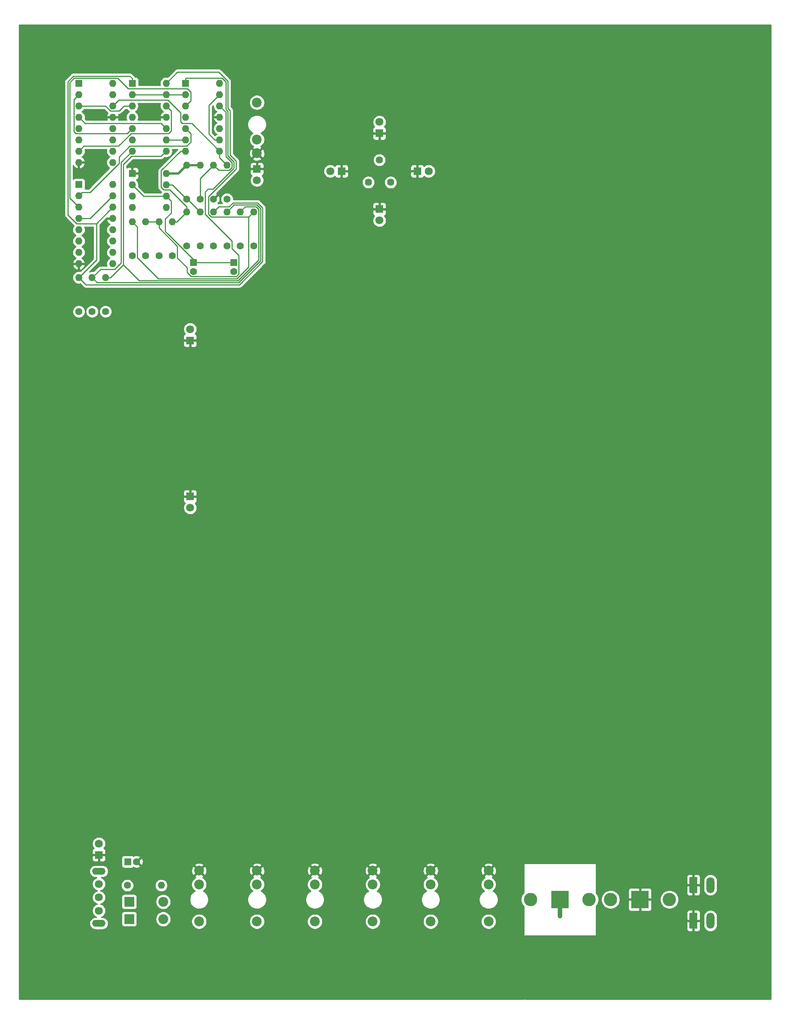
<source format=gbr>
G04 #@! TF.GenerationSoftware,KiCad,Pcbnew,(5.1.2-1)-1*
G04 #@! TF.CreationDate,2020-03-26T00:04:14-05:00*
G04 #@! TF.ProjectId,Knave+Death,4b6e6176-652b-4446-9561-74682e6b6963,rev?*
G04 #@! TF.SameCoordinates,Original*
G04 #@! TF.FileFunction,Copper,L1,Top*
G04 #@! TF.FilePolarity,Positive*
%FSLAX46Y46*%
G04 Gerber Fmt 4.6, Leading zero omitted, Abs format (unit mm)*
G04 Created by KiCad (PCBNEW (5.1.2-1)-1) date 2020-03-26 00:04:14*
%MOMM*%
%LPD*%
G04 APERTURE LIST*
%ADD10C,1.600000*%
%ADD11R,1.600000X1.600000*%
%ADD12C,1.620000*%
%ADD13O,1.600000X1.600000*%
%ADD14C,3.000000*%
%ADD15R,4.000000X4.000000*%
%ADD16R,1.800000X1.800000*%
%ADD17C,1.800000*%
%ADD18O,3.000000X1.500000*%
%ADD19R,2.200000X2.200000*%
%ADD20O,2.200000X2.200000*%
%ADD21C,2.200000*%
%ADD22C,0.100000*%
%ADD23O,1.800000X3.600000*%
%ADD24C,0.800000*%
%ADD25C,1.000000*%
%ADD26C,0.500000*%
%ADD27C,0.250000*%
%ADD28C,0.254000*%
G04 APERTURE END LIST*
D10*
X17000000Y-178500000D03*
D11*
X15000000Y-178500000D03*
D10*
X38800000Y-46000000D03*
D11*
X38800000Y-44000000D03*
D10*
X29750000Y-46000000D03*
D11*
X29750000Y-44000000D03*
D12*
X69000000Y-26000000D03*
X71500000Y-21000000D03*
X74000000Y-26000000D03*
D13*
X23620000Y-3750000D03*
X16000000Y-18990000D03*
X23620000Y-6290000D03*
X16000000Y-16450000D03*
X23620000Y-8830000D03*
X16000000Y-13910000D03*
X23620000Y-11370000D03*
X16000000Y-11370000D03*
X23620000Y-13910000D03*
X16000000Y-8830000D03*
X23620000Y-16450000D03*
X16000000Y-6290000D03*
X23620000Y-18990000D03*
D11*
X16000000Y-3750000D03*
D14*
X118600000Y-187000000D03*
X105400000Y-187000000D03*
D15*
X112000000Y-187000000D03*
X130000000Y-187000000D03*
D14*
X123400000Y-187000000D03*
X136600000Y-187000000D03*
D16*
X71500000Y-32000000D03*
D17*
X71500000Y-34540000D03*
X60460000Y-23500000D03*
D16*
X63000000Y-23500000D03*
X71500000Y-15000000D03*
D17*
X71500000Y-12460000D03*
D16*
X80000000Y-23500000D03*
D17*
X82540000Y-23500000D03*
D16*
X29000000Y-61500000D03*
D17*
X29000000Y-58960000D03*
X29000000Y-99040000D03*
D16*
X29000000Y-96500000D03*
D17*
X8500000Y-174460000D03*
D16*
X8500000Y-177000000D03*
D13*
X4000000Y-47380000D03*
D10*
X4000000Y-55000000D03*
X34250000Y-40250000D03*
D13*
X34250000Y-32630000D03*
X7000000Y-47380000D03*
D10*
X7000000Y-55000000D03*
X37250000Y-40250000D03*
D13*
X37250000Y-32630000D03*
D10*
X10000000Y-55000000D03*
D13*
X10000000Y-47380000D03*
X40250000Y-32630000D03*
D10*
X40250000Y-40250000D03*
D13*
X16000000Y-34880000D03*
D10*
X16000000Y-42500000D03*
X43250000Y-40250000D03*
D13*
X43250000Y-32630000D03*
D10*
X19000000Y-42500000D03*
D13*
X19000000Y-34880000D03*
X22000000Y-34880000D03*
D10*
X22000000Y-42500000D03*
D13*
X25000000Y-34880000D03*
D10*
X25000000Y-42500000D03*
X28250000Y-40250000D03*
D13*
X28250000Y-32630000D03*
D10*
X14895001Y-183825001D03*
D13*
X22515001Y-183825001D03*
X28250000Y-22130000D03*
D10*
X28250000Y-29750000D03*
D13*
X31250000Y-32630000D03*
D10*
X31250000Y-40250000D03*
D17*
X8500000Y-183500000D03*
X8500000Y-186500000D03*
X8500000Y-189500000D03*
D18*
X8500000Y-192350000D03*
X8500000Y-180650000D03*
D13*
X11620000Y-26500000D03*
X4000000Y-44280000D03*
X11620000Y-29040000D03*
X4000000Y-41740000D03*
X11620000Y-31580000D03*
X4000000Y-39200000D03*
X11620000Y-34120000D03*
X4000000Y-36660000D03*
X11620000Y-36660000D03*
X4000000Y-34120000D03*
X11620000Y-39200000D03*
X4000000Y-31580000D03*
X11620000Y-41740000D03*
X4000000Y-29040000D03*
X11620000Y-44280000D03*
D11*
X4000000Y-26500000D03*
X4000000Y-3750000D03*
D13*
X11620000Y-21530000D03*
X4000000Y-6290000D03*
X11620000Y-18990000D03*
X4000000Y-8830000D03*
X11620000Y-16450000D03*
X4000000Y-11370000D03*
X11620000Y-13910000D03*
X4000000Y-13910000D03*
X11620000Y-11370000D03*
X4000000Y-16450000D03*
X11620000Y-8830000D03*
X4000000Y-18990000D03*
X11620000Y-6290000D03*
X4000000Y-21530000D03*
X11620000Y-3750000D03*
D11*
X16000000Y-24000000D03*
D13*
X23620000Y-31620000D03*
X16000000Y-26540000D03*
X23620000Y-29080000D03*
X16000000Y-29080000D03*
X23620000Y-26540000D03*
X16000000Y-31620000D03*
X23620000Y-24000000D03*
D19*
X15325001Y-187500000D03*
D20*
X22945001Y-187500000D03*
X22945001Y-191375001D03*
D19*
X15325001Y-191375001D03*
D21*
X31000000Y-180520000D03*
X31000000Y-183620000D03*
X31000000Y-191920000D03*
X44000000Y-191920000D03*
X44000000Y-183620000D03*
X44000000Y-180520000D03*
X57000000Y-180520000D03*
X57000000Y-183620000D03*
X57000000Y-191920000D03*
X70000000Y-191920000D03*
X70000000Y-183620000D03*
X70000000Y-180520000D03*
X83000000Y-180520000D03*
X83000000Y-183620000D03*
X83000000Y-191920000D03*
X96000000Y-191920000D03*
X96000000Y-183620000D03*
X96000000Y-180520000D03*
D16*
X44000000Y-23000000D03*
D17*
X44000000Y-25540000D03*
D22*
G36*
X142674504Y-189951204D02*
G01*
X142698773Y-189954804D01*
X142722571Y-189960765D01*
X142745671Y-189969030D01*
X142767849Y-189979520D01*
X142788893Y-189992133D01*
X142808598Y-190006747D01*
X142826777Y-190023223D01*
X142843253Y-190041402D01*
X142857867Y-190061107D01*
X142870480Y-190082151D01*
X142880970Y-190104329D01*
X142889235Y-190127429D01*
X142895196Y-190151227D01*
X142898796Y-190175496D01*
X142900000Y-190200000D01*
X142900000Y-193300000D01*
X142898796Y-193324504D01*
X142895196Y-193348773D01*
X142889235Y-193372571D01*
X142880970Y-193395671D01*
X142870480Y-193417849D01*
X142857867Y-193438893D01*
X142843253Y-193458598D01*
X142826777Y-193476777D01*
X142808598Y-193493253D01*
X142788893Y-193507867D01*
X142767849Y-193520480D01*
X142745671Y-193530970D01*
X142722571Y-193539235D01*
X142698773Y-193545196D01*
X142674504Y-193548796D01*
X142650000Y-193550000D01*
X141350000Y-193550000D01*
X141325496Y-193548796D01*
X141301227Y-193545196D01*
X141277429Y-193539235D01*
X141254329Y-193530970D01*
X141232151Y-193520480D01*
X141211107Y-193507867D01*
X141191402Y-193493253D01*
X141173223Y-193476777D01*
X141156747Y-193458598D01*
X141142133Y-193438893D01*
X141129520Y-193417849D01*
X141119030Y-193395671D01*
X141110765Y-193372571D01*
X141104804Y-193348773D01*
X141101204Y-193324504D01*
X141100000Y-193300000D01*
X141100000Y-190200000D01*
X141101204Y-190175496D01*
X141104804Y-190151227D01*
X141110765Y-190127429D01*
X141119030Y-190104329D01*
X141129520Y-190082151D01*
X141142133Y-190061107D01*
X141156747Y-190041402D01*
X141173223Y-190023223D01*
X141191402Y-190006747D01*
X141211107Y-189992133D01*
X141232151Y-189979520D01*
X141254329Y-189969030D01*
X141277429Y-189960765D01*
X141301227Y-189954804D01*
X141325496Y-189951204D01*
X141350000Y-189950000D01*
X142650000Y-189950000D01*
X142674504Y-189951204D01*
X142674504Y-189951204D01*
G37*
D17*
X142000000Y-191750000D03*
D23*
X145810000Y-191750000D03*
D21*
X44000000Y-19480000D03*
X44000000Y-16380000D03*
X44000000Y-8080000D03*
D23*
X145810000Y-183750000D03*
D22*
G36*
X142674504Y-181951204D02*
G01*
X142698773Y-181954804D01*
X142722571Y-181960765D01*
X142745671Y-181969030D01*
X142767849Y-181979520D01*
X142788893Y-181992133D01*
X142808598Y-182006747D01*
X142826777Y-182023223D01*
X142843253Y-182041402D01*
X142857867Y-182061107D01*
X142870480Y-182082151D01*
X142880970Y-182104329D01*
X142889235Y-182127429D01*
X142895196Y-182151227D01*
X142898796Y-182175496D01*
X142900000Y-182200000D01*
X142900000Y-185300000D01*
X142898796Y-185324504D01*
X142895196Y-185348773D01*
X142889235Y-185372571D01*
X142880970Y-185395671D01*
X142870480Y-185417849D01*
X142857867Y-185438893D01*
X142843253Y-185458598D01*
X142826777Y-185476777D01*
X142808598Y-185493253D01*
X142788893Y-185507867D01*
X142767849Y-185520480D01*
X142745671Y-185530970D01*
X142722571Y-185539235D01*
X142698773Y-185545196D01*
X142674504Y-185548796D01*
X142650000Y-185550000D01*
X141350000Y-185550000D01*
X141325496Y-185548796D01*
X141301227Y-185545196D01*
X141277429Y-185539235D01*
X141254329Y-185530970D01*
X141232151Y-185520480D01*
X141211107Y-185507867D01*
X141191402Y-185493253D01*
X141173223Y-185476777D01*
X141156747Y-185458598D01*
X141142133Y-185438893D01*
X141129520Y-185417849D01*
X141119030Y-185395671D01*
X141110765Y-185372571D01*
X141104804Y-185348773D01*
X141101204Y-185324504D01*
X141100000Y-185300000D01*
X141100000Y-182200000D01*
X141101204Y-182175496D01*
X141104804Y-182151227D01*
X141110765Y-182127429D01*
X141119030Y-182104329D01*
X141129520Y-182082151D01*
X141142133Y-182061107D01*
X141156747Y-182041402D01*
X141173223Y-182023223D01*
X141191402Y-182006747D01*
X141211107Y-181992133D01*
X141232151Y-181979520D01*
X141254329Y-181969030D01*
X141277429Y-181960765D01*
X141301227Y-181954804D01*
X141325496Y-181951204D01*
X141350000Y-181950000D01*
X142650000Y-181950000D01*
X142674504Y-181951204D01*
X142674504Y-181951204D01*
G37*
D17*
X142000000Y-183750000D03*
D22*
G36*
X142674504Y-181951204D02*
G01*
X142698773Y-181954804D01*
X142722571Y-181960765D01*
X142745671Y-181969030D01*
X142767849Y-181979520D01*
X142788893Y-181992133D01*
X142808598Y-182006747D01*
X142826777Y-182023223D01*
X142843253Y-182041402D01*
X142857867Y-182061107D01*
X142870480Y-182082151D01*
X142880970Y-182104329D01*
X142889235Y-182127429D01*
X142895196Y-182151227D01*
X142898796Y-182175496D01*
X142900000Y-182200000D01*
X142900000Y-185300000D01*
X142898796Y-185324504D01*
X142895196Y-185348773D01*
X142889235Y-185372571D01*
X142880970Y-185395671D01*
X142870480Y-185417849D01*
X142857867Y-185438893D01*
X142843253Y-185458598D01*
X142826777Y-185476777D01*
X142808598Y-185493253D01*
X142788893Y-185507867D01*
X142767849Y-185520480D01*
X142745671Y-185530970D01*
X142722571Y-185539235D01*
X142698773Y-185545196D01*
X142674504Y-185548796D01*
X142650000Y-185550000D01*
X141350000Y-185550000D01*
X141325496Y-185548796D01*
X141301227Y-185545196D01*
X141277429Y-185539235D01*
X141254329Y-185530970D01*
X141232151Y-185520480D01*
X141211107Y-185507867D01*
X141191402Y-185493253D01*
X141173223Y-185476777D01*
X141156747Y-185458598D01*
X141142133Y-185438893D01*
X141129520Y-185417849D01*
X141119030Y-185395671D01*
X141110765Y-185372571D01*
X141104804Y-185348773D01*
X141101204Y-185324504D01*
X141100000Y-185300000D01*
X141100000Y-182200000D01*
X141101204Y-182175496D01*
X141104804Y-182151227D01*
X141110765Y-182127429D01*
X141119030Y-182104329D01*
X141129520Y-182082151D01*
X141142133Y-182061107D01*
X141156747Y-182041402D01*
X141173223Y-182023223D01*
X141191402Y-182006747D01*
X141211107Y-181992133D01*
X141232151Y-181979520D01*
X141254329Y-181969030D01*
X141277429Y-181960765D01*
X141301227Y-181954804D01*
X141325496Y-181951204D01*
X141350000Y-181950000D01*
X142650000Y-181950000D01*
X142674504Y-181951204D01*
X142674504Y-181951204D01*
G37*
D17*
X142000000Y-183750000D03*
D23*
X145810000Y-183750000D03*
X145810000Y-191750000D03*
D22*
G36*
X142674504Y-189951204D02*
G01*
X142698773Y-189954804D01*
X142722571Y-189960765D01*
X142745671Y-189969030D01*
X142767849Y-189979520D01*
X142788893Y-189992133D01*
X142808598Y-190006747D01*
X142826777Y-190023223D01*
X142843253Y-190041402D01*
X142857867Y-190061107D01*
X142870480Y-190082151D01*
X142880970Y-190104329D01*
X142889235Y-190127429D01*
X142895196Y-190151227D01*
X142898796Y-190175496D01*
X142900000Y-190200000D01*
X142900000Y-193300000D01*
X142898796Y-193324504D01*
X142895196Y-193348773D01*
X142889235Y-193372571D01*
X142880970Y-193395671D01*
X142870480Y-193417849D01*
X142857867Y-193438893D01*
X142843253Y-193458598D01*
X142826777Y-193476777D01*
X142808598Y-193493253D01*
X142788893Y-193507867D01*
X142767849Y-193520480D01*
X142745671Y-193530970D01*
X142722571Y-193539235D01*
X142698773Y-193545196D01*
X142674504Y-193548796D01*
X142650000Y-193550000D01*
X141350000Y-193550000D01*
X141325496Y-193548796D01*
X141301227Y-193545196D01*
X141277429Y-193539235D01*
X141254329Y-193530970D01*
X141232151Y-193520480D01*
X141211107Y-193507867D01*
X141191402Y-193493253D01*
X141173223Y-193476777D01*
X141156747Y-193458598D01*
X141142133Y-193438893D01*
X141129520Y-193417849D01*
X141119030Y-193395671D01*
X141110765Y-193372571D01*
X141104804Y-193348773D01*
X141101204Y-193324504D01*
X141100000Y-193300000D01*
X141100000Y-190200000D01*
X141101204Y-190175496D01*
X141104804Y-190151227D01*
X141110765Y-190127429D01*
X141119030Y-190104329D01*
X141129520Y-190082151D01*
X141142133Y-190061107D01*
X141156747Y-190041402D01*
X141173223Y-190023223D01*
X141191402Y-190006747D01*
X141211107Y-189992133D01*
X141232151Y-189979520D01*
X141254329Y-189969030D01*
X141277429Y-189960765D01*
X141301227Y-189954804D01*
X141325496Y-189951204D01*
X141350000Y-189950000D01*
X142650000Y-189950000D01*
X142674504Y-189951204D01*
X142674504Y-189951204D01*
G37*
D17*
X142000000Y-191750000D03*
D10*
X37250000Y-29750000D03*
D13*
X37250000Y-22130000D03*
D10*
X31250000Y-29750000D03*
D13*
X31250000Y-22130000D03*
X34250000Y-22130000D03*
D10*
X34250000Y-29750000D03*
D11*
X28000000Y-3750000D03*
D13*
X35620000Y-18990000D03*
X28000000Y-6290000D03*
X35620000Y-16450000D03*
X28000000Y-8830000D03*
X35620000Y-13910000D03*
X28000000Y-11370000D03*
X35620000Y-11370000D03*
X28000000Y-13910000D03*
X35620000Y-8830000D03*
X28000000Y-16450000D03*
X35620000Y-6290000D03*
X28000000Y-18990000D03*
X35620000Y-3750000D03*
D24*
X112000000Y-190750000D03*
D25*
X112000000Y-187000000D02*
X112000000Y-190750000D01*
D26*
X26380000Y-24000000D02*
X28250000Y-22130000D01*
X23620000Y-24000000D02*
X26380000Y-24000000D01*
X28250000Y-22130000D02*
X31250000Y-22130000D01*
D27*
X23620000Y-29080000D02*
X24745001Y-30205001D01*
X16000000Y-26540000D02*
X18540000Y-29080000D01*
X18540000Y-29080000D02*
X23620000Y-29080000D01*
X23424989Y-37024989D02*
X24075000Y-37675000D01*
X23424989Y-34188601D02*
X23424989Y-37024989D01*
X24745001Y-32868589D02*
X23424989Y-34188601D01*
X24745001Y-30205001D02*
X24745001Y-32868589D01*
X23874999Y-37474999D02*
X24075000Y-37675000D01*
X29750000Y-43350000D02*
X29750000Y-44000000D01*
X24075000Y-37675000D02*
X29750000Y-43350000D01*
X29750000Y-44000000D02*
X38800000Y-44000000D01*
X1524970Y-33309972D02*
X3459999Y-35245001D01*
X2753598Y-2174990D02*
X1524970Y-3403618D01*
X15474989Y-2174989D02*
X2753598Y-2174990D01*
X3459999Y-35245001D02*
X7954999Y-35245001D01*
X1524970Y-3403618D02*
X1524970Y-33309972D01*
X16000000Y-2700000D02*
X15474989Y-2174989D01*
X10820001Y-32379999D02*
X11620000Y-31580000D01*
X7954999Y-35245001D02*
X10820001Y-32379999D01*
X16000000Y-3750000D02*
X16000000Y-2700000D01*
X7954999Y-43425001D02*
X4000000Y-47380000D01*
X7954999Y-35245001D02*
X7954999Y-43425001D01*
X35375001Y-31504999D02*
X34250000Y-32630000D01*
X37738591Y-31504999D02*
X35375001Y-31504999D01*
X38638612Y-30604980D02*
X37738591Y-31504999D01*
X45275021Y-31717199D02*
X44162803Y-30604981D01*
X45275021Y-43770619D02*
X45275021Y-31717199D01*
X5595028Y-48975028D02*
X40070612Y-48975028D01*
X40070612Y-48975028D02*
X45275021Y-43770619D01*
X44162803Y-30604981D02*
X38638612Y-30604980D01*
X4000000Y-47380000D02*
X5595028Y-48975028D01*
X16000000Y-18990000D02*
X13500000Y-21490000D01*
X13500000Y-44065002D02*
X12065002Y-45500000D01*
X13500000Y-21490000D02*
X13500000Y-44065002D01*
X8880000Y-45500000D02*
X7000000Y-47380000D01*
X12065002Y-45500000D02*
X8880000Y-45500000D01*
X44825011Y-31903599D02*
X43976402Y-31054990D01*
X43976402Y-31054990D02*
X38825011Y-31054989D01*
X44825011Y-43584219D02*
X44825011Y-31903599D01*
X39884211Y-48525019D02*
X44825011Y-43584219D01*
X38825011Y-31054989D02*
X37250000Y-32630000D01*
X8145019Y-48525019D02*
X39884211Y-48525019D01*
X7000000Y-47380000D02*
X8145019Y-48525019D01*
X11131370Y-47380000D02*
X14000000Y-44511370D01*
X10000000Y-47380000D02*
X11131370Y-47380000D01*
X22820001Y-19789999D02*
X23620000Y-18990000D01*
X15884999Y-20115001D02*
X22494999Y-20115001D01*
X22494999Y-20115001D02*
X22820001Y-19789999D01*
X14000000Y-22000000D02*
X15884999Y-20115001D01*
X14000000Y-37600000D02*
X14000000Y-22000000D01*
X14000000Y-44511370D02*
X14000000Y-37600000D01*
X40250000Y-32630000D02*
X41375001Y-31504999D01*
X41375001Y-31504999D02*
X43790001Y-31504999D01*
X43790001Y-31504999D02*
X44375001Y-32089999D01*
X44375001Y-43226411D02*
X44375001Y-43124999D01*
X44375001Y-32089999D02*
X44375001Y-43124999D01*
X44375001Y-43397819D02*
X44375001Y-43124999D01*
X17575010Y-48075010D02*
X39697810Y-48075010D01*
X15025001Y-45525001D02*
X17575010Y-48075010D01*
X15013631Y-45525001D02*
X15025001Y-45525001D01*
X39697810Y-48075010D02*
X44375001Y-43397819D01*
X14000000Y-44511370D02*
X15013631Y-45525001D01*
X43250000Y-32630000D02*
X42124999Y-33755001D01*
X42124999Y-44840003D02*
X42124999Y-33755001D01*
X42124999Y-45011411D02*
X42124999Y-44840003D01*
X39511409Y-47625001D02*
X42124999Y-45011411D01*
X21875001Y-47625001D02*
X39511409Y-47625001D01*
X17125001Y-42875001D02*
X21875001Y-47625001D01*
X17125001Y-36005001D02*
X17125001Y-42875001D01*
X16000000Y-34880000D02*
X17125001Y-36005001D01*
X33709999Y-33755001D02*
X42124999Y-33755001D01*
X33124999Y-29192823D02*
X33124999Y-33170001D01*
X26120000Y-1250000D02*
X35421412Y-1250000D01*
X37920020Y-19862198D02*
X39290716Y-21232894D01*
X23620000Y-3750000D02*
X26120000Y-1250000D01*
X39290716Y-23027106D02*
X33124999Y-29192823D01*
X39290716Y-21232894D02*
X39290716Y-23027106D01*
X37920020Y-9857200D02*
X37920020Y-19862198D01*
X37467511Y-9404691D02*
X37920020Y-9857200D01*
X37467511Y-3296099D02*
X37467511Y-9404691D01*
X35421412Y-1250000D02*
X37467511Y-3296099D01*
X33124999Y-33170001D02*
X33709999Y-33755001D01*
X19000000Y-34880000D02*
X22000000Y-34880000D01*
X28075001Y-2624999D02*
X36160001Y-2624999D01*
X28000000Y-2700000D02*
X28075001Y-2624999D01*
X28000000Y-3750000D02*
X28000000Y-2700000D01*
X37017501Y-9017501D02*
X37017501Y-3482499D01*
X36160001Y-2624999D02*
X37017501Y-3482499D01*
X37470010Y-10043600D02*
X37017501Y-9591091D01*
X37470010Y-20048598D02*
X37470010Y-10043600D01*
X38840706Y-21419294D02*
X37470010Y-20048598D01*
X38840706Y-22840706D02*
X38840706Y-21419294D01*
X33000000Y-27500000D02*
X34181412Y-27500000D01*
X38375001Y-39170001D02*
X32375001Y-33170001D01*
X34181412Y-27500000D02*
X38840706Y-22840706D01*
X28289999Y-46205001D02*
X29209999Y-47125001D01*
X38375001Y-40875001D02*
X38375001Y-39170001D01*
X26125001Y-42960003D02*
X28289999Y-45125001D01*
X39925001Y-46574999D02*
X39925001Y-42425001D01*
X37017501Y-9591091D02*
X37017501Y-9017501D01*
X32375001Y-28124999D02*
X33000000Y-27500000D01*
X32375001Y-33170001D02*
X32375001Y-28124999D01*
X29209999Y-47125001D02*
X39374999Y-47125001D01*
X39374999Y-47125001D02*
X39925001Y-46574999D01*
X26125001Y-40361411D02*
X26125001Y-42960003D01*
X39925001Y-42425001D02*
X38375001Y-40875001D01*
X28289999Y-45125001D02*
X28289999Y-46205001D01*
X22000000Y-34880000D02*
X22000000Y-36236410D01*
X22000000Y-36236410D02*
X26125001Y-40361411D01*
X26000000Y-34880000D02*
X25000000Y-34880000D01*
X28250000Y-32630000D02*
X26000000Y-34880000D01*
X24416371Y-27665001D02*
X23079999Y-27665001D01*
X22494999Y-27080001D02*
X22494999Y-23363631D01*
X23079999Y-27665001D02*
X22494999Y-27080001D01*
X26868630Y-18990000D02*
X28000000Y-18990000D01*
X28250000Y-31498630D02*
X24416371Y-27665001D01*
X22494999Y-23363631D02*
X26868630Y-18990000D01*
X28250000Y-32630000D02*
X28250000Y-31498630D01*
X24419999Y-9629999D02*
X23620000Y-8830000D01*
X24745001Y-9955001D02*
X24419999Y-9629999D01*
X24745001Y-14450001D02*
X24745001Y-9955001D01*
X15749997Y-15035001D02*
X24160001Y-15035001D01*
X24160001Y-15035001D02*
X24745001Y-14450001D01*
X12919999Y-17864999D02*
X15749997Y-15035001D01*
X5125001Y-17864999D02*
X12919999Y-17864999D01*
X4000000Y-18990000D02*
X5125001Y-17864999D01*
X15200001Y-14709999D02*
X16000000Y-13910000D01*
X3285001Y-15035001D02*
X14874999Y-15035001D01*
X14874999Y-15035001D02*
X15200001Y-14709999D01*
X2874999Y-14624999D02*
X3285001Y-15035001D01*
X2874999Y-7415001D02*
X2874999Y-14624999D01*
X4000000Y-6290000D02*
X2874999Y-7415001D01*
X22820001Y-13110001D02*
X23620000Y-13910000D01*
X22494999Y-12784999D02*
X22820001Y-13110001D01*
X5414999Y-12784999D02*
X22494999Y-12784999D01*
X4000000Y-11370000D02*
X5414999Y-12784999D01*
X11079999Y-9955001D02*
X13044999Y-9955001D01*
X9954998Y-8830000D02*
X11079999Y-9955001D01*
X4000000Y-8830000D02*
X9954998Y-8830000D01*
X14170000Y-8830000D02*
X16000000Y-8830000D01*
X13044999Y-9955001D02*
X14170000Y-8830000D01*
X6540000Y-34120000D02*
X11620000Y-29040000D01*
X4000000Y-34120000D02*
X6540000Y-34120000D01*
X12689997Y-2624999D02*
X15064998Y-5000000D01*
X2939999Y-2624999D02*
X12689997Y-2624999D01*
X1974980Y-3590018D02*
X2939999Y-2624999D01*
X1974980Y-29554980D02*
X1974980Y-3590018D01*
X4000000Y-31580000D02*
X1974980Y-29554980D01*
X28799999Y-8030001D02*
X28000000Y-8830000D01*
X29125001Y-7704999D02*
X28799999Y-8030001D01*
X28375002Y-5000000D02*
X29125001Y-5749999D01*
X29125001Y-5749999D02*
X29125001Y-7704999D01*
X15064998Y-5000000D02*
X28375002Y-5000000D01*
X29125001Y-16990001D02*
X29125001Y-15035001D01*
X15459999Y-17864999D02*
X28250003Y-17864999D01*
X13049990Y-20275008D02*
X15459999Y-17864999D01*
X6509999Y-28240001D02*
X13049990Y-21700010D01*
X28799999Y-14709999D02*
X28000000Y-13910000D01*
X29125001Y-15035001D02*
X28799999Y-14709999D01*
X13049990Y-21700010D02*
X13049990Y-20275008D01*
X4799999Y-28240001D02*
X6509999Y-28240001D01*
X28250003Y-17864999D02*
X29125001Y-16990001D01*
X4000000Y-29040000D02*
X4799999Y-28240001D01*
X28370000Y-29750000D02*
X28250000Y-29750000D01*
X31250000Y-32630000D02*
X28370000Y-29750000D01*
X25040000Y-26540000D02*
X23620000Y-26540000D01*
X28250000Y-29750000D02*
X25040000Y-26540000D01*
X35620000Y-18990000D02*
X29414999Y-12784999D01*
X26874999Y-10419997D02*
X26874999Y-12444997D01*
X23955002Y-7500000D02*
X26874999Y-10419997D01*
X12950000Y-7500000D02*
X23955002Y-7500000D01*
X26874999Y-12444997D02*
X27215001Y-12784999D01*
X11620000Y-8830000D02*
X12950000Y-7500000D01*
X29414999Y-12784999D02*
X27215001Y-12784999D01*
X35620000Y-20500000D02*
X37250000Y-22130000D01*
X35620000Y-18990000D02*
X35620000Y-20500000D01*
X16000000Y-6290000D02*
X23620000Y-6290000D01*
X23620000Y-6290000D02*
X28000000Y-6290000D01*
X23620000Y-16450000D02*
X28000000Y-16450000D01*
X34488630Y-16450000D02*
X33200000Y-15161370D01*
X35620000Y-16450000D02*
X34488630Y-16450000D01*
X33200000Y-8710000D02*
X35620000Y-6290000D01*
X33200000Y-15161370D02*
X33200000Y-8710000D01*
X31250000Y-25130000D02*
X34250000Y-22130000D01*
X31250000Y-29750000D02*
X31250000Y-25130000D01*
X35620000Y-8830000D02*
X37020000Y-10230000D01*
X35049999Y-22929999D02*
X34250000Y-22130000D01*
X38375001Y-21589999D02*
X38375001Y-22670001D01*
X35375001Y-23255001D02*
X35049999Y-22929999D01*
X38375001Y-22670001D02*
X37790001Y-23255001D01*
X37020000Y-20234998D02*
X38375001Y-21589999D01*
X37790001Y-23255001D02*
X35375001Y-23255001D01*
X37020000Y-10230000D02*
X37020000Y-20234998D01*
D28*
G36*
X159340000Y-209340000D02*
G01*
X104127000Y-209340000D01*
X104127000Y-195127000D01*
X120000000Y-195127000D01*
X120024776Y-195124560D01*
X120048601Y-195117333D01*
X120070557Y-195105597D01*
X120089803Y-195089803D01*
X120105597Y-195070557D01*
X120117333Y-195048601D01*
X120124560Y-195024776D01*
X120127000Y-195000000D01*
X120127000Y-193550000D01*
X140461928Y-193550000D01*
X140474188Y-193674482D01*
X140510498Y-193794180D01*
X140569463Y-193904494D01*
X140648815Y-194001185D01*
X140745506Y-194080537D01*
X140855820Y-194139502D01*
X140975518Y-194175812D01*
X141100000Y-194188072D01*
X141714250Y-194185000D01*
X141873000Y-194026250D01*
X141873000Y-191877000D01*
X142127000Y-191877000D01*
X142127000Y-194026250D01*
X142285750Y-194185000D01*
X142900000Y-194188072D01*
X143024482Y-194175812D01*
X143144180Y-194139502D01*
X143254494Y-194080537D01*
X143351185Y-194001185D01*
X143430537Y-193904494D01*
X143489502Y-193794180D01*
X143525812Y-193674482D01*
X143538072Y-193550000D01*
X143535000Y-192035750D01*
X143376250Y-191877000D01*
X142127000Y-191877000D01*
X141873000Y-191877000D01*
X140623750Y-191877000D01*
X140465000Y-192035750D01*
X140461928Y-193550000D01*
X120127000Y-193550000D01*
X120127000Y-189950000D01*
X140461928Y-189950000D01*
X140465000Y-191464250D01*
X140623750Y-191623000D01*
X141873000Y-191623000D01*
X141873000Y-189473750D01*
X142127000Y-189473750D01*
X142127000Y-191623000D01*
X143376250Y-191623000D01*
X143535000Y-191464250D01*
X143536399Y-190774593D01*
X144275000Y-190774593D01*
X144275000Y-192725408D01*
X144297211Y-192950913D01*
X144384984Y-193240261D01*
X144527520Y-193506927D01*
X144719340Y-193740661D01*
X144953074Y-193932481D01*
X145219740Y-194075017D01*
X145509088Y-194162790D01*
X145810000Y-194192427D01*
X146110913Y-194162790D01*
X146400261Y-194075017D01*
X146666927Y-193932481D01*
X146900661Y-193740661D01*
X147092481Y-193506927D01*
X147235017Y-193240261D01*
X147322790Y-192950913D01*
X147345000Y-192725408D01*
X147345000Y-190774592D01*
X147322790Y-190549087D01*
X147235017Y-190259739D01*
X147092481Y-189993073D01*
X146900661Y-189759339D01*
X146666926Y-189567519D01*
X146400260Y-189424983D01*
X146110912Y-189337210D01*
X145810000Y-189307573D01*
X145509087Y-189337210D01*
X145219739Y-189424983D01*
X144953073Y-189567519D01*
X144719339Y-189759339D01*
X144527519Y-189993074D01*
X144384983Y-190259740D01*
X144297210Y-190549088D01*
X144275000Y-190774593D01*
X143536399Y-190774593D01*
X143538072Y-189950000D01*
X143525812Y-189825518D01*
X143489502Y-189705820D01*
X143430537Y-189595506D01*
X143351185Y-189498815D01*
X143254494Y-189419463D01*
X143144180Y-189360498D01*
X143024482Y-189324188D01*
X142900000Y-189311928D01*
X142285750Y-189315000D01*
X142127000Y-189473750D01*
X141873000Y-189473750D01*
X141714250Y-189315000D01*
X141100000Y-189311928D01*
X140975518Y-189324188D01*
X140855820Y-189360498D01*
X140745506Y-189419463D01*
X140648815Y-189498815D01*
X140569463Y-189595506D01*
X140510498Y-189705820D01*
X140474188Y-189825518D01*
X140461928Y-189950000D01*
X120127000Y-189950000D01*
X120127000Y-188492346D01*
X120258363Y-188360983D01*
X120492012Y-188011302D01*
X120652953Y-187622756D01*
X120735000Y-187210279D01*
X120735000Y-186789721D01*
X121265000Y-186789721D01*
X121265000Y-187210279D01*
X121347047Y-187622756D01*
X121507988Y-188011302D01*
X121741637Y-188360983D01*
X122039017Y-188658363D01*
X122388698Y-188892012D01*
X122777244Y-189052953D01*
X123189721Y-189135000D01*
X123610279Y-189135000D01*
X124022756Y-189052953D01*
X124150595Y-189000000D01*
X127361928Y-189000000D01*
X127374188Y-189124482D01*
X127410498Y-189244180D01*
X127469463Y-189354494D01*
X127548815Y-189451185D01*
X127645506Y-189530537D01*
X127755820Y-189589502D01*
X127875518Y-189625812D01*
X128000000Y-189638072D01*
X129714250Y-189635000D01*
X129873000Y-189476250D01*
X129873000Y-187127000D01*
X130127000Y-187127000D01*
X130127000Y-189476250D01*
X130285750Y-189635000D01*
X132000000Y-189638072D01*
X132124482Y-189625812D01*
X132244180Y-189589502D01*
X132354494Y-189530537D01*
X132451185Y-189451185D01*
X132530537Y-189354494D01*
X132589502Y-189244180D01*
X132625812Y-189124482D01*
X132638072Y-189000000D01*
X132635000Y-187285750D01*
X132476250Y-187127000D01*
X130127000Y-187127000D01*
X129873000Y-187127000D01*
X127523750Y-187127000D01*
X127365000Y-187285750D01*
X127361928Y-189000000D01*
X124150595Y-189000000D01*
X124411302Y-188892012D01*
X124760983Y-188658363D01*
X125058363Y-188360983D01*
X125292012Y-188011302D01*
X125452953Y-187622756D01*
X125535000Y-187210279D01*
X125535000Y-186789721D01*
X125452953Y-186377244D01*
X125292012Y-185988698D01*
X125058363Y-185639017D01*
X124760983Y-185341637D01*
X124411302Y-185107988D01*
X124150596Y-185000000D01*
X127361928Y-185000000D01*
X127365000Y-186714250D01*
X127523750Y-186873000D01*
X129873000Y-186873000D01*
X129873000Y-184523750D01*
X130127000Y-184523750D01*
X130127000Y-186873000D01*
X132476250Y-186873000D01*
X132559529Y-186789721D01*
X134465000Y-186789721D01*
X134465000Y-187210279D01*
X134547047Y-187622756D01*
X134707988Y-188011302D01*
X134941637Y-188360983D01*
X135239017Y-188658363D01*
X135588698Y-188892012D01*
X135977244Y-189052953D01*
X136389721Y-189135000D01*
X136810279Y-189135000D01*
X137222756Y-189052953D01*
X137611302Y-188892012D01*
X137960983Y-188658363D01*
X138258363Y-188360983D01*
X138492012Y-188011302D01*
X138652953Y-187622756D01*
X138735000Y-187210279D01*
X138735000Y-186789721D01*
X138652953Y-186377244D01*
X138492012Y-185988698D01*
X138258363Y-185639017D01*
X138169346Y-185550000D01*
X140461928Y-185550000D01*
X140474188Y-185674482D01*
X140510498Y-185794180D01*
X140569463Y-185904494D01*
X140648815Y-186001185D01*
X140745506Y-186080537D01*
X140855820Y-186139502D01*
X140975518Y-186175812D01*
X141100000Y-186188072D01*
X141714250Y-186185000D01*
X141873000Y-186026250D01*
X141873000Y-183877000D01*
X142127000Y-183877000D01*
X142127000Y-186026250D01*
X142285750Y-186185000D01*
X142900000Y-186188072D01*
X143024482Y-186175812D01*
X143144180Y-186139502D01*
X143254494Y-186080537D01*
X143351185Y-186001185D01*
X143430537Y-185904494D01*
X143489502Y-185794180D01*
X143525812Y-185674482D01*
X143538072Y-185550000D01*
X143535000Y-184035750D01*
X143376250Y-183877000D01*
X142127000Y-183877000D01*
X141873000Y-183877000D01*
X140623750Y-183877000D01*
X140465000Y-184035750D01*
X140461928Y-185550000D01*
X138169346Y-185550000D01*
X137960983Y-185341637D01*
X137611302Y-185107988D01*
X137222756Y-184947047D01*
X136810279Y-184865000D01*
X136389721Y-184865000D01*
X135977244Y-184947047D01*
X135588698Y-185107988D01*
X135239017Y-185341637D01*
X134941637Y-185639017D01*
X134707988Y-185988698D01*
X134547047Y-186377244D01*
X134465000Y-186789721D01*
X132559529Y-186789721D01*
X132635000Y-186714250D01*
X132638072Y-185000000D01*
X132625812Y-184875518D01*
X132589502Y-184755820D01*
X132530537Y-184645506D01*
X132451185Y-184548815D01*
X132354494Y-184469463D01*
X132244180Y-184410498D01*
X132124482Y-184374188D01*
X132000000Y-184361928D01*
X130285750Y-184365000D01*
X130127000Y-184523750D01*
X129873000Y-184523750D01*
X129714250Y-184365000D01*
X128000000Y-184361928D01*
X127875518Y-184374188D01*
X127755820Y-184410498D01*
X127645506Y-184469463D01*
X127548815Y-184548815D01*
X127469463Y-184645506D01*
X127410498Y-184755820D01*
X127374188Y-184875518D01*
X127361928Y-185000000D01*
X124150596Y-185000000D01*
X124022756Y-184947047D01*
X123610279Y-184865000D01*
X123189721Y-184865000D01*
X122777244Y-184947047D01*
X122388698Y-185107988D01*
X122039017Y-185341637D01*
X121741637Y-185639017D01*
X121507988Y-185988698D01*
X121347047Y-186377244D01*
X121265000Y-186789721D01*
X120735000Y-186789721D01*
X120652953Y-186377244D01*
X120492012Y-185988698D01*
X120258363Y-185639017D01*
X120127000Y-185507654D01*
X120127000Y-181950000D01*
X140461928Y-181950000D01*
X140465000Y-183464250D01*
X140623750Y-183623000D01*
X141873000Y-183623000D01*
X141873000Y-181473750D01*
X142127000Y-181473750D01*
X142127000Y-183623000D01*
X143376250Y-183623000D01*
X143535000Y-183464250D01*
X143536399Y-182774593D01*
X144275000Y-182774593D01*
X144275000Y-184725408D01*
X144297211Y-184950913D01*
X144384984Y-185240261D01*
X144527520Y-185506927D01*
X144719340Y-185740661D01*
X144953074Y-185932481D01*
X145219740Y-186075017D01*
X145509088Y-186162790D01*
X145810000Y-186192427D01*
X146110913Y-186162790D01*
X146400261Y-186075017D01*
X146666927Y-185932481D01*
X146900661Y-185740661D01*
X147092481Y-185506927D01*
X147235017Y-185240261D01*
X147322790Y-184950913D01*
X147345000Y-184725408D01*
X147345000Y-182774592D01*
X147322790Y-182549087D01*
X147235017Y-182259739D01*
X147092481Y-181993073D01*
X146900661Y-181759339D01*
X146666926Y-181567519D01*
X146400260Y-181424983D01*
X146110912Y-181337210D01*
X145810000Y-181307573D01*
X145509087Y-181337210D01*
X145219739Y-181424983D01*
X144953073Y-181567519D01*
X144719339Y-181759339D01*
X144527519Y-181993074D01*
X144384983Y-182259740D01*
X144297210Y-182549088D01*
X144275000Y-182774593D01*
X143536399Y-182774593D01*
X143538072Y-181950000D01*
X143525812Y-181825518D01*
X143489502Y-181705820D01*
X143430537Y-181595506D01*
X143351185Y-181498815D01*
X143254494Y-181419463D01*
X143144180Y-181360498D01*
X143024482Y-181324188D01*
X142900000Y-181311928D01*
X142285750Y-181315000D01*
X142127000Y-181473750D01*
X141873000Y-181473750D01*
X141714250Y-181315000D01*
X141100000Y-181311928D01*
X140975518Y-181324188D01*
X140855820Y-181360498D01*
X140745506Y-181419463D01*
X140648815Y-181498815D01*
X140569463Y-181595506D01*
X140510498Y-181705820D01*
X140474188Y-181825518D01*
X140461928Y-181950000D01*
X120127000Y-181950000D01*
X120127000Y-179000000D01*
X120124560Y-178975224D01*
X120117333Y-178951399D01*
X120105597Y-178929443D01*
X120089803Y-178910197D01*
X120070557Y-178894403D01*
X120048601Y-178882667D01*
X120024776Y-178875440D01*
X120000000Y-178873000D01*
X104000000Y-178873000D01*
X103975224Y-178875440D01*
X103951399Y-178882667D01*
X103929443Y-178894403D01*
X103910197Y-178910197D01*
X103894403Y-178929443D01*
X103882667Y-178951399D01*
X103875440Y-178975224D01*
X103873000Y-179000000D01*
X103873000Y-185507654D01*
X103741637Y-185639017D01*
X103507988Y-185988698D01*
X103347047Y-186377244D01*
X103265000Y-186789721D01*
X103265000Y-187210279D01*
X103347047Y-187622756D01*
X103507988Y-188011302D01*
X103741637Y-188360983D01*
X103873000Y-188492346D01*
X103873000Y-209340000D01*
X-9340000Y-209340000D01*
X-9340000Y-180650000D01*
X6358299Y-180650000D01*
X6385040Y-180921507D01*
X6464236Y-181182581D01*
X6592843Y-181423188D01*
X6765919Y-181634081D01*
X6976812Y-181807157D01*
X7217419Y-181935764D01*
X7478493Y-182014960D01*
X7681963Y-182035000D01*
X8025674Y-182035000D01*
X7772905Y-182139701D01*
X7521495Y-182307688D01*
X7307688Y-182521495D01*
X7139701Y-182772905D01*
X7023989Y-183052257D01*
X6965000Y-183348816D01*
X6965000Y-183651184D01*
X7023989Y-183947743D01*
X7139701Y-184227095D01*
X7307688Y-184478505D01*
X7521495Y-184692312D01*
X7772905Y-184860299D01*
X8052257Y-184976011D01*
X8172858Y-185000000D01*
X8052257Y-185023989D01*
X7772905Y-185139701D01*
X7521495Y-185307688D01*
X7307688Y-185521495D01*
X7139701Y-185772905D01*
X7023989Y-186052257D01*
X6965000Y-186348816D01*
X6965000Y-186651184D01*
X7023989Y-186947743D01*
X7139701Y-187227095D01*
X7307688Y-187478505D01*
X7521495Y-187692312D01*
X7772905Y-187860299D01*
X8052257Y-187976011D01*
X8172858Y-188000000D01*
X8052257Y-188023989D01*
X7772905Y-188139701D01*
X7521495Y-188307688D01*
X7307688Y-188521495D01*
X7139701Y-188772905D01*
X7023989Y-189052257D01*
X6965000Y-189348816D01*
X6965000Y-189651184D01*
X7023989Y-189947743D01*
X7139701Y-190227095D01*
X7307688Y-190478505D01*
X7521495Y-190692312D01*
X7772905Y-190860299D01*
X8025674Y-190965000D01*
X7681963Y-190965000D01*
X7478493Y-190985040D01*
X7217419Y-191064236D01*
X6976812Y-191192843D01*
X6765919Y-191365919D01*
X6592843Y-191576812D01*
X6464236Y-191817419D01*
X6385040Y-192078493D01*
X6358299Y-192350000D01*
X6385040Y-192621507D01*
X6464236Y-192882581D01*
X6592843Y-193123188D01*
X6765919Y-193334081D01*
X6976812Y-193507157D01*
X7217419Y-193635764D01*
X7478493Y-193714960D01*
X7681963Y-193735000D01*
X9318037Y-193735000D01*
X9521507Y-193714960D01*
X9782581Y-193635764D01*
X10023188Y-193507157D01*
X10234081Y-193334081D01*
X10407157Y-193123188D01*
X10535764Y-192882581D01*
X10614960Y-192621507D01*
X10641701Y-192350000D01*
X10614960Y-192078493D01*
X10535764Y-191817419D01*
X10407157Y-191576812D01*
X10234081Y-191365919D01*
X10023188Y-191192843D01*
X9782581Y-191064236D01*
X9521507Y-190985040D01*
X9318037Y-190965000D01*
X8974326Y-190965000D01*
X9227095Y-190860299D01*
X9478505Y-190692312D01*
X9692312Y-190478505D01*
X9828289Y-190275001D01*
X13586929Y-190275001D01*
X13586929Y-192475001D01*
X13599189Y-192599483D01*
X13635499Y-192719181D01*
X13694464Y-192829495D01*
X13773816Y-192926186D01*
X13870507Y-193005538D01*
X13980821Y-193064503D01*
X14100519Y-193100813D01*
X14225001Y-193113073D01*
X16425001Y-193113073D01*
X16549483Y-193100813D01*
X16669181Y-193064503D01*
X16779495Y-193005538D01*
X16876186Y-192926186D01*
X16955538Y-192829495D01*
X17014503Y-192719181D01*
X17050813Y-192599483D01*
X17063073Y-192475001D01*
X17063073Y-191375001D01*
X21201607Y-191375001D01*
X21235106Y-191715120D01*
X21334315Y-192042169D01*
X21495422Y-192343579D01*
X21712235Y-192607767D01*
X21976423Y-192824580D01*
X22277833Y-192985687D01*
X22604882Y-193084896D01*
X22859776Y-193110001D01*
X23030226Y-193110001D01*
X23285120Y-193084896D01*
X23612169Y-192985687D01*
X23913579Y-192824580D01*
X24177767Y-192607767D01*
X24394580Y-192343579D01*
X24555687Y-192042169D01*
X24644583Y-191749117D01*
X29265000Y-191749117D01*
X29265000Y-192090883D01*
X29331675Y-192426081D01*
X29462463Y-192741831D01*
X29652337Y-193025998D01*
X29894002Y-193267663D01*
X30178169Y-193457537D01*
X30493919Y-193588325D01*
X30829117Y-193655000D01*
X31170883Y-193655000D01*
X31506081Y-193588325D01*
X31821831Y-193457537D01*
X32105998Y-193267663D01*
X32347663Y-193025998D01*
X32537537Y-192741831D01*
X32668325Y-192426081D01*
X32735000Y-192090883D01*
X32735000Y-191749117D01*
X42265000Y-191749117D01*
X42265000Y-192090883D01*
X42331675Y-192426081D01*
X42462463Y-192741831D01*
X42652337Y-193025998D01*
X42894002Y-193267663D01*
X43178169Y-193457537D01*
X43493919Y-193588325D01*
X43829117Y-193655000D01*
X44170883Y-193655000D01*
X44506081Y-193588325D01*
X44821831Y-193457537D01*
X45105998Y-193267663D01*
X45347663Y-193025998D01*
X45537537Y-192741831D01*
X45668325Y-192426081D01*
X45735000Y-192090883D01*
X45735000Y-191749117D01*
X55265000Y-191749117D01*
X55265000Y-192090883D01*
X55331675Y-192426081D01*
X55462463Y-192741831D01*
X55652337Y-193025998D01*
X55894002Y-193267663D01*
X56178169Y-193457537D01*
X56493919Y-193588325D01*
X56829117Y-193655000D01*
X57170883Y-193655000D01*
X57506081Y-193588325D01*
X57821831Y-193457537D01*
X58105998Y-193267663D01*
X58347663Y-193025998D01*
X58537537Y-192741831D01*
X58668325Y-192426081D01*
X58735000Y-192090883D01*
X58735000Y-191749117D01*
X68265000Y-191749117D01*
X68265000Y-192090883D01*
X68331675Y-192426081D01*
X68462463Y-192741831D01*
X68652337Y-193025998D01*
X68894002Y-193267663D01*
X69178169Y-193457537D01*
X69493919Y-193588325D01*
X69829117Y-193655000D01*
X70170883Y-193655000D01*
X70506081Y-193588325D01*
X70821831Y-193457537D01*
X71105998Y-193267663D01*
X71347663Y-193025998D01*
X71537537Y-192741831D01*
X71668325Y-192426081D01*
X71735000Y-192090883D01*
X71735000Y-191749117D01*
X81265000Y-191749117D01*
X81265000Y-192090883D01*
X81331675Y-192426081D01*
X81462463Y-192741831D01*
X81652337Y-193025998D01*
X81894002Y-193267663D01*
X82178169Y-193457537D01*
X82493919Y-193588325D01*
X82829117Y-193655000D01*
X83170883Y-193655000D01*
X83506081Y-193588325D01*
X83821831Y-193457537D01*
X84105998Y-193267663D01*
X84347663Y-193025998D01*
X84537537Y-192741831D01*
X84668325Y-192426081D01*
X84735000Y-192090883D01*
X84735000Y-191749117D01*
X94265000Y-191749117D01*
X94265000Y-192090883D01*
X94331675Y-192426081D01*
X94462463Y-192741831D01*
X94652337Y-193025998D01*
X94894002Y-193267663D01*
X95178169Y-193457537D01*
X95493919Y-193588325D01*
X95829117Y-193655000D01*
X96170883Y-193655000D01*
X96506081Y-193588325D01*
X96821831Y-193457537D01*
X97105998Y-193267663D01*
X97347663Y-193025998D01*
X97537537Y-192741831D01*
X97668325Y-192426081D01*
X97735000Y-192090883D01*
X97735000Y-191749117D01*
X97668325Y-191413919D01*
X97537537Y-191098169D01*
X97347663Y-190814002D01*
X97105998Y-190572337D01*
X96821831Y-190382463D01*
X96506081Y-190251675D01*
X96170883Y-190185000D01*
X95829117Y-190185000D01*
X95493919Y-190251675D01*
X95178169Y-190382463D01*
X94894002Y-190572337D01*
X94652337Y-190814002D01*
X94462463Y-191098169D01*
X94331675Y-191413919D01*
X94265000Y-191749117D01*
X84735000Y-191749117D01*
X84668325Y-191413919D01*
X84537537Y-191098169D01*
X84347663Y-190814002D01*
X84105998Y-190572337D01*
X83821831Y-190382463D01*
X83506081Y-190251675D01*
X83170883Y-190185000D01*
X82829117Y-190185000D01*
X82493919Y-190251675D01*
X82178169Y-190382463D01*
X81894002Y-190572337D01*
X81652337Y-190814002D01*
X81462463Y-191098169D01*
X81331675Y-191413919D01*
X81265000Y-191749117D01*
X71735000Y-191749117D01*
X71668325Y-191413919D01*
X71537537Y-191098169D01*
X71347663Y-190814002D01*
X71105998Y-190572337D01*
X70821831Y-190382463D01*
X70506081Y-190251675D01*
X70170883Y-190185000D01*
X69829117Y-190185000D01*
X69493919Y-190251675D01*
X69178169Y-190382463D01*
X68894002Y-190572337D01*
X68652337Y-190814002D01*
X68462463Y-191098169D01*
X68331675Y-191413919D01*
X68265000Y-191749117D01*
X58735000Y-191749117D01*
X58668325Y-191413919D01*
X58537537Y-191098169D01*
X58347663Y-190814002D01*
X58105998Y-190572337D01*
X57821831Y-190382463D01*
X57506081Y-190251675D01*
X57170883Y-190185000D01*
X56829117Y-190185000D01*
X56493919Y-190251675D01*
X56178169Y-190382463D01*
X55894002Y-190572337D01*
X55652337Y-190814002D01*
X55462463Y-191098169D01*
X55331675Y-191413919D01*
X55265000Y-191749117D01*
X45735000Y-191749117D01*
X45668325Y-191413919D01*
X45537537Y-191098169D01*
X45347663Y-190814002D01*
X45105998Y-190572337D01*
X44821831Y-190382463D01*
X44506081Y-190251675D01*
X44170883Y-190185000D01*
X43829117Y-190185000D01*
X43493919Y-190251675D01*
X43178169Y-190382463D01*
X42894002Y-190572337D01*
X42652337Y-190814002D01*
X42462463Y-191098169D01*
X42331675Y-191413919D01*
X42265000Y-191749117D01*
X32735000Y-191749117D01*
X32668325Y-191413919D01*
X32537537Y-191098169D01*
X32347663Y-190814002D01*
X32105998Y-190572337D01*
X31821831Y-190382463D01*
X31506081Y-190251675D01*
X31170883Y-190185000D01*
X30829117Y-190185000D01*
X30493919Y-190251675D01*
X30178169Y-190382463D01*
X29894002Y-190572337D01*
X29652337Y-190814002D01*
X29462463Y-191098169D01*
X29331675Y-191413919D01*
X29265000Y-191749117D01*
X24644583Y-191749117D01*
X24654896Y-191715120D01*
X24688395Y-191375001D01*
X24654896Y-191034882D01*
X24555687Y-190707833D01*
X24394580Y-190406423D01*
X24177767Y-190142235D01*
X23913579Y-189925422D01*
X23612169Y-189764315D01*
X23285120Y-189665106D01*
X23030226Y-189640001D01*
X22859776Y-189640001D01*
X22604882Y-189665106D01*
X22277833Y-189764315D01*
X21976423Y-189925422D01*
X21712235Y-190142235D01*
X21495422Y-190406423D01*
X21334315Y-190707833D01*
X21235106Y-191034882D01*
X21201607Y-191375001D01*
X17063073Y-191375001D01*
X17063073Y-190275001D01*
X17050813Y-190150519D01*
X17014503Y-190030821D01*
X16955538Y-189920507D01*
X16876186Y-189823816D01*
X16779495Y-189744464D01*
X16669181Y-189685499D01*
X16549483Y-189649189D01*
X16425001Y-189636929D01*
X14225001Y-189636929D01*
X14100519Y-189649189D01*
X13980821Y-189685499D01*
X13870507Y-189744464D01*
X13773816Y-189823816D01*
X13694464Y-189920507D01*
X13635499Y-190030821D01*
X13599189Y-190150519D01*
X13586929Y-190275001D01*
X9828289Y-190275001D01*
X9860299Y-190227095D01*
X9976011Y-189947743D01*
X10035000Y-189651184D01*
X10035000Y-189348816D01*
X9976011Y-189052257D01*
X9860299Y-188772905D01*
X9692312Y-188521495D01*
X9478505Y-188307688D01*
X9227095Y-188139701D01*
X8947743Y-188023989D01*
X8827142Y-188000000D01*
X8947743Y-187976011D01*
X9227095Y-187860299D01*
X9478505Y-187692312D01*
X9692312Y-187478505D01*
X9860299Y-187227095D01*
X9976011Y-186947743D01*
X10035000Y-186651184D01*
X10035000Y-186400000D01*
X13586929Y-186400000D01*
X13586929Y-188600000D01*
X13599189Y-188724482D01*
X13635499Y-188844180D01*
X13694464Y-188954494D01*
X13773816Y-189051185D01*
X13870507Y-189130537D01*
X13980821Y-189189502D01*
X14100519Y-189225812D01*
X14225001Y-189238072D01*
X16425001Y-189238072D01*
X16549483Y-189225812D01*
X16669181Y-189189502D01*
X16779495Y-189130537D01*
X16876186Y-189051185D01*
X16955538Y-188954494D01*
X17014503Y-188844180D01*
X17050813Y-188724482D01*
X17063073Y-188600000D01*
X17063073Y-187500000D01*
X21201607Y-187500000D01*
X21235106Y-187840119D01*
X21334315Y-188167168D01*
X21495422Y-188468578D01*
X21712235Y-188732766D01*
X21976423Y-188949579D01*
X22277833Y-189110686D01*
X22604882Y-189209895D01*
X22859776Y-189235000D01*
X23030226Y-189235000D01*
X23285120Y-189209895D01*
X23612169Y-189110686D01*
X23913579Y-188949579D01*
X24177767Y-188732766D01*
X24394580Y-188468578D01*
X24555687Y-188167168D01*
X24654896Y-187840119D01*
X24688395Y-187500000D01*
X24654896Y-187159881D01*
X24555687Y-186832832D01*
X24532644Y-186789721D01*
X28865000Y-186789721D01*
X28865000Y-187210279D01*
X28947047Y-187622756D01*
X29107988Y-188011302D01*
X29341637Y-188360983D01*
X29639017Y-188658363D01*
X29988698Y-188892012D01*
X30377244Y-189052953D01*
X30789721Y-189135000D01*
X31210279Y-189135000D01*
X31622756Y-189052953D01*
X32011302Y-188892012D01*
X32360983Y-188658363D01*
X32658363Y-188360983D01*
X32892012Y-188011302D01*
X33052953Y-187622756D01*
X33135000Y-187210279D01*
X33135000Y-186789721D01*
X41865000Y-186789721D01*
X41865000Y-187210279D01*
X41947047Y-187622756D01*
X42107988Y-188011302D01*
X42341637Y-188360983D01*
X42639017Y-188658363D01*
X42988698Y-188892012D01*
X43377244Y-189052953D01*
X43789721Y-189135000D01*
X44210279Y-189135000D01*
X44622756Y-189052953D01*
X45011302Y-188892012D01*
X45360983Y-188658363D01*
X45658363Y-188360983D01*
X45892012Y-188011302D01*
X46052953Y-187622756D01*
X46135000Y-187210279D01*
X46135000Y-186789721D01*
X54865000Y-186789721D01*
X54865000Y-187210279D01*
X54947047Y-187622756D01*
X55107988Y-188011302D01*
X55341637Y-188360983D01*
X55639017Y-188658363D01*
X55988698Y-188892012D01*
X56377244Y-189052953D01*
X56789721Y-189135000D01*
X57210279Y-189135000D01*
X57622756Y-189052953D01*
X58011302Y-188892012D01*
X58360983Y-188658363D01*
X58658363Y-188360983D01*
X58892012Y-188011302D01*
X59052953Y-187622756D01*
X59135000Y-187210279D01*
X59135000Y-186789721D01*
X67865000Y-186789721D01*
X67865000Y-187210279D01*
X67947047Y-187622756D01*
X68107988Y-188011302D01*
X68341637Y-188360983D01*
X68639017Y-188658363D01*
X68988698Y-188892012D01*
X69377244Y-189052953D01*
X69789721Y-189135000D01*
X70210279Y-189135000D01*
X70622756Y-189052953D01*
X71011302Y-188892012D01*
X71360983Y-188658363D01*
X71658363Y-188360983D01*
X71892012Y-188011302D01*
X72052953Y-187622756D01*
X72135000Y-187210279D01*
X72135000Y-186789721D01*
X80865000Y-186789721D01*
X80865000Y-187210279D01*
X80947047Y-187622756D01*
X81107988Y-188011302D01*
X81341637Y-188360983D01*
X81639017Y-188658363D01*
X81988698Y-188892012D01*
X82377244Y-189052953D01*
X82789721Y-189135000D01*
X83210279Y-189135000D01*
X83622756Y-189052953D01*
X84011302Y-188892012D01*
X84360983Y-188658363D01*
X84658363Y-188360983D01*
X84892012Y-188011302D01*
X85052953Y-187622756D01*
X85135000Y-187210279D01*
X85135000Y-186789721D01*
X93865000Y-186789721D01*
X93865000Y-187210279D01*
X93947047Y-187622756D01*
X94107988Y-188011302D01*
X94341637Y-188360983D01*
X94639017Y-188658363D01*
X94988698Y-188892012D01*
X95377244Y-189052953D01*
X95789721Y-189135000D01*
X96210279Y-189135000D01*
X96622756Y-189052953D01*
X97011302Y-188892012D01*
X97360983Y-188658363D01*
X97658363Y-188360983D01*
X97892012Y-188011302D01*
X98052953Y-187622756D01*
X98135000Y-187210279D01*
X98135000Y-186789721D01*
X98052953Y-186377244D01*
X97892012Y-185988698D01*
X97658363Y-185639017D01*
X97360983Y-185341637D01*
X97011302Y-185107988D01*
X96940116Y-185078502D01*
X97105998Y-184967663D01*
X97347663Y-184725998D01*
X97537537Y-184441831D01*
X97668325Y-184126081D01*
X97735000Y-183790883D01*
X97735000Y-183449117D01*
X97668325Y-183113919D01*
X97537537Y-182798169D01*
X97347663Y-182514002D01*
X97105998Y-182272337D01*
X96821831Y-182082463D01*
X96791221Y-182069784D01*
X96919274Y-182001338D01*
X97027107Y-181726712D01*
X96000000Y-180699605D01*
X94972893Y-181726712D01*
X95080726Y-182001338D01*
X95214785Y-182067296D01*
X95178169Y-182082463D01*
X94894002Y-182272337D01*
X94652337Y-182514002D01*
X94462463Y-182798169D01*
X94331675Y-183113919D01*
X94265000Y-183449117D01*
X94265000Y-183790883D01*
X94331675Y-184126081D01*
X94462463Y-184441831D01*
X94652337Y-184725998D01*
X94894002Y-184967663D01*
X95059884Y-185078502D01*
X94988698Y-185107988D01*
X94639017Y-185341637D01*
X94341637Y-185639017D01*
X94107988Y-185988698D01*
X93947047Y-186377244D01*
X93865000Y-186789721D01*
X85135000Y-186789721D01*
X85052953Y-186377244D01*
X84892012Y-185988698D01*
X84658363Y-185639017D01*
X84360983Y-185341637D01*
X84011302Y-185107988D01*
X83940116Y-185078502D01*
X84105998Y-184967663D01*
X84347663Y-184725998D01*
X84537537Y-184441831D01*
X84668325Y-184126081D01*
X84735000Y-183790883D01*
X84735000Y-183449117D01*
X84668325Y-183113919D01*
X84537537Y-182798169D01*
X84347663Y-182514002D01*
X84105998Y-182272337D01*
X83821831Y-182082463D01*
X83791221Y-182069784D01*
X83919274Y-182001338D01*
X84027107Y-181726712D01*
X83000000Y-180699605D01*
X81972893Y-181726712D01*
X82080726Y-182001338D01*
X82214785Y-182067296D01*
X82178169Y-182082463D01*
X81894002Y-182272337D01*
X81652337Y-182514002D01*
X81462463Y-182798169D01*
X81331675Y-183113919D01*
X81265000Y-183449117D01*
X81265000Y-183790883D01*
X81331675Y-184126081D01*
X81462463Y-184441831D01*
X81652337Y-184725998D01*
X81894002Y-184967663D01*
X82059884Y-185078502D01*
X81988698Y-185107988D01*
X81639017Y-185341637D01*
X81341637Y-185639017D01*
X81107988Y-185988698D01*
X80947047Y-186377244D01*
X80865000Y-186789721D01*
X72135000Y-186789721D01*
X72052953Y-186377244D01*
X71892012Y-185988698D01*
X71658363Y-185639017D01*
X71360983Y-185341637D01*
X71011302Y-185107988D01*
X70940116Y-185078502D01*
X71105998Y-184967663D01*
X71347663Y-184725998D01*
X71537537Y-184441831D01*
X71668325Y-184126081D01*
X71735000Y-183790883D01*
X71735000Y-183449117D01*
X71668325Y-183113919D01*
X71537537Y-182798169D01*
X71347663Y-182514002D01*
X71105998Y-182272337D01*
X70821831Y-182082463D01*
X70791221Y-182069784D01*
X70919274Y-182001338D01*
X71027107Y-181726712D01*
X70000000Y-180699605D01*
X68972893Y-181726712D01*
X69080726Y-182001338D01*
X69214785Y-182067296D01*
X69178169Y-182082463D01*
X68894002Y-182272337D01*
X68652337Y-182514002D01*
X68462463Y-182798169D01*
X68331675Y-183113919D01*
X68265000Y-183449117D01*
X68265000Y-183790883D01*
X68331675Y-184126081D01*
X68462463Y-184441831D01*
X68652337Y-184725998D01*
X68894002Y-184967663D01*
X69059884Y-185078502D01*
X68988698Y-185107988D01*
X68639017Y-185341637D01*
X68341637Y-185639017D01*
X68107988Y-185988698D01*
X67947047Y-186377244D01*
X67865000Y-186789721D01*
X59135000Y-186789721D01*
X59052953Y-186377244D01*
X58892012Y-185988698D01*
X58658363Y-185639017D01*
X58360983Y-185341637D01*
X58011302Y-185107988D01*
X57940116Y-185078502D01*
X58105998Y-184967663D01*
X58347663Y-184725998D01*
X58537537Y-184441831D01*
X58668325Y-184126081D01*
X58735000Y-183790883D01*
X58735000Y-183449117D01*
X58668325Y-183113919D01*
X58537537Y-182798169D01*
X58347663Y-182514002D01*
X58105998Y-182272337D01*
X57821831Y-182082463D01*
X57791221Y-182069784D01*
X57919274Y-182001338D01*
X58027107Y-181726712D01*
X57000000Y-180699605D01*
X55972893Y-181726712D01*
X56080726Y-182001338D01*
X56214785Y-182067296D01*
X56178169Y-182082463D01*
X55894002Y-182272337D01*
X55652337Y-182514002D01*
X55462463Y-182798169D01*
X55331675Y-183113919D01*
X55265000Y-183449117D01*
X55265000Y-183790883D01*
X55331675Y-184126081D01*
X55462463Y-184441831D01*
X55652337Y-184725998D01*
X55894002Y-184967663D01*
X56059884Y-185078502D01*
X55988698Y-185107988D01*
X55639017Y-185341637D01*
X55341637Y-185639017D01*
X55107988Y-185988698D01*
X54947047Y-186377244D01*
X54865000Y-186789721D01*
X46135000Y-186789721D01*
X46052953Y-186377244D01*
X45892012Y-185988698D01*
X45658363Y-185639017D01*
X45360983Y-185341637D01*
X45011302Y-185107988D01*
X44940116Y-185078502D01*
X45105998Y-184967663D01*
X45347663Y-184725998D01*
X45537537Y-184441831D01*
X45668325Y-184126081D01*
X45735000Y-183790883D01*
X45735000Y-183449117D01*
X45668325Y-183113919D01*
X45537537Y-182798169D01*
X45347663Y-182514002D01*
X45105998Y-182272337D01*
X44821831Y-182082463D01*
X44791221Y-182069784D01*
X44919274Y-182001338D01*
X45027107Y-181726712D01*
X44000000Y-180699605D01*
X42972893Y-181726712D01*
X43080726Y-182001338D01*
X43214785Y-182067296D01*
X43178169Y-182082463D01*
X42894002Y-182272337D01*
X42652337Y-182514002D01*
X42462463Y-182798169D01*
X42331675Y-183113919D01*
X42265000Y-183449117D01*
X42265000Y-183790883D01*
X42331675Y-184126081D01*
X42462463Y-184441831D01*
X42652337Y-184725998D01*
X42894002Y-184967663D01*
X43059884Y-185078502D01*
X42988698Y-185107988D01*
X42639017Y-185341637D01*
X42341637Y-185639017D01*
X42107988Y-185988698D01*
X41947047Y-186377244D01*
X41865000Y-186789721D01*
X33135000Y-186789721D01*
X33052953Y-186377244D01*
X32892012Y-185988698D01*
X32658363Y-185639017D01*
X32360983Y-185341637D01*
X32011302Y-185107988D01*
X31940116Y-185078502D01*
X32105998Y-184967663D01*
X32347663Y-184725998D01*
X32537537Y-184441831D01*
X32668325Y-184126081D01*
X32735000Y-183790883D01*
X32735000Y-183449117D01*
X32668325Y-183113919D01*
X32537537Y-182798169D01*
X32347663Y-182514002D01*
X32105998Y-182272337D01*
X31821831Y-182082463D01*
X31791221Y-182069784D01*
X31919274Y-182001338D01*
X32027107Y-181726712D01*
X31000000Y-180699605D01*
X29972893Y-181726712D01*
X30080726Y-182001338D01*
X30214785Y-182067296D01*
X30178169Y-182082463D01*
X29894002Y-182272337D01*
X29652337Y-182514002D01*
X29462463Y-182798169D01*
X29331675Y-183113919D01*
X29265000Y-183449117D01*
X29265000Y-183790883D01*
X29331675Y-184126081D01*
X29462463Y-184441831D01*
X29652337Y-184725998D01*
X29894002Y-184967663D01*
X30059884Y-185078502D01*
X29988698Y-185107988D01*
X29639017Y-185341637D01*
X29341637Y-185639017D01*
X29107988Y-185988698D01*
X28947047Y-186377244D01*
X28865000Y-186789721D01*
X24532644Y-186789721D01*
X24394580Y-186531422D01*
X24177767Y-186267234D01*
X23913579Y-186050421D01*
X23612169Y-185889314D01*
X23285120Y-185790105D01*
X23030226Y-185765000D01*
X22859776Y-185765000D01*
X22604882Y-185790105D01*
X22277833Y-185889314D01*
X21976423Y-186050421D01*
X21712235Y-186267234D01*
X21495422Y-186531422D01*
X21334315Y-186832832D01*
X21235106Y-187159881D01*
X21201607Y-187500000D01*
X17063073Y-187500000D01*
X17063073Y-186400000D01*
X17050813Y-186275518D01*
X17014503Y-186155820D01*
X16955538Y-186045506D01*
X16876186Y-185948815D01*
X16779495Y-185869463D01*
X16669181Y-185810498D01*
X16549483Y-185774188D01*
X16425001Y-185761928D01*
X14225001Y-185761928D01*
X14100519Y-185774188D01*
X13980821Y-185810498D01*
X13870507Y-185869463D01*
X13773816Y-185948815D01*
X13694464Y-186045506D01*
X13635499Y-186155820D01*
X13599189Y-186275518D01*
X13586929Y-186400000D01*
X10035000Y-186400000D01*
X10035000Y-186348816D01*
X9976011Y-186052257D01*
X9860299Y-185772905D01*
X9692312Y-185521495D01*
X9478505Y-185307688D01*
X9227095Y-185139701D01*
X8947743Y-185023989D01*
X8827142Y-185000000D01*
X8947743Y-184976011D01*
X9227095Y-184860299D01*
X9478505Y-184692312D01*
X9692312Y-184478505D01*
X9860299Y-184227095D01*
X9976011Y-183947743D01*
X10028538Y-183683666D01*
X13460001Y-183683666D01*
X13460001Y-183966336D01*
X13515148Y-184243575D01*
X13623321Y-184504728D01*
X13780364Y-184739760D01*
X13980242Y-184939638D01*
X14215274Y-185096681D01*
X14476427Y-185204854D01*
X14753666Y-185260001D01*
X15036336Y-185260001D01*
X15313575Y-185204854D01*
X15574728Y-185096681D01*
X15809760Y-184939638D01*
X16009638Y-184739760D01*
X16166681Y-184504728D01*
X16274854Y-184243575D01*
X16330001Y-183966336D01*
X16330001Y-183825001D01*
X21073058Y-183825001D01*
X21100765Y-184106310D01*
X21182819Y-184376809D01*
X21316069Y-184626102D01*
X21495393Y-184844609D01*
X21713900Y-185023933D01*
X21963193Y-185157183D01*
X22233692Y-185239237D01*
X22444509Y-185260001D01*
X22585493Y-185260001D01*
X22796310Y-185239237D01*
X23066809Y-185157183D01*
X23316102Y-185023933D01*
X23534609Y-184844609D01*
X23713933Y-184626102D01*
X23847183Y-184376809D01*
X23929237Y-184106310D01*
X23956944Y-183825001D01*
X23929237Y-183543692D01*
X23847183Y-183273193D01*
X23713933Y-183023900D01*
X23534609Y-182805393D01*
X23316102Y-182626069D01*
X23066809Y-182492819D01*
X22796310Y-182410765D01*
X22585493Y-182390001D01*
X22444509Y-182390001D01*
X22233692Y-182410765D01*
X21963193Y-182492819D01*
X21713900Y-182626069D01*
X21495393Y-182805393D01*
X21316069Y-183023900D01*
X21182819Y-183273193D01*
X21100765Y-183543692D01*
X21073058Y-183825001D01*
X16330001Y-183825001D01*
X16330001Y-183683666D01*
X16274854Y-183406427D01*
X16166681Y-183145274D01*
X16009638Y-182910242D01*
X15809760Y-182710364D01*
X15574728Y-182553321D01*
X15313575Y-182445148D01*
X15036336Y-182390001D01*
X14753666Y-182390001D01*
X14476427Y-182445148D01*
X14215274Y-182553321D01*
X13980242Y-182710364D01*
X13780364Y-182910242D01*
X13623321Y-183145274D01*
X13515148Y-183406427D01*
X13460001Y-183683666D01*
X10028538Y-183683666D01*
X10035000Y-183651184D01*
X10035000Y-183348816D01*
X9976011Y-183052257D01*
X9860299Y-182772905D01*
X9692312Y-182521495D01*
X9478505Y-182307688D01*
X9227095Y-182139701D01*
X8974326Y-182035000D01*
X9318037Y-182035000D01*
X9521507Y-182014960D01*
X9782581Y-181935764D01*
X10023188Y-181807157D01*
X10234081Y-181634081D01*
X10407157Y-181423188D01*
X10535764Y-181182581D01*
X10614960Y-180921507D01*
X10641701Y-180650000D01*
X10634673Y-180578639D01*
X29257591Y-180578639D01*
X29302511Y-180917439D01*
X29412664Y-181240966D01*
X29518662Y-181439274D01*
X29793288Y-181547107D01*
X30820395Y-180520000D01*
X31179605Y-180520000D01*
X32206712Y-181547107D01*
X32481338Y-181439274D01*
X32632216Y-181132616D01*
X32720369Y-180802415D01*
X32734830Y-180578639D01*
X42257591Y-180578639D01*
X42302511Y-180917439D01*
X42412664Y-181240966D01*
X42518662Y-181439274D01*
X42793288Y-181547107D01*
X43820395Y-180520000D01*
X44179605Y-180520000D01*
X45206712Y-181547107D01*
X45481338Y-181439274D01*
X45632216Y-181132616D01*
X45720369Y-180802415D01*
X45734830Y-180578639D01*
X55257591Y-180578639D01*
X55302511Y-180917439D01*
X55412664Y-181240966D01*
X55518662Y-181439274D01*
X55793288Y-181547107D01*
X56820395Y-180520000D01*
X57179605Y-180520000D01*
X58206712Y-181547107D01*
X58481338Y-181439274D01*
X58632216Y-181132616D01*
X58720369Y-180802415D01*
X58734830Y-180578639D01*
X68257591Y-180578639D01*
X68302511Y-180917439D01*
X68412664Y-181240966D01*
X68518662Y-181439274D01*
X68793288Y-181547107D01*
X69820395Y-180520000D01*
X70179605Y-180520000D01*
X71206712Y-181547107D01*
X71481338Y-181439274D01*
X71632216Y-181132616D01*
X71720369Y-180802415D01*
X71734830Y-180578639D01*
X81257591Y-180578639D01*
X81302511Y-180917439D01*
X81412664Y-181240966D01*
X81518662Y-181439274D01*
X81793288Y-181547107D01*
X82820395Y-180520000D01*
X83179605Y-180520000D01*
X84206712Y-181547107D01*
X84481338Y-181439274D01*
X84632216Y-181132616D01*
X84720369Y-180802415D01*
X84734830Y-180578639D01*
X94257591Y-180578639D01*
X94302511Y-180917439D01*
X94412664Y-181240966D01*
X94518662Y-181439274D01*
X94793288Y-181547107D01*
X95820395Y-180520000D01*
X96179605Y-180520000D01*
X97206712Y-181547107D01*
X97481338Y-181439274D01*
X97632216Y-181132616D01*
X97720369Y-180802415D01*
X97742409Y-180461361D01*
X97697489Y-180122561D01*
X97587336Y-179799034D01*
X97481338Y-179600726D01*
X97206712Y-179492893D01*
X96179605Y-180520000D01*
X95820395Y-180520000D01*
X94793288Y-179492893D01*
X94518662Y-179600726D01*
X94367784Y-179907384D01*
X94279631Y-180237585D01*
X94257591Y-180578639D01*
X84734830Y-180578639D01*
X84742409Y-180461361D01*
X84697489Y-180122561D01*
X84587336Y-179799034D01*
X84481338Y-179600726D01*
X84206712Y-179492893D01*
X83179605Y-180520000D01*
X82820395Y-180520000D01*
X81793288Y-179492893D01*
X81518662Y-179600726D01*
X81367784Y-179907384D01*
X81279631Y-180237585D01*
X81257591Y-180578639D01*
X71734830Y-180578639D01*
X71742409Y-180461361D01*
X71697489Y-180122561D01*
X71587336Y-179799034D01*
X71481338Y-179600726D01*
X71206712Y-179492893D01*
X70179605Y-180520000D01*
X69820395Y-180520000D01*
X68793288Y-179492893D01*
X68518662Y-179600726D01*
X68367784Y-179907384D01*
X68279631Y-180237585D01*
X68257591Y-180578639D01*
X58734830Y-180578639D01*
X58742409Y-180461361D01*
X58697489Y-180122561D01*
X58587336Y-179799034D01*
X58481338Y-179600726D01*
X58206712Y-179492893D01*
X57179605Y-180520000D01*
X56820395Y-180520000D01*
X55793288Y-179492893D01*
X55518662Y-179600726D01*
X55367784Y-179907384D01*
X55279631Y-180237585D01*
X55257591Y-180578639D01*
X45734830Y-180578639D01*
X45742409Y-180461361D01*
X45697489Y-180122561D01*
X45587336Y-179799034D01*
X45481338Y-179600726D01*
X45206712Y-179492893D01*
X44179605Y-180520000D01*
X43820395Y-180520000D01*
X42793288Y-179492893D01*
X42518662Y-179600726D01*
X42367784Y-179907384D01*
X42279631Y-180237585D01*
X42257591Y-180578639D01*
X32734830Y-180578639D01*
X32742409Y-180461361D01*
X32697489Y-180122561D01*
X32587336Y-179799034D01*
X32481338Y-179600726D01*
X32206712Y-179492893D01*
X31179605Y-180520000D01*
X30820395Y-180520000D01*
X29793288Y-179492893D01*
X29518662Y-179600726D01*
X29367784Y-179907384D01*
X29279631Y-180237585D01*
X29257591Y-180578639D01*
X10634673Y-180578639D01*
X10614960Y-180378493D01*
X10535764Y-180117419D01*
X10407157Y-179876812D01*
X10234081Y-179665919D01*
X10023188Y-179492843D01*
X9782581Y-179364236D01*
X9521507Y-179285040D01*
X9318037Y-179265000D01*
X7681963Y-179265000D01*
X7478493Y-179285040D01*
X7217419Y-179364236D01*
X6976812Y-179492843D01*
X6765919Y-179665919D01*
X6592843Y-179876812D01*
X6464236Y-180117419D01*
X6385040Y-180378493D01*
X6358299Y-180650000D01*
X-9340000Y-180650000D01*
X-9340000Y-177900000D01*
X6961928Y-177900000D01*
X6974188Y-178024482D01*
X7010498Y-178144180D01*
X7069463Y-178254494D01*
X7148815Y-178351185D01*
X7245506Y-178430537D01*
X7355820Y-178489502D01*
X7475518Y-178525812D01*
X7600000Y-178538072D01*
X8214250Y-178535000D01*
X8373000Y-178376250D01*
X8373000Y-177127000D01*
X8627000Y-177127000D01*
X8627000Y-178376250D01*
X8785750Y-178535000D01*
X9400000Y-178538072D01*
X9524482Y-178525812D01*
X9644180Y-178489502D01*
X9754494Y-178430537D01*
X9851185Y-178351185D01*
X9930537Y-178254494D01*
X9989502Y-178144180D01*
X10025812Y-178024482D01*
X10038072Y-177900000D01*
X10037072Y-177700000D01*
X13561928Y-177700000D01*
X13561928Y-179300000D01*
X13574188Y-179424482D01*
X13610498Y-179544180D01*
X13669463Y-179654494D01*
X13748815Y-179751185D01*
X13845506Y-179830537D01*
X13955820Y-179889502D01*
X14075518Y-179925812D01*
X14200000Y-179938072D01*
X15800000Y-179938072D01*
X15924482Y-179925812D01*
X16044180Y-179889502D01*
X16154494Y-179830537D01*
X16251185Y-179751185D01*
X16261807Y-179738242D01*
X16513996Y-179857571D01*
X16788184Y-179926300D01*
X17070512Y-179940217D01*
X17350130Y-179898787D01*
X17616292Y-179803603D01*
X17741514Y-179736671D01*
X17813097Y-179492702D01*
X17633683Y-179313288D01*
X29972893Y-179313288D01*
X31000000Y-180340395D01*
X32027107Y-179313288D01*
X42972893Y-179313288D01*
X44000000Y-180340395D01*
X45027107Y-179313288D01*
X55972893Y-179313288D01*
X57000000Y-180340395D01*
X58027107Y-179313288D01*
X68972893Y-179313288D01*
X70000000Y-180340395D01*
X71027107Y-179313288D01*
X81972893Y-179313288D01*
X83000000Y-180340395D01*
X84027107Y-179313288D01*
X94972893Y-179313288D01*
X96000000Y-180340395D01*
X97027107Y-179313288D01*
X96919274Y-179038662D01*
X96612616Y-178887784D01*
X96282415Y-178799631D01*
X95941361Y-178777591D01*
X95602561Y-178822511D01*
X95279034Y-178932664D01*
X95080726Y-179038662D01*
X94972893Y-179313288D01*
X84027107Y-179313288D01*
X83919274Y-179038662D01*
X83612616Y-178887784D01*
X83282415Y-178799631D01*
X82941361Y-178777591D01*
X82602561Y-178822511D01*
X82279034Y-178932664D01*
X82080726Y-179038662D01*
X81972893Y-179313288D01*
X71027107Y-179313288D01*
X70919274Y-179038662D01*
X70612616Y-178887784D01*
X70282415Y-178799631D01*
X69941361Y-178777591D01*
X69602561Y-178822511D01*
X69279034Y-178932664D01*
X69080726Y-179038662D01*
X68972893Y-179313288D01*
X58027107Y-179313288D01*
X57919274Y-179038662D01*
X57612616Y-178887784D01*
X57282415Y-178799631D01*
X56941361Y-178777591D01*
X56602561Y-178822511D01*
X56279034Y-178932664D01*
X56080726Y-179038662D01*
X55972893Y-179313288D01*
X45027107Y-179313288D01*
X44919274Y-179038662D01*
X44612616Y-178887784D01*
X44282415Y-178799631D01*
X43941361Y-178777591D01*
X43602561Y-178822511D01*
X43279034Y-178932664D01*
X43080726Y-179038662D01*
X42972893Y-179313288D01*
X32027107Y-179313288D01*
X31919274Y-179038662D01*
X31612616Y-178887784D01*
X31282415Y-178799631D01*
X30941361Y-178777591D01*
X30602561Y-178822511D01*
X30279034Y-178932664D01*
X30080726Y-179038662D01*
X29972893Y-179313288D01*
X17633683Y-179313288D01*
X17000000Y-178679605D01*
X16985858Y-178693748D01*
X16806253Y-178514143D01*
X16820395Y-178500000D01*
X17179605Y-178500000D01*
X17992702Y-179313097D01*
X18236671Y-179241514D01*
X18357571Y-178986004D01*
X18426300Y-178711816D01*
X18440217Y-178429488D01*
X18398787Y-178149870D01*
X18303603Y-177883708D01*
X18236671Y-177758486D01*
X17992702Y-177686903D01*
X17179605Y-178500000D01*
X16820395Y-178500000D01*
X16806253Y-178485858D01*
X16985858Y-178306253D01*
X17000000Y-178320395D01*
X17813097Y-177507298D01*
X17741514Y-177263329D01*
X17486004Y-177142429D01*
X17211816Y-177073700D01*
X16929488Y-177059783D01*
X16649870Y-177101213D01*
X16383708Y-177196397D01*
X16261691Y-177261616D01*
X16251185Y-177248815D01*
X16154494Y-177169463D01*
X16044180Y-177110498D01*
X15924482Y-177074188D01*
X15800000Y-177061928D01*
X14200000Y-177061928D01*
X14075518Y-177074188D01*
X13955820Y-177110498D01*
X13845506Y-177169463D01*
X13748815Y-177248815D01*
X13669463Y-177345506D01*
X13610498Y-177455820D01*
X13574188Y-177575518D01*
X13561928Y-177700000D01*
X10037072Y-177700000D01*
X10035000Y-177285750D01*
X9876250Y-177127000D01*
X8627000Y-177127000D01*
X8373000Y-177127000D01*
X7123750Y-177127000D01*
X6965000Y-177285750D01*
X6961928Y-177900000D01*
X-9340000Y-177900000D01*
X-9340000Y-176100000D01*
X6961928Y-176100000D01*
X6965000Y-176714250D01*
X7123750Y-176873000D01*
X8373000Y-176873000D01*
X8373000Y-176853000D01*
X8627000Y-176853000D01*
X8627000Y-176873000D01*
X9876250Y-176873000D01*
X10035000Y-176714250D01*
X10038072Y-176100000D01*
X10025812Y-175975518D01*
X9989502Y-175855820D01*
X9930537Y-175745506D01*
X9851185Y-175648815D01*
X9754494Y-175569463D01*
X9644180Y-175510498D01*
X9625873Y-175504944D01*
X9692312Y-175438505D01*
X9860299Y-175187095D01*
X9976011Y-174907743D01*
X10035000Y-174611184D01*
X10035000Y-174308816D01*
X9976011Y-174012257D01*
X9860299Y-173732905D01*
X9692312Y-173481495D01*
X9478505Y-173267688D01*
X9227095Y-173099701D01*
X8947743Y-172983989D01*
X8651184Y-172925000D01*
X8348816Y-172925000D01*
X8052257Y-172983989D01*
X7772905Y-173099701D01*
X7521495Y-173267688D01*
X7307688Y-173481495D01*
X7139701Y-173732905D01*
X7023989Y-174012257D01*
X6965000Y-174308816D01*
X6965000Y-174611184D01*
X7023989Y-174907743D01*
X7139701Y-175187095D01*
X7307688Y-175438505D01*
X7374127Y-175504944D01*
X7355820Y-175510498D01*
X7245506Y-175569463D01*
X7148815Y-175648815D01*
X7069463Y-175745506D01*
X7010498Y-175855820D01*
X6974188Y-175975518D01*
X6961928Y-176100000D01*
X-9340000Y-176100000D01*
X-9340000Y-97400000D01*
X27461928Y-97400000D01*
X27474188Y-97524482D01*
X27510498Y-97644180D01*
X27569463Y-97754494D01*
X27648815Y-97851185D01*
X27745506Y-97930537D01*
X27855820Y-97989502D01*
X27874127Y-97995056D01*
X27807688Y-98061495D01*
X27639701Y-98312905D01*
X27523989Y-98592257D01*
X27465000Y-98888816D01*
X27465000Y-99191184D01*
X27523989Y-99487743D01*
X27639701Y-99767095D01*
X27807688Y-100018505D01*
X28021495Y-100232312D01*
X28272905Y-100400299D01*
X28552257Y-100516011D01*
X28848816Y-100575000D01*
X29151184Y-100575000D01*
X29447743Y-100516011D01*
X29727095Y-100400299D01*
X29978505Y-100232312D01*
X30192312Y-100018505D01*
X30360299Y-99767095D01*
X30476011Y-99487743D01*
X30535000Y-99191184D01*
X30535000Y-98888816D01*
X30476011Y-98592257D01*
X30360299Y-98312905D01*
X30192312Y-98061495D01*
X30125873Y-97995056D01*
X30144180Y-97989502D01*
X30254494Y-97930537D01*
X30351185Y-97851185D01*
X30430537Y-97754494D01*
X30489502Y-97644180D01*
X30525812Y-97524482D01*
X30538072Y-97400000D01*
X30535000Y-96785750D01*
X30376250Y-96627000D01*
X29127000Y-96627000D01*
X29127000Y-96647000D01*
X28873000Y-96647000D01*
X28873000Y-96627000D01*
X27623750Y-96627000D01*
X27465000Y-96785750D01*
X27461928Y-97400000D01*
X-9340000Y-97400000D01*
X-9340000Y-95600000D01*
X27461928Y-95600000D01*
X27465000Y-96214250D01*
X27623750Y-96373000D01*
X28873000Y-96373000D01*
X28873000Y-95123750D01*
X29127000Y-95123750D01*
X29127000Y-96373000D01*
X30376250Y-96373000D01*
X30535000Y-96214250D01*
X30538072Y-95600000D01*
X30525812Y-95475518D01*
X30489502Y-95355820D01*
X30430537Y-95245506D01*
X30351185Y-95148815D01*
X30254494Y-95069463D01*
X30144180Y-95010498D01*
X30024482Y-94974188D01*
X29900000Y-94961928D01*
X29285750Y-94965000D01*
X29127000Y-95123750D01*
X28873000Y-95123750D01*
X28714250Y-94965000D01*
X28100000Y-94961928D01*
X27975518Y-94974188D01*
X27855820Y-95010498D01*
X27745506Y-95069463D01*
X27648815Y-95148815D01*
X27569463Y-95245506D01*
X27510498Y-95355820D01*
X27474188Y-95475518D01*
X27461928Y-95600000D01*
X-9340000Y-95600000D01*
X-9340000Y-62400000D01*
X27461928Y-62400000D01*
X27474188Y-62524482D01*
X27510498Y-62644180D01*
X27569463Y-62754494D01*
X27648815Y-62851185D01*
X27745506Y-62930537D01*
X27855820Y-62989502D01*
X27975518Y-63025812D01*
X28100000Y-63038072D01*
X28714250Y-63035000D01*
X28873000Y-62876250D01*
X28873000Y-61627000D01*
X29127000Y-61627000D01*
X29127000Y-62876250D01*
X29285750Y-63035000D01*
X29900000Y-63038072D01*
X30024482Y-63025812D01*
X30144180Y-62989502D01*
X30254494Y-62930537D01*
X30351185Y-62851185D01*
X30430537Y-62754494D01*
X30489502Y-62644180D01*
X30525812Y-62524482D01*
X30538072Y-62400000D01*
X30535000Y-61785750D01*
X30376250Y-61627000D01*
X29127000Y-61627000D01*
X28873000Y-61627000D01*
X27623750Y-61627000D01*
X27465000Y-61785750D01*
X27461928Y-62400000D01*
X-9340000Y-62400000D01*
X-9340000Y-60600000D01*
X27461928Y-60600000D01*
X27465000Y-61214250D01*
X27623750Y-61373000D01*
X28873000Y-61373000D01*
X28873000Y-61353000D01*
X29127000Y-61353000D01*
X29127000Y-61373000D01*
X30376250Y-61373000D01*
X30535000Y-61214250D01*
X30538072Y-60600000D01*
X30525812Y-60475518D01*
X30489502Y-60355820D01*
X30430537Y-60245506D01*
X30351185Y-60148815D01*
X30254494Y-60069463D01*
X30144180Y-60010498D01*
X30125873Y-60004944D01*
X30192312Y-59938505D01*
X30360299Y-59687095D01*
X30476011Y-59407743D01*
X30535000Y-59111184D01*
X30535000Y-58808816D01*
X30476011Y-58512257D01*
X30360299Y-58232905D01*
X30192312Y-57981495D01*
X29978505Y-57767688D01*
X29727095Y-57599701D01*
X29447743Y-57483989D01*
X29151184Y-57425000D01*
X28848816Y-57425000D01*
X28552257Y-57483989D01*
X28272905Y-57599701D01*
X28021495Y-57767688D01*
X27807688Y-57981495D01*
X27639701Y-58232905D01*
X27523989Y-58512257D01*
X27465000Y-58808816D01*
X27465000Y-59111184D01*
X27523989Y-59407743D01*
X27639701Y-59687095D01*
X27807688Y-59938505D01*
X27874127Y-60004944D01*
X27855820Y-60010498D01*
X27745506Y-60069463D01*
X27648815Y-60148815D01*
X27569463Y-60245506D01*
X27510498Y-60355820D01*
X27474188Y-60475518D01*
X27461928Y-60600000D01*
X-9340000Y-60600000D01*
X-9340000Y-54858665D01*
X2565000Y-54858665D01*
X2565000Y-55141335D01*
X2620147Y-55418574D01*
X2728320Y-55679727D01*
X2885363Y-55914759D01*
X3085241Y-56114637D01*
X3320273Y-56271680D01*
X3581426Y-56379853D01*
X3858665Y-56435000D01*
X4141335Y-56435000D01*
X4418574Y-56379853D01*
X4679727Y-56271680D01*
X4914759Y-56114637D01*
X5114637Y-55914759D01*
X5271680Y-55679727D01*
X5379853Y-55418574D01*
X5435000Y-55141335D01*
X5435000Y-54858665D01*
X5565000Y-54858665D01*
X5565000Y-55141335D01*
X5620147Y-55418574D01*
X5728320Y-55679727D01*
X5885363Y-55914759D01*
X6085241Y-56114637D01*
X6320273Y-56271680D01*
X6581426Y-56379853D01*
X6858665Y-56435000D01*
X7141335Y-56435000D01*
X7418574Y-56379853D01*
X7679727Y-56271680D01*
X7914759Y-56114637D01*
X8114637Y-55914759D01*
X8271680Y-55679727D01*
X8379853Y-55418574D01*
X8435000Y-55141335D01*
X8435000Y-54858665D01*
X8565000Y-54858665D01*
X8565000Y-55141335D01*
X8620147Y-55418574D01*
X8728320Y-55679727D01*
X8885363Y-55914759D01*
X9085241Y-56114637D01*
X9320273Y-56271680D01*
X9581426Y-56379853D01*
X9858665Y-56435000D01*
X10141335Y-56435000D01*
X10418574Y-56379853D01*
X10679727Y-56271680D01*
X10914759Y-56114637D01*
X11114637Y-55914759D01*
X11271680Y-55679727D01*
X11379853Y-55418574D01*
X11435000Y-55141335D01*
X11435000Y-54858665D01*
X11379853Y-54581426D01*
X11271680Y-54320273D01*
X11114637Y-54085241D01*
X10914759Y-53885363D01*
X10679727Y-53728320D01*
X10418574Y-53620147D01*
X10141335Y-53565000D01*
X9858665Y-53565000D01*
X9581426Y-53620147D01*
X9320273Y-53728320D01*
X9085241Y-53885363D01*
X8885363Y-54085241D01*
X8728320Y-54320273D01*
X8620147Y-54581426D01*
X8565000Y-54858665D01*
X8435000Y-54858665D01*
X8379853Y-54581426D01*
X8271680Y-54320273D01*
X8114637Y-54085241D01*
X7914759Y-53885363D01*
X7679727Y-53728320D01*
X7418574Y-53620147D01*
X7141335Y-53565000D01*
X6858665Y-53565000D01*
X6581426Y-53620147D01*
X6320273Y-53728320D01*
X6085241Y-53885363D01*
X5885363Y-54085241D01*
X5728320Y-54320273D01*
X5620147Y-54581426D01*
X5565000Y-54858665D01*
X5435000Y-54858665D01*
X5379853Y-54581426D01*
X5271680Y-54320273D01*
X5114637Y-54085241D01*
X4914759Y-53885363D01*
X4679727Y-53728320D01*
X4418574Y-53620147D01*
X4141335Y-53565000D01*
X3858665Y-53565000D01*
X3581426Y-53620147D01*
X3320273Y-53728320D01*
X3085241Y-53885363D01*
X2885363Y-54085241D01*
X2728320Y-54320273D01*
X2620147Y-54581426D01*
X2565000Y-54858665D01*
X-9340000Y-54858665D01*
X-9340000Y-44629039D01*
X2608096Y-44629039D01*
X2648754Y-44763087D01*
X2768963Y-45017420D01*
X2936481Y-45243414D01*
X3144869Y-45432385D01*
X3386119Y-45577070D01*
X3650960Y-45671909D01*
X3873000Y-45550624D01*
X3873000Y-44407000D01*
X2730085Y-44407000D01*
X2608096Y-44629039D01*
X-9340000Y-44629039D01*
X-9340000Y-3403618D01*
X761294Y-3403618D01*
X764970Y-3440940D01*
X764971Y-33272639D01*
X761294Y-33309972D01*
X764971Y-33347305D01*
X775968Y-33458958D01*
X777120Y-33462755D01*
X819424Y-33602218D01*
X889996Y-33734248D01*
X948041Y-33804975D01*
X984970Y-33849973D01*
X1013968Y-33873771D01*
X2890330Y-35750133D01*
X2801068Y-35858899D01*
X2667818Y-36108192D01*
X2585764Y-36378691D01*
X2558057Y-36660000D01*
X2585764Y-36941309D01*
X2667818Y-37211808D01*
X2801068Y-37461101D01*
X2980392Y-37679608D01*
X3198899Y-37858932D01*
X3331858Y-37930000D01*
X3198899Y-38001068D01*
X2980392Y-38180392D01*
X2801068Y-38398899D01*
X2667818Y-38648192D01*
X2585764Y-38918691D01*
X2558057Y-39200000D01*
X2585764Y-39481309D01*
X2667818Y-39751808D01*
X2801068Y-40001101D01*
X2980392Y-40219608D01*
X3198899Y-40398932D01*
X3331858Y-40470000D01*
X3198899Y-40541068D01*
X2980392Y-40720392D01*
X2801068Y-40938899D01*
X2667818Y-41188192D01*
X2585764Y-41458691D01*
X2558057Y-41740000D01*
X2585764Y-42021309D01*
X2667818Y-42291808D01*
X2801068Y-42541101D01*
X2980392Y-42759608D01*
X3198899Y-42938932D01*
X3336682Y-43012579D01*
X3144869Y-43127615D01*
X2936481Y-43316586D01*
X2768963Y-43542580D01*
X2648754Y-43796913D01*
X2608096Y-43930961D01*
X2730085Y-44153000D01*
X3873000Y-44153000D01*
X3873000Y-44133000D01*
X4127000Y-44133000D01*
X4127000Y-44153000D01*
X5269915Y-44153000D01*
X5391904Y-43930961D01*
X5351246Y-43796913D01*
X5231037Y-43542580D01*
X5063519Y-43316586D01*
X4855131Y-43127615D01*
X4663318Y-43012579D01*
X4801101Y-42938932D01*
X5019608Y-42759608D01*
X5198932Y-42541101D01*
X5332182Y-42291808D01*
X5414236Y-42021309D01*
X5441943Y-41740000D01*
X5414236Y-41458691D01*
X5332182Y-41188192D01*
X5198932Y-40938899D01*
X5019608Y-40720392D01*
X4801101Y-40541068D01*
X4668142Y-40470000D01*
X4801101Y-40398932D01*
X5019608Y-40219608D01*
X5198932Y-40001101D01*
X5332182Y-39751808D01*
X5414236Y-39481309D01*
X5441943Y-39200000D01*
X5414236Y-38918691D01*
X5332182Y-38648192D01*
X5198932Y-38398899D01*
X5019608Y-38180392D01*
X4801101Y-38001068D01*
X4668142Y-37930000D01*
X4801101Y-37858932D01*
X5019608Y-37679608D01*
X5198932Y-37461101D01*
X5332182Y-37211808D01*
X5414236Y-36941309D01*
X5441943Y-36660000D01*
X5414236Y-36378691D01*
X5332182Y-36108192D01*
X5277025Y-36005001D01*
X7194999Y-36005001D01*
X7195000Y-43110198D01*
X5068488Y-45236711D01*
X5231037Y-45017420D01*
X5351246Y-44763087D01*
X5391904Y-44629039D01*
X5269915Y-44407000D01*
X4127000Y-44407000D01*
X4127000Y-45550624D01*
X4349040Y-45671909D01*
X4613881Y-45577070D01*
X4855131Y-45432385D01*
X5044905Y-45260294D01*
X4325906Y-45979292D01*
X4281309Y-45965764D01*
X4070492Y-45945000D01*
X3929508Y-45945000D01*
X3718691Y-45965764D01*
X3448192Y-46047818D01*
X3198899Y-46181068D01*
X2980392Y-46360392D01*
X2801068Y-46578899D01*
X2667818Y-46828192D01*
X2585764Y-47098691D01*
X2558057Y-47380000D01*
X2585764Y-47661309D01*
X2667818Y-47931808D01*
X2801068Y-48181101D01*
X2980392Y-48399608D01*
X3198899Y-48578932D01*
X3448192Y-48712182D01*
X3718691Y-48794236D01*
X3929508Y-48815000D01*
X4070492Y-48815000D01*
X4281309Y-48794236D01*
X4325906Y-48780708D01*
X5031229Y-49486031D01*
X5055027Y-49515029D01*
X5170752Y-49610002D01*
X5302781Y-49680574D01*
X5446042Y-49724031D01*
X5557695Y-49735028D01*
X5557704Y-49735028D01*
X5595027Y-49738704D01*
X5632350Y-49735028D01*
X40033290Y-49735028D01*
X40070612Y-49738704D01*
X40107934Y-49735028D01*
X40107945Y-49735028D01*
X40219598Y-49724031D01*
X40362859Y-49680574D01*
X40494888Y-49610002D01*
X40610613Y-49515029D01*
X40634416Y-49486025D01*
X45786025Y-44334417D01*
X45815022Y-44310620D01*
X45909995Y-44194895D01*
X45980567Y-44062866D01*
X46024024Y-43919605D01*
X46035021Y-43807952D01*
X46035021Y-43807944D01*
X46038697Y-43770619D01*
X46035021Y-43733294D01*
X46035021Y-32900000D01*
X69961928Y-32900000D01*
X69974188Y-33024482D01*
X70010498Y-33144180D01*
X70069463Y-33254494D01*
X70148815Y-33351185D01*
X70245506Y-33430537D01*
X70355820Y-33489502D01*
X70374127Y-33495056D01*
X70307688Y-33561495D01*
X70139701Y-33812905D01*
X70023989Y-34092257D01*
X69965000Y-34388816D01*
X69965000Y-34691184D01*
X70023989Y-34987743D01*
X70139701Y-35267095D01*
X70307688Y-35518505D01*
X70521495Y-35732312D01*
X70772905Y-35900299D01*
X71052257Y-36016011D01*
X71348816Y-36075000D01*
X71651184Y-36075000D01*
X71947743Y-36016011D01*
X72227095Y-35900299D01*
X72478505Y-35732312D01*
X72692312Y-35518505D01*
X72860299Y-35267095D01*
X72976011Y-34987743D01*
X73035000Y-34691184D01*
X73035000Y-34388816D01*
X72976011Y-34092257D01*
X72860299Y-33812905D01*
X72692312Y-33561495D01*
X72625873Y-33495056D01*
X72644180Y-33489502D01*
X72754494Y-33430537D01*
X72851185Y-33351185D01*
X72930537Y-33254494D01*
X72989502Y-33144180D01*
X73025812Y-33024482D01*
X73038072Y-32900000D01*
X73035000Y-32285750D01*
X72876250Y-32127000D01*
X71627000Y-32127000D01*
X71627000Y-32147000D01*
X71373000Y-32147000D01*
X71373000Y-32127000D01*
X70123750Y-32127000D01*
X69965000Y-32285750D01*
X69961928Y-32900000D01*
X46035021Y-32900000D01*
X46035021Y-31754524D01*
X46038697Y-31717199D01*
X46035021Y-31679874D01*
X46035021Y-31679866D01*
X46024024Y-31568213D01*
X45980567Y-31424952D01*
X45909995Y-31292923D01*
X45815022Y-31177198D01*
X45786024Y-31153400D01*
X45732624Y-31100000D01*
X69961928Y-31100000D01*
X69965000Y-31714250D01*
X70123750Y-31873000D01*
X71373000Y-31873000D01*
X71373000Y-30623750D01*
X71627000Y-30623750D01*
X71627000Y-31873000D01*
X72876250Y-31873000D01*
X73035000Y-31714250D01*
X73038072Y-31100000D01*
X73025812Y-30975518D01*
X72989502Y-30855820D01*
X72930537Y-30745506D01*
X72851185Y-30648815D01*
X72754494Y-30569463D01*
X72644180Y-30510498D01*
X72524482Y-30474188D01*
X72400000Y-30461928D01*
X71785750Y-30465000D01*
X71627000Y-30623750D01*
X71373000Y-30623750D01*
X71214250Y-30465000D01*
X70600000Y-30461928D01*
X70475518Y-30474188D01*
X70355820Y-30510498D01*
X70245506Y-30569463D01*
X70148815Y-30648815D01*
X70069463Y-30745506D01*
X70010498Y-30855820D01*
X69974188Y-30975518D01*
X69961928Y-31100000D01*
X45732624Y-31100000D01*
X44726602Y-30093979D01*
X44702804Y-30064981D01*
X44673804Y-30041181D01*
X44587079Y-29970007D01*
X44455049Y-29899435D01*
X44355245Y-29869161D01*
X44311789Y-29855979D01*
X44200136Y-29844982D01*
X44162803Y-29841305D01*
X44125471Y-29844982D01*
X38685000Y-29844980D01*
X38685000Y-29608665D01*
X38629853Y-29331426D01*
X38521680Y-29070273D01*
X38364637Y-28835241D01*
X38164759Y-28635363D01*
X37929727Y-28478320D01*
X37668574Y-28370147D01*
X37391335Y-28315000D01*
X37108665Y-28315000D01*
X36831426Y-28370147D01*
X36570273Y-28478320D01*
X36335241Y-28635363D01*
X36135363Y-28835241D01*
X35978320Y-29070273D01*
X35870147Y-29331426D01*
X35815000Y-29608665D01*
X35815000Y-29891335D01*
X35870147Y-30168574D01*
X35978320Y-30429727D01*
X36135363Y-30664759D01*
X36215603Y-30744999D01*
X35412326Y-30744999D01*
X35375001Y-30741323D01*
X35337676Y-30744999D01*
X35337668Y-30744999D01*
X35288506Y-30749841D01*
X35358977Y-30679370D01*
X35242704Y-30563097D01*
X35486671Y-30491514D01*
X35607571Y-30236004D01*
X35676300Y-29961816D01*
X35690217Y-29679488D01*
X35648787Y-29399870D01*
X35553603Y-29133708D01*
X35486671Y-29008486D01*
X35242702Y-28936903D01*
X34429605Y-29750000D01*
X34443748Y-29764143D01*
X34264143Y-29943748D01*
X34250000Y-29929605D01*
X34235858Y-29943748D01*
X34056253Y-29764143D01*
X34070395Y-29750000D01*
X34056253Y-29735858D01*
X34235858Y-29556253D01*
X34250000Y-29570395D01*
X35063097Y-28757298D01*
X34991514Y-28513329D01*
X34915338Y-28477285D01*
X39492623Y-23900000D01*
X42461928Y-23900000D01*
X42474188Y-24024482D01*
X42510498Y-24144180D01*
X42569463Y-24254494D01*
X42648815Y-24351185D01*
X42745506Y-24430537D01*
X42855820Y-24489502D01*
X42874127Y-24495056D01*
X42807688Y-24561495D01*
X42639701Y-24812905D01*
X42523989Y-25092257D01*
X42465000Y-25388816D01*
X42465000Y-25691184D01*
X42523989Y-25987743D01*
X42639701Y-26267095D01*
X42807688Y-26518505D01*
X43021495Y-26732312D01*
X43272905Y-26900299D01*
X43552257Y-27016011D01*
X43848816Y-27075000D01*
X44151184Y-27075000D01*
X44447743Y-27016011D01*
X44727095Y-26900299D01*
X44978505Y-26732312D01*
X45192312Y-26518505D01*
X45360299Y-26267095D01*
X45476011Y-25987743D01*
X45501882Y-25857680D01*
X67555000Y-25857680D01*
X67555000Y-26142320D01*
X67610530Y-26421491D01*
X67719457Y-26684464D01*
X67877595Y-26921134D01*
X68078866Y-27122405D01*
X68315536Y-27280543D01*
X68578509Y-27389470D01*
X68857680Y-27445000D01*
X69142320Y-27445000D01*
X69421491Y-27389470D01*
X69684464Y-27280543D01*
X69921134Y-27122405D01*
X70122405Y-26921134D01*
X70280543Y-26684464D01*
X70389470Y-26421491D01*
X70445000Y-26142320D01*
X70445000Y-25857680D01*
X72555000Y-25857680D01*
X72555000Y-26142320D01*
X72610530Y-26421491D01*
X72719457Y-26684464D01*
X72877595Y-26921134D01*
X73078866Y-27122405D01*
X73315536Y-27280543D01*
X73578509Y-27389470D01*
X73857680Y-27445000D01*
X74142320Y-27445000D01*
X74421491Y-27389470D01*
X74684464Y-27280543D01*
X74921134Y-27122405D01*
X75122405Y-26921134D01*
X75280543Y-26684464D01*
X75389470Y-26421491D01*
X75445000Y-26142320D01*
X75445000Y-25857680D01*
X75389470Y-25578509D01*
X75280543Y-25315536D01*
X75122405Y-25078866D01*
X74921134Y-24877595D01*
X74684464Y-24719457D01*
X74421491Y-24610530D01*
X74142320Y-24555000D01*
X73857680Y-24555000D01*
X73578509Y-24610530D01*
X73315536Y-24719457D01*
X73078866Y-24877595D01*
X72877595Y-25078866D01*
X72719457Y-25315536D01*
X72610530Y-25578509D01*
X72555000Y-25857680D01*
X70445000Y-25857680D01*
X70389470Y-25578509D01*
X70280543Y-25315536D01*
X70122405Y-25078866D01*
X69921134Y-24877595D01*
X69684464Y-24719457D01*
X69421491Y-24610530D01*
X69142320Y-24555000D01*
X68857680Y-24555000D01*
X68578509Y-24610530D01*
X68315536Y-24719457D01*
X68078866Y-24877595D01*
X67877595Y-25078866D01*
X67719457Y-25315536D01*
X67610530Y-25578509D01*
X67555000Y-25857680D01*
X45501882Y-25857680D01*
X45535000Y-25691184D01*
X45535000Y-25388816D01*
X45476011Y-25092257D01*
X45360299Y-24812905D01*
X45192312Y-24561495D01*
X45125873Y-24495056D01*
X45144180Y-24489502D01*
X45254494Y-24430537D01*
X45351185Y-24351185D01*
X45430537Y-24254494D01*
X45489502Y-24144180D01*
X45525812Y-24024482D01*
X45538072Y-23900000D01*
X45535316Y-23348816D01*
X58925000Y-23348816D01*
X58925000Y-23651184D01*
X58983989Y-23947743D01*
X59099701Y-24227095D01*
X59267688Y-24478505D01*
X59481495Y-24692312D01*
X59732905Y-24860299D01*
X60012257Y-24976011D01*
X60308816Y-25035000D01*
X60611184Y-25035000D01*
X60907743Y-24976011D01*
X61187095Y-24860299D01*
X61438505Y-24692312D01*
X61504944Y-24625873D01*
X61510498Y-24644180D01*
X61569463Y-24754494D01*
X61648815Y-24851185D01*
X61745506Y-24930537D01*
X61855820Y-24989502D01*
X61975518Y-25025812D01*
X62100000Y-25038072D01*
X62714250Y-25035000D01*
X62873000Y-24876250D01*
X62873000Y-23627000D01*
X63127000Y-23627000D01*
X63127000Y-24876250D01*
X63285750Y-25035000D01*
X63900000Y-25038072D01*
X64024482Y-25025812D01*
X64144180Y-24989502D01*
X64254494Y-24930537D01*
X64351185Y-24851185D01*
X64430537Y-24754494D01*
X64489502Y-24644180D01*
X64525812Y-24524482D01*
X64538072Y-24400000D01*
X78461928Y-24400000D01*
X78474188Y-24524482D01*
X78510498Y-24644180D01*
X78569463Y-24754494D01*
X78648815Y-24851185D01*
X78745506Y-24930537D01*
X78855820Y-24989502D01*
X78975518Y-25025812D01*
X79100000Y-25038072D01*
X79714250Y-25035000D01*
X79873000Y-24876250D01*
X79873000Y-23627000D01*
X78623750Y-23627000D01*
X78465000Y-23785750D01*
X78461928Y-24400000D01*
X64538072Y-24400000D01*
X64535000Y-23785750D01*
X64376250Y-23627000D01*
X63127000Y-23627000D01*
X62873000Y-23627000D01*
X62853000Y-23627000D01*
X62853000Y-23373000D01*
X62873000Y-23373000D01*
X62873000Y-22123750D01*
X63127000Y-22123750D01*
X63127000Y-23373000D01*
X64376250Y-23373000D01*
X64535000Y-23214250D01*
X64538072Y-22600000D01*
X78461928Y-22600000D01*
X78465000Y-23214250D01*
X78623750Y-23373000D01*
X79873000Y-23373000D01*
X79873000Y-22123750D01*
X80127000Y-22123750D01*
X80127000Y-23373000D01*
X80147000Y-23373000D01*
X80147000Y-23627000D01*
X80127000Y-23627000D01*
X80127000Y-24876250D01*
X80285750Y-25035000D01*
X80900000Y-25038072D01*
X81024482Y-25025812D01*
X81144180Y-24989502D01*
X81254494Y-24930537D01*
X81351185Y-24851185D01*
X81430537Y-24754494D01*
X81489502Y-24644180D01*
X81495056Y-24625873D01*
X81561495Y-24692312D01*
X81812905Y-24860299D01*
X82092257Y-24976011D01*
X82388816Y-25035000D01*
X82691184Y-25035000D01*
X82987743Y-24976011D01*
X83267095Y-24860299D01*
X83518505Y-24692312D01*
X83732312Y-24478505D01*
X83900299Y-24227095D01*
X84016011Y-23947743D01*
X84075000Y-23651184D01*
X84075000Y-23348816D01*
X84016011Y-23052257D01*
X83900299Y-22772905D01*
X83732312Y-22521495D01*
X83518505Y-22307688D01*
X83267095Y-22139701D01*
X82987743Y-22023989D01*
X82691184Y-21965000D01*
X82388816Y-21965000D01*
X82092257Y-22023989D01*
X81812905Y-22139701D01*
X81561495Y-22307688D01*
X81495056Y-22374127D01*
X81489502Y-22355820D01*
X81430537Y-22245506D01*
X81351185Y-22148815D01*
X81254494Y-22069463D01*
X81144180Y-22010498D01*
X81024482Y-21974188D01*
X80900000Y-21961928D01*
X80285750Y-21965000D01*
X80127000Y-22123750D01*
X79873000Y-22123750D01*
X79714250Y-21965000D01*
X79100000Y-21961928D01*
X78975518Y-21974188D01*
X78855820Y-22010498D01*
X78745506Y-22069463D01*
X78648815Y-22148815D01*
X78569463Y-22245506D01*
X78510498Y-22355820D01*
X78474188Y-22475518D01*
X78461928Y-22600000D01*
X64538072Y-22600000D01*
X64525812Y-22475518D01*
X64489502Y-22355820D01*
X64430537Y-22245506D01*
X64351185Y-22148815D01*
X64254494Y-22069463D01*
X64144180Y-22010498D01*
X64024482Y-21974188D01*
X63900000Y-21961928D01*
X63285750Y-21965000D01*
X63127000Y-22123750D01*
X62873000Y-22123750D01*
X62714250Y-21965000D01*
X62100000Y-21961928D01*
X61975518Y-21974188D01*
X61855820Y-22010498D01*
X61745506Y-22069463D01*
X61648815Y-22148815D01*
X61569463Y-22245506D01*
X61510498Y-22355820D01*
X61504944Y-22374127D01*
X61438505Y-22307688D01*
X61187095Y-22139701D01*
X60907743Y-22023989D01*
X60611184Y-21965000D01*
X60308816Y-21965000D01*
X60012257Y-22023989D01*
X59732905Y-22139701D01*
X59481495Y-22307688D01*
X59267688Y-22521495D01*
X59099701Y-22772905D01*
X58983989Y-23052257D01*
X58925000Y-23348816D01*
X45535316Y-23348816D01*
X45535000Y-23285750D01*
X45376250Y-23127000D01*
X44127000Y-23127000D01*
X44127000Y-23147000D01*
X43873000Y-23147000D01*
X43873000Y-23127000D01*
X42623750Y-23127000D01*
X42465000Y-23285750D01*
X42461928Y-23900000D01*
X39492623Y-23900000D01*
X39801719Y-23590905D01*
X39830717Y-23567107D01*
X39925690Y-23451382D01*
X39996262Y-23319353D01*
X40039719Y-23176092D01*
X40050716Y-23064439D01*
X40054393Y-23027106D01*
X40050716Y-22989773D01*
X40050716Y-22100000D01*
X42461928Y-22100000D01*
X42465000Y-22714250D01*
X42623750Y-22873000D01*
X43873000Y-22873000D01*
X43873000Y-21623750D01*
X44127000Y-21623750D01*
X44127000Y-22873000D01*
X45376250Y-22873000D01*
X45535000Y-22714250D01*
X45538072Y-22100000D01*
X45525812Y-21975518D01*
X45489502Y-21855820D01*
X45430537Y-21745506D01*
X45351185Y-21648815D01*
X45254494Y-21569463D01*
X45144180Y-21510498D01*
X45024482Y-21474188D01*
X44900000Y-21461928D01*
X44285750Y-21465000D01*
X44127000Y-21623750D01*
X43873000Y-21623750D01*
X43714250Y-21465000D01*
X43100000Y-21461928D01*
X42975518Y-21474188D01*
X42855820Y-21510498D01*
X42745506Y-21569463D01*
X42648815Y-21648815D01*
X42569463Y-21745506D01*
X42510498Y-21855820D01*
X42474188Y-21975518D01*
X42461928Y-22100000D01*
X40050716Y-22100000D01*
X40050716Y-21270217D01*
X40054392Y-21232894D01*
X40050716Y-21195571D01*
X40050716Y-21195561D01*
X40039719Y-21083908D01*
X39996262Y-20940647D01*
X39925690Y-20808618D01*
X39830717Y-20692893D01*
X39823186Y-20686712D01*
X42972893Y-20686712D01*
X43080726Y-20961338D01*
X43387384Y-21112216D01*
X43717585Y-21200369D01*
X44058639Y-21222409D01*
X44397439Y-21177489D01*
X44720966Y-21067336D01*
X44919274Y-20961338D01*
X44959975Y-20857680D01*
X70055000Y-20857680D01*
X70055000Y-21142320D01*
X70110530Y-21421491D01*
X70219457Y-21684464D01*
X70377595Y-21921134D01*
X70578866Y-22122405D01*
X70815536Y-22280543D01*
X71078509Y-22389470D01*
X71357680Y-22445000D01*
X71642320Y-22445000D01*
X71921491Y-22389470D01*
X72184464Y-22280543D01*
X72421134Y-22122405D01*
X72622405Y-21921134D01*
X72780543Y-21684464D01*
X72889470Y-21421491D01*
X72945000Y-21142320D01*
X72945000Y-20857680D01*
X72889470Y-20578509D01*
X72780543Y-20315536D01*
X72622405Y-20078866D01*
X72421134Y-19877595D01*
X72184464Y-19719457D01*
X71921491Y-19610530D01*
X71642320Y-19555000D01*
X71357680Y-19555000D01*
X71078509Y-19610530D01*
X70815536Y-19719457D01*
X70578866Y-19877595D01*
X70377595Y-20078866D01*
X70219457Y-20315536D01*
X70110530Y-20578509D01*
X70055000Y-20857680D01*
X44959975Y-20857680D01*
X45027107Y-20686712D01*
X44000000Y-19659605D01*
X42972893Y-20686712D01*
X39823186Y-20686712D01*
X39801720Y-20669096D01*
X38680020Y-19547397D01*
X38680020Y-19538639D01*
X42257591Y-19538639D01*
X42302511Y-19877439D01*
X42412664Y-20200966D01*
X42518662Y-20399274D01*
X42793288Y-20507107D01*
X43820395Y-19480000D01*
X44179605Y-19480000D01*
X45206712Y-20507107D01*
X45481338Y-20399274D01*
X45632216Y-20092616D01*
X45720369Y-19762415D01*
X45742409Y-19421361D01*
X45697489Y-19082561D01*
X45587336Y-18759034D01*
X45481338Y-18560726D01*
X45206712Y-18452893D01*
X44179605Y-19480000D01*
X43820395Y-19480000D01*
X42793288Y-18452893D01*
X42518662Y-18560726D01*
X42367784Y-18867384D01*
X42279631Y-19197585D01*
X42257591Y-19538639D01*
X38680020Y-19538639D01*
X38680020Y-12789721D01*
X41865000Y-12789721D01*
X41865000Y-13210279D01*
X41947047Y-13622756D01*
X42107988Y-14011302D01*
X42341637Y-14360983D01*
X42639017Y-14658363D01*
X42988698Y-14892012D01*
X43059884Y-14921498D01*
X42894002Y-15032337D01*
X42652337Y-15274002D01*
X42462463Y-15558169D01*
X42331675Y-15873919D01*
X42265000Y-16209117D01*
X42265000Y-16550883D01*
X42331675Y-16886081D01*
X42462463Y-17201831D01*
X42652337Y-17485998D01*
X42894002Y-17727663D01*
X43178169Y-17917537D01*
X43208779Y-17930216D01*
X43080726Y-17998662D01*
X42972893Y-18273288D01*
X44000000Y-19300395D01*
X45027107Y-18273288D01*
X44919274Y-17998662D01*
X44785215Y-17932704D01*
X44821831Y-17917537D01*
X45105998Y-17727663D01*
X45347663Y-17485998D01*
X45537537Y-17201831D01*
X45668325Y-16886081D01*
X45735000Y-16550883D01*
X45735000Y-16209117D01*
X45673513Y-15900000D01*
X69961928Y-15900000D01*
X69974188Y-16024482D01*
X70010498Y-16144180D01*
X70069463Y-16254494D01*
X70148815Y-16351185D01*
X70245506Y-16430537D01*
X70355820Y-16489502D01*
X70475518Y-16525812D01*
X70600000Y-16538072D01*
X71214250Y-16535000D01*
X71373000Y-16376250D01*
X71373000Y-15127000D01*
X71627000Y-15127000D01*
X71627000Y-16376250D01*
X71785750Y-16535000D01*
X72400000Y-16538072D01*
X72524482Y-16525812D01*
X72644180Y-16489502D01*
X72754494Y-16430537D01*
X72851185Y-16351185D01*
X72930537Y-16254494D01*
X72989502Y-16144180D01*
X73025812Y-16024482D01*
X73038072Y-15900000D01*
X73035000Y-15285750D01*
X72876250Y-15127000D01*
X71627000Y-15127000D01*
X71373000Y-15127000D01*
X70123750Y-15127000D01*
X69965000Y-15285750D01*
X69961928Y-15900000D01*
X45673513Y-15900000D01*
X45668325Y-15873919D01*
X45537537Y-15558169D01*
X45347663Y-15274002D01*
X45105998Y-15032337D01*
X44940116Y-14921498D01*
X45011302Y-14892012D01*
X45360983Y-14658363D01*
X45658363Y-14360983D01*
X45832745Y-14100000D01*
X69961928Y-14100000D01*
X69965000Y-14714250D01*
X70123750Y-14873000D01*
X71373000Y-14873000D01*
X71373000Y-14853000D01*
X71627000Y-14853000D01*
X71627000Y-14873000D01*
X72876250Y-14873000D01*
X73035000Y-14714250D01*
X73038072Y-14100000D01*
X73025812Y-13975518D01*
X72989502Y-13855820D01*
X72930537Y-13745506D01*
X72851185Y-13648815D01*
X72754494Y-13569463D01*
X72644180Y-13510498D01*
X72625873Y-13504944D01*
X72692312Y-13438505D01*
X72860299Y-13187095D01*
X72976011Y-12907743D01*
X73035000Y-12611184D01*
X73035000Y-12308816D01*
X72976011Y-12012257D01*
X72860299Y-11732905D01*
X72692312Y-11481495D01*
X72478505Y-11267688D01*
X72227095Y-11099701D01*
X71947743Y-10983989D01*
X71651184Y-10925000D01*
X71348816Y-10925000D01*
X71052257Y-10983989D01*
X70772905Y-11099701D01*
X70521495Y-11267688D01*
X70307688Y-11481495D01*
X70139701Y-11732905D01*
X70023989Y-12012257D01*
X69965000Y-12308816D01*
X69965000Y-12611184D01*
X70023989Y-12907743D01*
X70139701Y-13187095D01*
X70307688Y-13438505D01*
X70374127Y-13504944D01*
X70355820Y-13510498D01*
X70245506Y-13569463D01*
X70148815Y-13648815D01*
X70069463Y-13745506D01*
X70010498Y-13855820D01*
X69974188Y-13975518D01*
X69961928Y-14100000D01*
X45832745Y-14100000D01*
X45892012Y-14011302D01*
X46052953Y-13622756D01*
X46135000Y-13210279D01*
X46135000Y-12789721D01*
X46052953Y-12377244D01*
X45892012Y-11988698D01*
X45658363Y-11639017D01*
X45360983Y-11341637D01*
X45011302Y-11107988D01*
X44622756Y-10947047D01*
X44210279Y-10865000D01*
X43789721Y-10865000D01*
X43377244Y-10947047D01*
X42988698Y-11107988D01*
X42639017Y-11341637D01*
X42341637Y-11639017D01*
X42107988Y-11988698D01*
X41947047Y-12377244D01*
X41865000Y-12789721D01*
X38680020Y-12789721D01*
X38680020Y-9894522D01*
X38683696Y-9857199D01*
X38680020Y-9819876D01*
X38680020Y-9819867D01*
X38669023Y-9708214D01*
X38625566Y-9564953D01*
X38554994Y-9432924D01*
X38460021Y-9317199D01*
X38431018Y-9293397D01*
X38227511Y-9089890D01*
X38227511Y-7909117D01*
X42265000Y-7909117D01*
X42265000Y-8250883D01*
X42331675Y-8586081D01*
X42462463Y-8901831D01*
X42652337Y-9185998D01*
X42894002Y-9427663D01*
X43178169Y-9617537D01*
X43493919Y-9748325D01*
X43829117Y-9815000D01*
X44170883Y-9815000D01*
X44506081Y-9748325D01*
X44821831Y-9617537D01*
X45105998Y-9427663D01*
X45347663Y-9185998D01*
X45537537Y-8901831D01*
X45668325Y-8586081D01*
X45735000Y-8250883D01*
X45735000Y-7909117D01*
X45668325Y-7573919D01*
X45537537Y-7258169D01*
X45347663Y-6974002D01*
X45105998Y-6732337D01*
X44821831Y-6542463D01*
X44506081Y-6411675D01*
X44170883Y-6345000D01*
X43829117Y-6345000D01*
X43493919Y-6411675D01*
X43178169Y-6542463D01*
X42894002Y-6732337D01*
X42652337Y-6974002D01*
X42462463Y-7258169D01*
X42331675Y-7573919D01*
X42265000Y-7909117D01*
X38227511Y-7909117D01*
X38227511Y-3333422D01*
X38231187Y-3296099D01*
X38227511Y-3258776D01*
X38227511Y-3258766D01*
X38216514Y-3147113D01*
X38173057Y-3003852D01*
X38166853Y-2992246D01*
X38102485Y-2871822D01*
X38031310Y-2785096D01*
X38007512Y-2756098D01*
X37978515Y-2732301D01*
X35985216Y-739003D01*
X35961413Y-709999D01*
X35845688Y-615026D01*
X35713659Y-544454D01*
X35570398Y-500997D01*
X35458745Y-490000D01*
X35458734Y-490000D01*
X35421412Y-486324D01*
X35384090Y-490000D01*
X26157323Y-490000D01*
X26120000Y-486324D01*
X26082677Y-490000D01*
X26082667Y-490000D01*
X25971014Y-500997D01*
X25827753Y-544454D01*
X25695723Y-615026D01*
X25612083Y-683668D01*
X25579999Y-709999D01*
X25556201Y-738997D01*
X23945906Y-2349292D01*
X23901309Y-2335764D01*
X23690492Y-2315000D01*
X23549508Y-2315000D01*
X23338691Y-2335764D01*
X23068192Y-2417818D01*
X22818899Y-2551068D01*
X22600392Y-2730392D01*
X22421068Y-2948899D01*
X22287818Y-3198192D01*
X22205764Y-3468691D01*
X22178057Y-3750000D01*
X22205764Y-4031309D01*
X22269069Y-4240000D01*
X17438072Y-4240000D01*
X17438072Y-2950000D01*
X17425812Y-2825518D01*
X17389502Y-2705820D01*
X17330537Y-2595506D01*
X17251185Y-2498815D01*
X17154494Y-2419463D01*
X17044180Y-2360498D01*
X16924482Y-2324188D01*
X16800000Y-2311928D01*
X16654326Y-2311928D01*
X16634974Y-2275724D01*
X16540001Y-2159999D01*
X16511002Y-2136200D01*
X16038787Y-1663986D01*
X16014989Y-1634988D01*
X15982905Y-1608657D01*
X15899265Y-1540015D01*
X15767235Y-1469443D01*
X15623974Y-1425986D01*
X15512321Y-1414989D01*
X15512311Y-1414989D01*
X15474989Y-1411313D01*
X15437666Y-1414989D01*
X2790930Y-1414991D01*
X2753597Y-1411314D01*
X2604611Y-1425988D01*
X2461351Y-1469445D01*
X2329321Y-1540017D01*
X2242594Y-1611191D01*
X2242584Y-1611201D01*
X2213597Y-1634990D01*
X2189808Y-1663977D01*
X1013972Y-2839815D01*
X984969Y-2863617D01*
X940958Y-2917245D01*
X889996Y-2979342D01*
X847833Y-3058223D01*
X819424Y-3111372D01*
X775967Y-3254633D01*
X764970Y-3366286D01*
X764970Y-3366296D01*
X761294Y-3403618D01*
X-9340000Y-3403618D01*
X-9340000Y9340000D01*
X159340001Y9340000D01*
X159340000Y-209340000D01*
X159340000Y-209340000D01*
G37*
X159340000Y-209340000D02*
X104127000Y-209340000D01*
X104127000Y-195127000D01*
X120000000Y-195127000D01*
X120024776Y-195124560D01*
X120048601Y-195117333D01*
X120070557Y-195105597D01*
X120089803Y-195089803D01*
X120105597Y-195070557D01*
X120117333Y-195048601D01*
X120124560Y-195024776D01*
X120127000Y-195000000D01*
X120127000Y-193550000D01*
X140461928Y-193550000D01*
X140474188Y-193674482D01*
X140510498Y-193794180D01*
X140569463Y-193904494D01*
X140648815Y-194001185D01*
X140745506Y-194080537D01*
X140855820Y-194139502D01*
X140975518Y-194175812D01*
X141100000Y-194188072D01*
X141714250Y-194185000D01*
X141873000Y-194026250D01*
X141873000Y-191877000D01*
X142127000Y-191877000D01*
X142127000Y-194026250D01*
X142285750Y-194185000D01*
X142900000Y-194188072D01*
X143024482Y-194175812D01*
X143144180Y-194139502D01*
X143254494Y-194080537D01*
X143351185Y-194001185D01*
X143430537Y-193904494D01*
X143489502Y-193794180D01*
X143525812Y-193674482D01*
X143538072Y-193550000D01*
X143535000Y-192035750D01*
X143376250Y-191877000D01*
X142127000Y-191877000D01*
X141873000Y-191877000D01*
X140623750Y-191877000D01*
X140465000Y-192035750D01*
X140461928Y-193550000D01*
X120127000Y-193550000D01*
X120127000Y-189950000D01*
X140461928Y-189950000D01*
X140465000Y-191464250D01*
X140623750Y-191623000D01*
X141873000Y-191623000D01*
X141873000Y-189473750D01*
X142127000Y-189473750D01*
X142127000Y-191623000D01*
X143376250Y-191623000D01*
X143535000Y-191464250D01*
X143536399Y-190774593D01*
X144275000Y-190774593D01*
X144275000Y-192725408D01*
X144297211Y-192950913D01*
X144384984Y-193240261D01*
X144527520Y-193506927D01*
X144719340Y-193740661D01*
X144953074Y-193932481D01*
X145219740Y-194075017D01*
X145509088Y-194162790D01*
X145810000Y-194192427D01*
X146110913Y-194162790D01*
X146400261Y-194075017D01*
X146666927Y-193932481D01*
X146900661Y-193740661D01*
X147092481Y-193506927D01*
X147235017Y-193240261D01*
X147322790Y-192950913D01*
X147345000Y-192725408D01*
X147345000Y-190774592D01*
X147322790Y-190549087D01*
X147235017Y-190259739D01*
X147092481Y-189993073D01*
X146900661Y-189759339D01*
X146666926Y-189567519D01*
X146400260Y-189424983D01*
X146110912Y-189337210D01*
X145810000Y-189307573D01*
X145509087Y-189337210D01*
X145219739Y-189424983D01*
X144953073Y-189567519D01*
X144719339Y-189759339D01*
X144527519Y-189993074D01*
X144384983Y-190259740D01*
X144297210Y-190549088D01*
X144275000Y-190774593D01*
X143536399Y-190774593D01*
X143538072Y-189950000D01*
X143525812Y-189825518D01*
X143489502Y-189705820D01*
X143430537Y-189595506D01*
X143351185Y-189498815D01*
X143254494Y-189419463D01*
X143144180Y-189360498D01*
X143024482Y-189324188D01*
X142900000Y-189311928D01*
X142285750Y-189315000D01*
X142127000Y-189473750D01*
X141873000Y-189473750D01*
X141714250Y-189315000D01*
X141100000Y-189311928D01*
X140975518Y-189324188D01*
X140855820Y-189360498D01*
X140745506Y-189419463D01*
X140648815Y-189498815D01*
X140569463Y-189595506D01*
X140510498Y-189705820D01*
X140474188Y-189825518D01*
X140461928Y-189950000D01*
X120127000Y-189950000D01*
X120127000Y-188492346D01*
X120258363Y-188360983D01*
X120492012Y-188011302D01*
X120652953Y-187622756D01*
X120735000Y-187210279D01*
X120735000Y-186789721D01*
X121265000Y-186789721D01*
X121265000Y-187210279D01*
X121347047Y-187622756D01*
X121507988Y-188011302D01*
X121741637Y-188360983D01*
X122039017Y-188658363D01*
X122388698Y-188892012D01*
X122777244Y-189052953D01*
X123189721Y-189135000D01*
X123610279Y-189135000D01*
X124022756Y-189052953D01*
X124150595Y-189000000D01*
X127361928Y-189000000D01*
X127374188Y-189124482D01*
X127410498Y-189244180D01*
X127469463Y-189354494D01*
X127548815Y-189451185D01*
X127645506Y-189530537D01*
X127755820Y-189589502D01*
X127875518Y-189625812D01*
X128000000Y-189638072D01*
X129714250Y-189635000D01*
X129873000Y-189476250D01*
X129873000Y-187127000D01*
X130127000Y-187127000D01*
X130127000Y-189476250D01*
X130285750Y-189635000D01*
X132000000Y-189638072D01*
X132124482Y-189625812D01*
X132244180Y-189589502D01*
X132354494Y-189530537D01*
X132451185Y-189451185D01*
X132530537Y-189354494D01*
X132589502Y-189244180D01*
X132625812Y-189124482D01*
X132638072Y-189000000D01*
X132635000Y-187285750D01*
X132476250Y-187127000D01*
X130127000Y-187127000D01*
X129873000Y-187127000D01*
X127523750Y-187127000D01*
X127365000Y-187285750D01*
X127361928Y-189000000D01*
X124150595Y-189000000D01*
X124411302Y-188892012D01*
X124760983Y-188658363D01*
X125058363Y-188360983D01*
X125292012Y-188011302D01*
X125452953Y-187622756D01*
X125535000Y-187210279D01*
X125535000Y-186789721D01*
X125452953Y-186377244D01*
X125292012Y-185988698D01*
X125058363Y-185639017D01*
X124760983Y-185341637D01*
X124411302Y-185107988D01*
X124150596Y-185000000D01*
X127361928Y-185000000D01*
X127365000Y-186714250D01*
X127523750Y-186873000D01*
X129873000Y-186873000D01*
X129873000Y-184523750D01*
X130127000Y-184523750D01*
X130127000Y-186873000D01*
X132476250Y-186873000D01*
X132559529Y-186789721D01*
X134465000Y-186789721D01*
X134465000Y-187210279D01*
X134547047Y-187622756D01*
X134707988Y-188011302D01*
X134941637Y-188360983D01*
X135239017Y-188658363D01*
X135588698Y-188892012D01*
X135977244Y-189052953D01*
X136389721Y-189135000D01*
X136810279Y-189135000D01*
X137222756Y-189052953D01*
X137611302Y-188892012D01*
X137960983Y-188658363D01*
X138258363Y-188360983D01*
X138492012Y-188011302D01*
X138652953Y-187622756D01*
X138735000Y-187210279D01*
X138735000Y-186789721D01*
X138652953Y-186377244D01*
X138492012Y-185988698D01*
X138258363Y-185639017D01*
X138169346Y-185550000D01*
X140461928Y-185550000D01*
X140474188Y-185674482D01*
X140510498Y-185794180D01*
X140569463Y-185904494D01*
X140648815Y-186001185D01*
X140745506Y-186080537D01*
X140855820Y-186139502D01*
X140975518Y-186175812D01*
X141100000Y-186188072D01*
X141714250Y-186185000D01*
X141873000Y-186026250D01*
X141873000Y-183877000D01*
X142127000Y-183877000D01*
X142127000Y-186026250D01*
X142285750Y-186185000D01*
X142900000Y-186188072D01*
X143024482Y-186175812D01*
X143144180Y-186139502D01*
X143254494Y-186080537D01*
X143351185Y-186001185D01*
X143430537Y-185904494D01*
X143489502Y-185794180D01*
X143525812Y-185674482D01*
X143538072Y-185550000D01*
X143535000Y-184035750D01*
X143376250Y-183877000D01*
X142127000Y-183877000D01*
X141873000Y-183877000D01*
X140623750Y-183877000D01*
X140465000Y-184035750D01*
X140461928Y-185550000D01*
X138169346Y-185550000D01*
X137960983Y-185341637D01*
X137611302Y-185107988D01*
X137222756Y-184947047D01*
X136810279Y-184865000D01*
X136389721Y-184865000D01*
X135977244Y-184947047D01*
X135588698Y-185107988D01*
X135239017Y-185341637D01*
X134941637Y-185639017D01*
X134707988Y-185988698D01*
X134547047Y-186377244D01*
X134465000Y-186789721D01*
X132559529Y-186789721D01*
X132635000Y-186714250D01*
X132638072Y-185000000D01*
X132625812Y-184875518D01*
X132589502Y-184755820D01*
X132530537Y-184645506D01*
X132451185Y-184548815D01*
X132354494Y-184469463D01*
X132244180Y-184410498D01*
X132124482Y-184374188D01*
X132000000Y-184361928D01*
X130285750Y-184365000D01*
X130127000Y-184523750D01*
X129873000Y-184523750D01*
X129714250Y-184365000D01*
X128000000Y-184361928D01*
X127875518Y-184374188D01*
X127755820Y-184410498D01*
X127645506Y-184469463D01*
X127548815Y-184548815D01*
X127469463Y-184645506D01*
X127410498Y-184755820D01*
X127374188Y-184875518D01*
X127361928Y-185000000D01*
X124150596Y-185000000D01*
X124022756Y-184947047D01*
X123610279Y-184865000D01*
X123189721Y-184865000D01*
X122777244Y-184947047D01*
X122388698Y-185107988D01*
X122039017Y-185341637D01*
X121741637Y-185639017D01*
X121507988Y-185988698D01*
X121347047Y-186377244D01*
X121265000Y-186789721D01*
X120735000Y-186789721D01*
X120652953Y-186377244D01*
X120492012Y-185988698D01*
X120258363Y-185639017D01*
X120127000Y-185507654D01*
X120127000Y-181950000D01*
X140461928Y-181950000D01*
X140465000Y-183464250D01*
X140623750Y-183623000D01*
X141873000Y-183623000D01*
X141873000Y-181473750D01*
X142127000Y-181473750D01*
X142127000Y-183623000D01*
X143376250Y-183623000D01*
X143535000Y-183464250D01*
X143536399Y-182774593D01*
X144275000Y-182774593D01*
X144275000Y-184725408D01*
X144297211Y-184950913D01*
X144384984Y-185240261D01*
X144527520Y-185506927D01*
X144719340Y-185740661D01*
X144953074Y-185932481D01*
X145219740Y-186075017D01*
X145509088Y-186162790D01*
X145810000Y-186192427D01*
X146110913Y-186162790D01*
X146400261Y-186075017D01*
X146666927Y-185932481D01*
X146900661Y-185740661D01*
X147092481Y-185506927D01*
X147235017Y-185240261D01*
X147322790Y-184950913D01*
X147345000Y-184725408D01*
X147345000Y-182774592D01*
X147322790Y-182549087D01*
X147235017Y-182259739D01*
X147092481Y-181993073D01*
X146900661Y-181759339D01*
X146666926Y-181567519D01*
X146400260Y-181424983D01*
X146110912Y-181337210D01*
X145810000Y-181307573D01*
X145509087Y-181337210D01*
X145219739Y-181424983D01*
X144953073Y-181567519D01*
X144719339Y-181759339D01*
X144527519Y-181993074D01*
X144384983Y-182259740D01*
X144297210Y-182549088D01*
X144275000Y-182774593D01*
X143536399Y-182774593D01*
X143538072Y-181950000D01*
X143525812Y-181825518D01*
X143489502Y-181705820D01*
X143430537Y-181595506D01*
X143351185Y-181498815D01*
X143254494Y-181419463D01*
X143144180Y-181360498D01*
X143024482Y-181324188D01*
X142900000Y-181311928D01*
X142285750Y-181315000D01*
X142127000Y-181473750D01*
X141873000Y-181473750D01*
X141714250Y-181315000D01*
X141100000Y-181311928D01*
X140975518Y-181324188D01*
X140855820Y-181360498D01*
X140745506Y-181419463D01*
X140648815Y-181498815D01*
X140569463Y-181595506D01*
X140510498Y-181705820D01*
X140474188Y-181825518D01*
X140461928Y-181950000D01*
X120127000Y-181950000D01*
X120127000Y-179000000D01*
X120124560Y-178975224D01*
X120117333Y-178951399D01*
X120105597Y-178929443D01*
X120089803Y-178910197D01*
X120070557Y-178894403D01*
X120048601Y-178882667D01*
X120024776Y-178875440D01*
X120000000Y-178873000D01*
X104000000Y-178873000D01*
X103975224Y-178875440D01*
X103951399Y-178882667D01*
X103929443Y-178894403D01*
X103910197Y-178910197D01*
X103894403Y-178929443D01*
X103882667Y-178951399D01*
X103875440Y-178975224D01*
X103873000Y-179000000D01*
X103873000Y-185507654D01*
X103741637Y-185639017D01*
X103507988Y-185988698D01*
X103347047Y-186377244D01*
X103265000Y-186789721D01*
X103265000Y-187210279D01*
X103347047Y-187622756D01*
X103507988Y-188011302D01*
X103741637Y-188360983D01*
X103873000Y-188492346D01*
X103873000Y-209340000D01*
X-9340000Y-209340000D01*
X-9340000Y-180650000D01*
X6358299Y-180650000D01*
X6385040Y-180921507D01*
X6464236Y-181182581D01*
X6592843Y-181423188D01*
X6765919Y-181634081D01*
X6976812Y-181807157D01*
X7217419Y-181935764D01*
X7478493Y-182014960D01*
X7681963Y-182035000D01*
X8025674Y-182035000D01*
X7772905Y-182139701D01*
X7521495Y-182307688D01*
X7307688Y-182521495D01*
X7139701Y-182772905D01*
X7023989Y-183052257D01*
X6965000Y-183348816D01*
X6965000Y-183651184D01*
X7023989Y-183947743D01*
X7139701Y-184227095D01*
X7307688Y-184478505D01*
X7521495Y-184692312D01*
X7772905Y-184860299D01*
X8052257Y-184976011D01*
X8172858Y-185000000D01*
X8052257Y-185023989D01*
X7772905Y-185139701D01*
X7521495Y-185307688D01*
X7307688Y-185521495D01*
X7139701Y-185772905D01*
X7023989Y-186052257D01*
X6965000Y-186348816D01*
X6965000Y-186651184D01*
X7023989Y-186947743D01*
X7139701Y-187227095D01*
X7307688Y-187478505D01*
X7521495Y-187692312D01*
X7772905Y-187860299D01*
X8052257Y-187976011D01*
X8172858Y-188000000D01*
X8052257Y-188023989D01*
X7772905Y-188139701D01*
X7521495Y-188307688D01*
X7307688Y-188521495D01*
X7139701Y-188772905D01*
X7023989Y-189052257D01*
X6965000Y-189348816D01*
X6965000Y-189651184D01*
X7023989Y-189947743D01*
X7139701Y-190227095D01*
X7307688Y-190478505D01*
X7521495Y-190692312D01*
X7772905Y-190860299D01*
X8025674Y-190965000D01*
X7681963Y-190965000D01*
X7478493Y-190985040D01*
X7217419Y-191064236D01*
X6976812Y-191192843D01*
X6765919Y-191365919D01*
X6592843Y-191576812D01*
X6464236Y-191817419D01*
X6385040Y-192078493D01*
X6358299Y-192350000D01*
X6385040Y-192621507D01*
X6464236Y-192882581D01*
X6592843Y-193123188D01*
X6765919Y-193334081D01*
X6976812Y-193507157D01*
X7217419Y-193635764D01*
X7478493Y-193714960D01*
X7681963Y-193735000D01*
X9318037Y-193735000D01*
X9521507Y-193714960D01*
X9782581Y-193635764D01*
X10023188Y-193507157D01*
X10234081Y-193334081D01*
X10407157Y-193123188D01*
X10535764Y-192882581D01*
X10614960Y-192621507D01*
X10641701Y-192350000D01*
X10614960Y-192078493D01*
X10535764Y-191817419D01*
X10407157Y-191576812D01*
X10234081Y-191365919D01*
X10023188Y-191192843D01*
X9782581Y-191064236D01*
X9521507Y-190985040D01*
X9318037Y-190965000D01*
X8974326Y-190965000D01*
X9227095Y-190860299D01*
X9478505Y-190692312D01*
X9692312Y-190478505D01*
X9828289Y-190275001D01*
X13586929Y-190275001D01*
X13586929Y-192475001D01*
X13599189Y-192599483D01*
X13635499Y-192719181D01*
X13694464Y-192829495D01*
X13773816Y-192926186D01*
X13870507Y-193005538D01*
X13980821Y-193064503D01*
X14100519Y-193100813D01*
X14225001Y-193113073D01*
X16425001Y-193113073D01*
X16549483Y-193100813D01*
X16669181Y-193064503D01*
X16779495Y-193005538D01*
X16876186Y-192926186D01*
X16955538Y-192829495D01*
X17014503Y-192719181D01*
X17050813Y-192599483D01*
X17063073Y-192475001D01*
X17063073Y-191375001D01*
X21201607Y-191375001D01*
X21235106Y-191715120D01*
X21334315Y-192042169D01*
X21495422Y-192343579D01*
X21712235Y-192607767D01*
X21976423Y-192824580D01*
X22277833Y-192985687D01*
X22604882Y-193084896D01*
X22859776Y-193110001D01*
X23030226Y-193110001D01*
X23285120Y-193084896D01*
X23612169Y-192985687D01*
X23913579Y-192824580D01*
X24177767Y-192607767D01*
X24394580Y-192343579D01*
X24555687Y-192042169D01*
X24644583Y-191749117D01*
X29265000Y-191749117D01*
X29265000Y-192090883D01*
X29331675Y-192426081D01*
X29462463Y-192741831D01*
X29652337Y-193025998D01*
X29894002Y-193267663D01*
X30178169Y-193457537D01*
X30493919Y-193588325D01*
X30829117Y-193655000D01*
X31170883Y-193655000D01*
X31506081Y-193588325D01*
X31821831Y-193457537D01*
X32105998Y-193267663D01*
X32347663Y-193025998D01*
X32537537Y-192741831D01*
X32668325Y-192426081D01*
X32735000Y-192090883D01*
X32735000Y-191749117D01*
X42265000Y-191749117D01*
X42265000Y-192090883D01*
X42331675Y-192426081D01*
X42462463Y-192741831D01*
X42652337Y-193025998D01*
X42894002Y-193267663D01*
X43178169Y-193457537D01*
X43493919Y-193588325D01*
X43829117Y-193655000D01*
X44170883Y-193655000D01*
X44506081Y-193588325D01*
X44821831Y-193457537D01*
X45105998Y-193267663D01*
X45347663Y-193025998D01*
X45537537Y-192741831D01*
X45668325Y-192426081D01*
X45735000Y-192090883D01*
X45735000Y-191749117D01*
X55265000Y-191749117D01*
X55265000Y-192090883D01*
X55331675Y-192426081D01*
X55462463Y-192741831D01*
X55652337Y-193025998D01*
X55894002Y-193267663D01*
X56178169Y-193457537D01*
X56493919Y-193588325D01*
X56829117Y-193655000D01*
X57170883Y-193655000D01*
X57506081Y-193588325D01*
X57821831Y-193457537D01*
X58105998Y-193267663D01*
X58347663Y-193025998D01*
X58537537Y-192741831D01*
X58668325Y-192426081D01*
X58735000Y-192090883D01*
X58735000Y-191749117D01*
X68265000Y-191749117D01*
X68265000Y-192090883D01*
X68331675Y-192426081D01*
X68462463Y-192741831D01*
X68652337Y-193025998D01*
X68894002Y-193267663D01*
X69178169Y-193457537D01*
X69493919Y-193588325D01*
X69829117Y-193655000D01*
X70170883Y-193655000D01*
X70506081Y-193588325D01*
X70821831Y-193457537D01*
X71105998Y-193267663D01*
X71347663Y-193025998D01*
X71537537Y-192741831D01*
X71668325Y-192426081D01*
X71735000Y-192090883D01*
X71735000Y-191749117D01*
X81265000Y-191749117D01*
X81265000Y-192090883D01*
X81331675Y-192426081D01*
X81462463Y-192741831D01*
X81652337Y-193025998D01*
X81894002Y-193267663D01*
X82178169Y-193457537D01*
X82493919Y-193588325D01*
X82829117Y-193655000D01*
X83170883Y-193655000D01*
X83506081Y-193588325D01*
X83821831Y-193457537D01*
X84105998Y-193267663D01*
X84347663Y-193025998D01*
X84537537Y-192741831D01*
X84668325Y-192426081D01*
X84735000Y-192090883D01*
X84735000Y-191749117D01*
X94265000Y-191749117D01*
X94265000Y-192090883D01*
X94331675Y-192426081D01*
X94462463Y-192741831D01*
X94652337Y-193025998D01*
X94894002Y-193267663D01*
X95178169Y-193457537D01*
X95493919Y-193588325D01*
X95829117Y-193655000D01*
X96170883Y-193655000D01*
X96506081Y-193588325D01*
X96821831Y-193457537D01*
X97105998Y-193267663D01*
X97347663Y-193025998D01*
X97537537Y-192741831D01*
X97668325Y-192426081D01*
X97735000Y-192090883D01*
X97735000Y-191749117D01*
X97668325Y-191413919D01*
X97537537Y-191098169D01*
X97347663Y-190814002D01*
X97105998Y-190572337D01*
X96821831Y-190382463D01*
X96506081Y-190251675D01*
X96170883Y-190185000D01*
X95829117Y-190185000D01*
X95493919Y-190251675D01*
X95178169Y-190382463D01*
X94894002Y-190572337D01*
X94652337Y-190814002D01*
X94462463Y-191098169D01*
X94331675Y-191413919D01*
X94265000Y-191749117D01*
X84735000Y-191749117D01*
X84668325Y-191413919D01*
X84537537Y-191098169D01*
X84347663Y-190814002D01*
X84105998Y-190572337D01*
X83821831Y-190382463D01*
X83506081Y-190251675D01*
X83170883Y-190185000D01*
X82829117Y-190185000D01*
X82493919Y-190251675D01*
X82178169Y-190382463D01*
X81894002Y-190572337D01*
X81652337Y-190814002D01*
X81462463Y-191098169D01*
X81331675Y-191413919D01*
X81265000Y-191749117D01*
X71735000Y-191749117D01*
X71668325Y-191413919D01*
X71537537Y-191098169D01*
X71347663Y-190814002D01*
X71105998Y-190572337D01*
X70821831Y-190382463D01*
X70506081Y-190251675D01*
X70170883Y-190185000D01*
X69829117Y-190185000D01*
X69493919Y-190251675D01*
X69178169Y-190382463D01*
X68894002Y-190572337D01*
X68652337Y-190814002D01*
X68462463Y-191098169D01*
X68331675Y-191413919D01*
X68265000Y-191749117D01*
X58735000Y-191749117D01*
X58668325Y-191413919D01*
X58537537Y-191098169D01*
X58347663Y-190814002D01*
X58105998Y-190572337D01*
X57821831Y-190382463D01*
X57506081Y-190251675D01*
X57170883Y-190185000D01*
X56829117Y-190185000D01*
X56493919Y-190251675D01*
X56178169Y-190382463D01*
X55894002Y-190572337D01*
X55652337Y-190814002D01*
X55462463Y-191098169D01*
X55331675Y-191413919D01*
X55265000Y-191749117D01*
X45735000Y-191749117D01*
X45668325Y-191413919D01*
X45537537Y-191098169D01*
X45347663Y-190814002D01*
X45105998Y-190572337D01*
X44821831Y-190382463D01*
X44506081Y-190251675D01*
X44170883Y-190185000D01*
X43829117Y-190185000D01*
X43493919Y-190251675D01*
X43178169Y-190382463D01*
X42894002Y-190572337D01*
X42652337Y-190814002D01*
X42462463Y-191098169D01*
X42331675Y-191413919D01*
X42265000Y-191749117D01*
X32735000Y-191749117D01*
X32668325Y-191413919D01*
X32537537Y-191098169D01*
X32347663Y-190814002D01*
X32105998Y-190572337D01*
X31821831Y-190382463D01*
X31506081Y-190251675D01*
X31170883Y-190185000D01*
X30829117Y-190185000D01*
X30493919Y-190251675D01*
X30178169Y-190382463D01*
X29894002Y-190572337D01*
X29652337Y-190814002D01*
X29462463Y-191098169D01*
X29331675Y-191413919D01*
X29265000Y-191749117D01*
X24644583Y-191749117D01*
X24654896Y-191715120D01*
X24688395Y-191375001D01*
X24654896Y-191034882D01*
X24555687Y-190707833D01*
X24394580Y-190406423D01*
X24177767Y-190142235D01*
X23913579Y-189925422D01*
X23612169Y-189764315D01*
X23285120Y-189665106D01*
X23030226Y-189640001D01*
X22859776Y-189640001D01*
X22604882Y-189665106D01*
X22277833Y-189764315D01*
X21976423Y-189925422D01*
X21712235Y-190142235D01*
X21495422Y-190406423D01*
X21334315Y-190707833D01*
X21235106Y-191034882D01*
X21201607Y-191375001D01*
X17063073Y-191375001D01*
X17063073Y-190275001D01*
X17050813Y-190150519D01*
X17014503Y-190030821D01*
X16955538Y-189920507D01*
X16876186Y-189823816D01*
X16779495Y-189744464D01*
X16669181Y-189685499D01*
X16549483Y-189649189D01*
X16425001Y-189636929D01*
X14225001Y-189636929D01*
X14100519Y-189649189D01*
X13980821Y-189685499D01*
X13870507Y-189744464D01*
X13773816Y-189823816D01*
X13694464Y-189920507D01*
X13635499Y-190030821D01*
X13599189Y-190150519D01*
X13586929Y-190275001D01*
X9828289Y-190275001D01*
X9860299Y-190227095D01*
X9976011Y-189947743D01*
X10035000Y-189651184D01*
X10035000Y-189348816D01*
X9976011Y-189052257D01*
X9860299Y-188772905D01*
X9692312Y-188521495D01*
X9478505Y-188307688D01*
X9227095Y-188139701D01*
X8947743Y-188023989D01*
X8827142Y-188000000D01*
X8947743Y-187976011D01*
X9227095Y-187860299D01*
X9478505Y-187692312D01*
X9692312Y-187478505D01*
X9860299Y-187227095D01*
X9976011Y-186947743D01*
X10035000Y-186651184D01*
X10035000Y-186400000D01*
X13586929Y-186400000D01*
X13586929Y-188600000D01*
X13599189Y-188724482D01*
X13635499Y-188844180D01*
X13694464Y-188954494D01*
X13773816Y-189051185D01*
X13870507Y-189130537D01*
X13980821Y-189189502D01*
X14100519Y-189225812D01*
X14225001Y-189238072D01*
X16425001Y-189238072D01*
X16549483Y-189225812D01*
X16669181Y-189189502D01*
X16779495Y-189130537D01*
X16876186Y-189051185D01*
X16955538Y-188954494D01*
X17014503Y-188844180D01*
X17050813Y-188724482D01*
X17063073Y-188600000D01*
X17063073Y-187500000D01*
X21201607Y-187500000D01*
X21235106Y-187840119D01*
X21334315Y-188167168D01*
X21495422Y-188468578D01*
X21712235Y-188732766D01*
X21976423Y-188949579D01*
X22277833Y-189110686D01*
X22604882Y-189209895D01*
X22859776Y-189235000D01*
X23030226Y-189235000D01*
X23285120Y-189209895D01*
X23612169Y-189110686D01*
X23913579Y-188949579D01*
X24177767Y-188732766D01*
X24394580Y-188468578D01*
X24555687Y-188167168D01*
X24654896Y-187840119D01*
X24688395Y-187500000D01*
X24654896Y-187159881D01*
X24555687Y-186832832D01*
X24532644Y-186789721D01*
X28865000Y-186789721D01*
X28865000Y-187210279D01*
X28947047Y-187622756D01*
X29107988Y-188011302D01*
X29341637Y-188360983D01*
X29639017Y-188658363D01*
X29988698Y-188892012D01*
X30377244Y-189052953D01*
X30789721Y-189135000D01*
X31210279Y-189135000D01*
X31622756Y-189052953D01*
X32011302Y-188892012D01*
X32360983Y-188658363D01*
X32658363Y-188360983D01*
X32892012Y-188011302D01*
X33052953Y-187622756D01*
X33135000Y-187210279D01*
X33135000Y-186789721D01*
X41865000Y-186789721D01*
X41865000Y-187210279D01*
X41947047Y-187622756D01*
X42107988Y-188011302D01*
X42341637Y-188360983D01*
X42639017Y-188658363D01*
X42988698Y-188892012D01*
X43377244Y-189052953D01*
X43789721Y-189135000D01*
X44210279Y-189135000D01*
X44622756Y-189052953D01*
X45011302Y-188892012D01*
X45360983Y-188658363D01*
X45658363Y-188360983D01*
X45892012Y-188011302D01*
X46052953Y-187622756D01*
X46135000Y-187210279D01*
X46135000Y-186789721D01*
X54865000Y-186789721D01*
X54865000Y-187210279D01*
X54947047Y-187622756D01*
X55107988Y-188011302D01*
X55341637Y-188360983D01*
X55639017Y-188658363D01*
X55988698Y-188892012D01*
X56377244Y-189052953D01*
X56789721Y-189135000D01*
X57210279Y-189135000D01*
X57622756Y-189052953D01*
X58011302Y-188892012D01*
X58360983Y-188658363D01*
X58658363Y-188360983D01*
X58892012Y-188011302D01*
X59052953Y-187622756D01*
X59135000Y-187210279D01*
X59135000Y-186789721D01*
X67865000Y-186789721D01*
X67865000Y-187210279D01*
X67947047Y-187622756D01*
X68107988Y-188011302D01*
X68341637Y-188360983D01*
X68639017Y-188658363D01*
X68988698Y-188892012D01*
X69377244Y-189052953D01*
X69789721Y-189135000D01*
X70210279Y-189135000D01*
X70622756Y-189052953D01*
X71011302Y-188892012D01*
X71360983Y-188658363D01*
X71658363Y-188360983D01*
X71892012Y-188011302D01*
X72052953Y-187622756D01*
X72135000Y-187210279D01*
X72135000Y-186789721D01*
X80865000Y-186789721D01*
X80865000Y-187210279D01*
X80947047Y-187622756D01*
X81107988Y-188011302D01*
X81341637Y-188360983D01*
X81639017Y-188658363D01*
X81988698Y-188892012D01*
X82377244Y-189052953D01*
X82789721Y-189135000D01*
X83210279Y-189135000D01*
X83622756Y-189052953D01*
X84011302Y-188892012D01*
X84360983Y-188658363D01*
X84658363Y-188360983D01*
X84892012Y-188011302D01*
X85052953Y-187622756D01*
X85135000Y-187210279D01*
X85135000Y-186789721D01*
X93865000Y-186789721D01*
X93865000Y-187210279D01*
X93947047Y-187622756D01*
X94107988Y-188011302D01*
X94341637Y-188360983D01*
X94639017Y-188658363D01*
X94988698Y-188892012D01*
X95377244Y-189052953D01*
X95789721Y-189135000D01*
X96210279Y-189135000D01*
X96622756Y-189052953D01*
X97011302Y-188892012D01*
X97360983Y-188658363D01*
X97658363Y-188360983D01*
X97892012Y-188011302D01*
X98052953Y-187622756D01*
X98135000Y-187210279D01*
X98135000Y-186789721D01*
X98052953Y-186377244D01*
X97892012Y-185988698D01*
X97658363Y-185639017D01*
X97360983Y-185341637D01*
X97011302Y-185107988D01*
X96940116Y-185078502D01*
X97105998Y-184967663D01*
X97347663Y-184725998D01*
X97537537Y-184441831D01*
X97668325Y-184126081D01*
X97735000Y-183790883D01*
X97735000Y-183449117D01*
X97668325Y-183113919D01*
X97537537Y-182798169D01*
X97347663Y-182514002D01*
X97105998Y-182272337D01*
X96821831Y-182082463D01*
X96791221Y-182069784D01*
X96919274Y-182001338D01*
X97027107Y-181726712D01*
X96000000Y-180699605D01*
X94972893Y-181726712D01*
X95080726Y-182001338D01*
X95214785Y-182067296D01*
X95178169Y-182082463D01*
X94894002Y-182272337D01*
X94652337Y-182514002D01*
X94462463Y-182798169D01*
X94331675Y-183113919D01*
X94265000Y-183449117D01*
X94265000Y-183790883D01*
X94331675Y-184126081D01*
X94462463Y-184441831D01*
X94652337Y-184725998D01*
X94894002Y-184967663D01*
X95059884Y-185078502D01*
X94988698Y-185107988D01*
X94639017Y-185341637D01*
X94341637Y-185639017D01*
X94107988Y-185988698D01*
X93947047Y-186377244D01*
X93865000Y-186789721D01*
X85135000Y-186789721D01*
X85052953Y-186377244D01*
X84892012Y-185988698D01*
X84658363Y-185639017D01*
X84360983Y-185341637D01*
X84011302Y-185107988D01*
X83940116Y-185078502D01*
X84105998Y-184967663D01*
X84347663Y-184725998D01*
X84537537Y-184441831D01*
X84668325Y-184126081D01*
X84735000Y-183790883D01*
X84735000Y-183449117D01*
X84668325Y-183113919D01*
X84537537Y-182798169D01*
X84347663Y-182514002D01*
X84105998Y-182272337D01*
X83821831Y-182082463D01*
X83791221Y-182069784D01*
X83919274Y-182001338D01*
X84027107Y-181726712D01*
X83000000Y-180699605D01*
X81972893Y-181726712D01*
X82080726Y-182001338D01*
X82214785Y-182067296D01*
X82178169Y-182082463D01*
X81894002Y-182272337D01*
X81652337Y-182514002D01*
X81462463Y-182798169D01*
X81331675Y-183113919D01*
X81265000Y-183449117D01*
X81265000Y-183790883D01*
X81331675Y-184126081D01*
X81462463Y-184441831D01*
X81652337Y-184725998D01*
X81894002Y-184967663D01*
X82059884Y-185078502D01*
X81988698Y-185107988D01*
X81639017Y-185341637D01*
X81341637Y-185639017D01*
X81107988Y-185988698D01*
X80947047Y-186377244D01*
X80865000Y-186789721D01*
X72135000Y-186789721D01*
X72052953Y-186377244D01*
X71892012Y-185988698D01*
X71658363Y-185639017D01*
X71360983Y-185341637D01*
X71011302Y-185107988D01*
X70940116Y-185078502D01*
X71105998Y-184967663D01*
X71347663Y-184725998D01*
X71537537Y-184441831D01*
X71668325Y-184126081D01*
X71735000Y-183790883D01*
X71735000Y-183449117D01*
X71668325Y-183113919D01*
X71537537Y-182798169D01*
X71347663Y-182514002D01*
X71105998Y-182272337D01*
X70821831Y-182082463D01*
X70791221Y-182069784D01*
X70919274Y-182001338D01*
X71027107Y-181726712D01*
X70000000Y-180699605D01*
X68972893Y-181726712D01*
X69080726Y-182001338D01*
X69214785Y-182067296D01*
X69178169Y-182082463D01*
X68894002Y-182272337D01*
X68652337Y-182514002D01*
X68462463Y-182798169D01*
X68331675Y-183113919D01*
X68265000Y-183449117D01*
X68265000Y-183790883D01*
X68331675Y-184126081D01*
X68462463Y-184441831D01*
X68652337Y-184725998D01*
X68894002Y-184967663D01*
X69059884Y-185078502D01*
X68988698Y-185107988D01*
X68639017Y-185341637D01*
X68341637Y-185639017D01*
X68107988Y-185988698D01*
X67947047Y-186377244D01*
X67865000Y-186789721D01*
X59135000Y-186789721D01*
X59052953Y-186377244D01*
X58892012Y-185988698D01*
X58658363Y-185639017D01*
X58360983Y-185341637D01*
X58011302Y-185107988D01*
X57940116Y-185078502D01*
X58105998Y-184967663D01*
X58347663Y-184725998D01*
X58537537Y-184441831D01*
X58668325Y-184126081D01*
X58735000Y-183790883D01*
X58735000Y-183449117D01*
X58668325Y-183113919D01*
X58537537Y-182798169D01*
X58347663Y-182514002D01*
X58105998Y-182272337D01*
X57821831Y-182082463D01*
X57791221Y-182069784D01*
X57919274Y-182001338D01*
X58027107Y-181726712D01*
X57000000Y-180699605D01*
X55972893Y-181726712D01*
X56080726Y-182001338D01*
X56214785Y-182067296D01*
X56178169Y-182082463D01*
X55894002Y-182272337D01*
X55652337Y-182514002D01*
X55462463Y-182798169D01*
X55331675Y-183113919D01*
X55265000Y-183449117D01*
X55265000Y-183790883D01*
X55331675Y-184126081D01*
X55462463Y-184441831D01*
X55652337Y-184725998D01*
X55894002Y-184967663D01*
X56059884Y-185078502D01*
X55988698Y-185107988D01*
X55639017Y-185341637D01*
X55341637Y-185639017D01*
X55107988Y-185988698D01*
X54947047Y-186377244D01*
X54865000Y-186789721D01*
X46135000Y-186789721D01*
X46052953Y-186377244D01*
X45892012Y-185988698D01*
X45658363Y-185639017D01*
X45360983Y-185341637D01*
X45011302Y-185107988D01*
X44940116Y-185078502D01*
X45105998Y-184967663D01*
X45347663Y-184725998D01*
X45537537Y-184441831D01*
X45668325Y-184126081D01*
X45735000Y-183790883D01*
X45735000Y-183449117D01*
X45668325Y-183113919D01*
X45537537Y-182798169D01*
X45347663Y-182514002D01*
X45105998Y-182272337D01*
X44821831Y-182082463D01*
X44791221Y-182069784D01*
X44919274Y-182001338D01*
X45027107Y-181726712D01*
X44000000Y-180699605D01*
X42972893Y-181726712D01*
X43080726Y-182001338D01*
X43214785Y-182067296D01*
X43178169Y-182082463D01*
X42894002Y-182272337D01*
X42652337Y-182514002D01*
X42462463Y-182798169D01*
X42331675Y-183113919D01*
X42265000Y-183449117D01*
X42265000Y-183790883D01*
X42331675Y-184126081D01*
X42462463Y-184441831D01*
X42652337Y-184725998D01*
X42894002Y-184967663D01*
X43059884Y-185078502D01*
X42988698Y-185107988D01*
X42639017Y-185341637D01*
X42341637Y-185639017D01*
X42107988Y-185988698D01*
X41947047Y-186377244D01*
X41865000Y-186789721D01*
X33135000Y-186789721D01*
X33052953Y-186377244D01*
X32892012Y-185988698D01*
X32658363Y-185639017D01*
X32360983Y-185341637D01*
X32011302Y-185107988D01*
X31940116Y-185078502D01*
X32105998Y-184967663D01*
X32347663Y-184725998D01*
X32537537Y-184441831D01*
X32668325Y-184126081D01*
X32735000Y-183790883D01*
X32735000Y-183449117D01*
X32668325Y-183113919D01*
X32537537Y-182798169D01*
X32347663Y-182514002D01*
X32105998Y-182272337D01*
X31821831Y-182082463D01*
X31791221Y-182069784D01*
X31919274Y-182001338D01*
X32027107Y-181726712D01*
X31000000Y-180699605D01*
X29972893Y-181726712D01*
X30080726Y-182001338D01*
X30214785Y-182067296D01*
X30178169Y-182082463D01*
X29894002Y-182272337D01*
X29652337Y-182514002D01*
X29462463Y-182798169D01*
X29331675Y-183113919D01*
X29265000Y-183449117D01*
X29265000Y-183790883D01*
X29331675Y-184126081D01*
X29462463Y-184441831D01*
X29652337Y-184725998D01*
X29894002Y-184967663D01*
X30059884Y-185078502D01*
X29988698Y-185107988D01*
X29639017Y-185341637D01*
X29341637Y-185639017D01*
X29107988Y-185988698D01*
X28947047Y-186377244D01*
X28865000Y-186789721D01*
X24532644Y-186789721D01*
X24394580Y-186531422D01*
X24177767Y-186267234D01*
X23913579Y-186050421D01*
X23612169Y-185889314D01*
X23285120Y-185790105D01*
X23030226Y-185765000D01*
X22859776Y-185765000D01*
X22604882Y-185790105D01*
X22277833Y-185889314D01*
X21976423Y-186050421D01*
X21712235Y-186267234D01*
X21495422Y-186531422D01*
X21334315Y-186832832D01*
X21235106Y-187159881D01*
X21201607Y-187500000D01*
X17063073Y-187500000D01*
X17063073Y-186400000D01*
X17050813Y-186275518D01*
X17014503Y-186155820D01*
X16955538Y-186045506D01*
X16876186Y-185948815D01*
X16779495Y-185869463D01*
X16669181Y-185810498D01*
X16549483Y-185774188D01*
X16425001Y-185761928D01*
X14225001Y-185761928D01*
X14100519Y-185774188D01*
X13980821Y-185810498D01*
X13870507Y-185869463D01*
X13773816Y-185948815D01*
X13694464Y-186045506D01*
X13635499Y-186155820D01*
X13599189Y-186275518D01*
X13586929Y-186400000D01*
X10035000Y-186400000D01*
X10035000Y-186348816D01*
X9976011Y-186052257D01*
X9860299Y-185772905D01*
X9692312Y-185521495D01*
X9478505Y-185307688D01*
X9227095Y-185139701D01*
X8947743Y-185023989D01*
X8827142Y-185000000D01*
X8947743Y-184976011D01*
X9227095Y-184860299D01*
X9478505Y-184692312D01*
X9692312Y-184478505D01*
X9860299Y-184227095D01*
X9976011Y-183947743D01*
X10028538Y-183683666D01*
X13460001Y-183683666D01*
X13460001Y-183966336D01*
X13515148Y-184243575D01*
X13623321Y-184504728D01*
X13780364Y-184739760D01*
X13980242Y-184939638D01*
X14215274Y-185096681D01*
X14476427Y-185204854D01*
X14753666Y-185260001D01*
X15036336Y-185260001D01*
X15313575Y-185204854D01*
X15574728Y-185096681D01*
X15809760Y-184939638D01*
X16009638Y-184739760D01*
X16166681Y-184504728D01*
X16274854Y-184243575D01*
X16330001Y-183966336D01*
X16330001Y-183825001D01*
X21073058Y-183825001D01*
X21100765Y-184106310D01*
X21182819Y-184376809D01*
X21316069Y-184626102D01*
X21495393Y-184844609D01*
X21713900Y-185023933D01*
X21963193Y-185157183D01*
X22233692Y-185239237D01*
X22444509Y-185260001D01*
X22585493Y-185260001D01*
X22796310Y-185239237D01*
X23066809Y-185157183D01*
X23316102Y-185023933D01*
X23534609Y-184844609D01*
X23713933Y-184626102D01*
X23847183Y-184376809D01*
X23929237Y-184106310D01*
X23956944Y-183825001D01*
X23929237Y-183543692D01*
X23847183Y-183273193D01*
X23713933Y-183023900D01*
X23534609Y-182805393D01*
X23316102Y-182626069D01*
X23066809Y-182492819D01*
X22796310Y-182410765D01*
X22585493Y-182390001D01*
X22444509Y-182390001D01*
X22233692Y-182410765D01*
X21963193Y-182492819D01*
X21713900Y-182626069D01*
X21495393Y-182805393D01*
X21316069Y-183023900D01*
X21182819Y-183273193D01*
X21100765Y-183543692D01*
X21073058Y-183825001D01*
X16330001Y-183825001D01*
X16330001Y-183683666D01*
X16274854Y-183406427D01*
X16166681Y-183145274D01*
X16009638Y-182910242D01*
X15809760Y-182710364D01*
X15574728Y-182553321D01*
X15313575Y-182445148D01*
X15036336Y-182390001D01*
X14753666Y-182390001D01*
X14476427Y-182445148D01*
X14215274Y-182553321D01*
X13980242Y-182710364D01*
X13780364Y-182910242D01*
X13623321Y-183145274D01*
X13515148Y-183406427D01*
X13460001Y-183683666D01*
X10028538Y-183683666D01*
X10035000Y-183651184D01*
X10035000Y-183348816D01*
X9976011Y-183052257D01*
X9860299Y-182772905D01*
X9692312Y-182521495D01*
X9478505Y-182307688D01*
X9227095Y-182139701D01*
X8974326Y-182035000D01*
X9318037Y-182035000D01*
X9521507Y-182014960D01*
X9782581Y-181935764D01*
X10023188Y-181807157D01*
X10234081Y-181634081D01*
X10407157Y-181423188D01*
X10535764Y-181182581D01*
X10614960Y-180921507D01*
X10641701Y-180650000D01*
X10634673Y-180578639D01*
X29257591Y-180578639D01*
X29302511Y-180917439D01*
X29412664Y-181240966D01*
X29518662Y-181439274D01*
X29793288Y-181547107D01*
X30820395Y-180520000D01*
X31179605Y-180520000D01*
X32206712Y-181547107D01*
X32481338Y-181439274D01*
X32632216Y-181132616D01*
X32720369Y-180802415D01*
X32734830Y-180578639D01*
X42257591Y-180578639D01*
X42302511Y-180917439D01*
X42412664Y-181240966D01*
X42518662Y-181439274D01*
X42793288Y-181547107D01*
X43820395Y-180520000D01*
X44179605Y-180520000D01*
X45206712Y-181547107D01*
X45481338Y-181439274D01*
X45632216Y-181132616D01*
X45720369Y-180802415D01*
X45734830Y-180578639D01*
X55257591Y-180578639D01*
X55302511Y-180917439D01*
X55412664Y-181240966D01*
X55518662Y-181439274D01*
X55793288Y-181547107D01*
X56820395Y-180520000D01*
X57179605Y-180520000D01*
X58206712Y-181547107D01*
X58481338Y-181439274D01*
X58632216Y-181132616D01*
X58720369Y-180802415D01*
X58734830Y-180578639D01*
X68257591Y-180578639D01*
X68302511Y-180917439D01*
X68412664Y-181240966D01*
X68518662Y-181439274D01*
X68793288Y-181547107D01*
X69820395Y-180520000D01*
X70179605Y-180520000D01*
X71206712Y-181547107D01*
X71481338Y-181439274D01*
X71632216Y-181132616D01*
X71720369Y-180802415D01*
X71734830Y-180578639D01*
X81257591Y-180578639D01*
X81302511Y-180917439D01*
X81412664Y-181240966D01*
X81518662Y-181439274D01*
X81793288Y-181547107D01*
X82820395Y-180520000D01*
X83179605Y-180520000D01*
X84206712Y-181547107D01*
X84481338Y-181439274D01*
X84632216Y-181132616D01*
X84720369Y-180802415D01*
X84734830Y-180578639D01*
X94257591Y-180578639D01*
X94302511Y-180917439D01*
X94412664Y-181240966D01*
X94518662Y-181439274D01*
X94793288Y-181547107D01*
X95820395Y-180520000D01*
X96179605Y-180520000D01*
X97206712Y-181547107D01*
X97481338Y-181439274D01*
X97632216Y-181132616D01*
X97720369Y-180802415D01*
X97742409Y-180461361D01*
X97697489Y-180122561D01*
X97587336Y-179799034D01*
X97481338Y-179600726D01*
X97206712Y-179492893D01*
X96179605Y-180520000D01*
X95820395Y-180520000D01*
X94793288Y-179492893D01*
X94518662Y-179600726D01*
X94367784Y-179907384D01*
X94279631Y-180237585D01*
X94257591Y-180578639D01*
X84734830Y-180578639D01*
X84742409Y-180461361D01*
X84697489Y-180122561D01*
X84587336Y-179799034D01*
X84481338Y-179600726D01*
X84206712Y-179492893D01*
X83179605Y-180520000D01*
X82820395Y-180520000D01*
X81793288Y-179492893D01*
X81518662Y-179600726D01*
X81367784Y-179907384D01*
X81279631Y-180237585D01*
X81257591Y-180578639D01*
X71734830Y-180578639D01*
X71742409Y-180461361D01*
X71697489Y-180122561D01*
X71587336Y-179799034D01*
X71481338Y-179600726D01*
X71206712Y-179492893D01*
X70179605Y-180520000D01*
X69820395Y-180520000D01*
X68793288Y-179492893D01*
X68518662Y-179600726D01*
X68367784Y-179907384D01*
X68279631Y-180237585D01*
X68257591Y-180578639D01*
X58734830Y-180578639D01*
X58742409Y-180461361D01*
X58697489Y-180122561D01*
X58587336Y-179799034D01*
X58481338Y-179600726D01*
X58206712Y-179492893D01*
X57179605Y-180520000D01*
X56820395Y-180520000D01*
X55793288Y-179492893D01*
X55518662Y-179600726D01*
X55367784Y-179907384D01*
X55279631Y-180237585D01*
X55257591Y-180578639D01*
X45734830Y-180578639D01*
X45742409Y-180461361D01*
X45697489Y-180122561D01*
X45587336Y-179799034D01*
X45481338Y-179600726D01*
X45206712Y-179492893D01*
X44179605Y-180520000D01*
X43820395Y-180520000D01*
X42793288Y-179492893D01*
X42518662Y-179600726D01*
X42367784Y-179907384D01*
X42279631Y-180237585D01*
X42257591Y-180578639D01*
X32734830Y-180578639D01*
X32742409Y-180461361D01*
X32697489Y-180122561D01*
X32587336Y-179799034D01*
X32481338Y-179600726D01*
X32206712Y-179492893D01*
X31179605Y-180520000D01*
X30820395Y-180520000D01*
X29793288Y-179492893D01*
X29518662Y-179600726D01*
X29367784Y-179907384D01*
X29279631Y-180237585D01*
X29257591Y-180578639D01*
X10634673Y-180578639D01*
X10614960Y-180378493D01*
X10535764Y-180117419D01*
X10407157Y-179876812D01*
X10234081Y-179665919D01*
X10023188Y-179492843D01*
X9782581Y-179364236D01*
X9521507Y-179285040D01*
X9318037Y-179265000D01*
X7681963Y-179265000D01*
X7478493Y-179285040D01*
X7217419Y-179364236D01*
X6976812Y-179492843D01*
X6765919Y-179665919D01*
X6592843Y-179876812D01*
X6464236Y-180117419D01*
X6385040Y-180378493D01*
X6358299Y-180650000D01*
X-9340000Y-180650000D01*
X-9340000Y-177900000D01*
X6961928Y-177900000D01*
X6974188Y-178024482D01*
X7010498Y-178144180D01*
X7069463Y-178254494D01*
X7148815Y-178351185D01*
X7245506Y-178430537D01*
X7355820Y-178489502D01*
X7475518Y-178525812D01*
X7600000Y-178538072D01*
X8214250Y-178535000D01*
X8373000Y-178376250D01*
X8373000Y-177127000D01*
X8627000Y-177127000D01*
X8627000Y-178376250D01*
X8785750Y-178535000D01*
X9400000Y-178538072D01*
X9524482Y-178525812D01*
X9644180Y-178489502D01*
X9754494Y-178430537D01*
X9851185Y-178351185D01*
X9930537Y-178254494D01*
X9989502Y-178144180D01*
X10025812Y-178024482D01*
X10038072Y-177900000D01*
X10037072Y-177700000D01*
X13561928Y-177700000D01*
X13561928Y-179300000D01*
X13574188Y-179424482D01*
X13610498Y-179544180D01*
X13669463Y-179654494D01*
X13748815Y-179751185D01*
X13845506Y-179830537D01*
X13955820Y-179889502D01*
X14075518Y-179925812D01*
X14200000Y-179938072D01*
X15800000Y-179938072D01*
X15924482Y-179925812D01*
X16044180Y-179889502D01*
X16154494Y-179830537D01*
X16251185Y-179751185D01*
X16261807Y-179738242D01*
X16513996Y-179857571D01*
X16788184Y-179926300D01*
X17070512Y-179940217D01*
X17350130Y-179898787D01*
X17616292Y-179803603D01*
X17741514Y-179736671D01*
X17813097Y-179492702D01*
X17633683Y-179313288D01*
X29972893Y-179313288D01*
X31000000Y-180340395D01*
X32027107Y-179313288D01*
X42972893Y-179313288D01*
X44000000Y-180340395D01*
X45027107Y-179313288D01*
X55972893Y-179313288D01*
X57000000Y-180340395D01*
X58027107Y-179313288D01*
X68972893Y-179313288D01*
X70000000Y-180340395D01*
X71027107Y-179313288D01*
X81972893Y-179313288D01*
X83000000Y-180340395D01*
X84027107Y-179313288D01*
X94972893Y-179313288D01*
X96000000Y-180340395D01*
X97027107Y-179313288D01*
X96919274Y-179038662D01*
X96612616Y-178887784D01*
X96282415Y-178799631D01*
X95941361Y-178777591D01*
X95602561Y-178822511D01*
X95279034Y-178932664D01*
X95080726Y-179038662D01*
X94972893Y-179313288D01*
X84027107Y-179313288D01*
X83919274Y-179038662D01*
X83612616Y-178887784D01*
X83282415Y-178799631D01*
X82941361Y-178777591D01*
X82602561Y-178822511D01*
X82279034Y-178932664D01*
X82080726Y-179038662D01*
X81972893Y-179313288D01*
X71027107Y-179313288D01*
X70919274Y-179038662D01*
X70612616Y-178887784D01*
X70282415Y-178799631D01*
X69941361Y-178777591D01*
X69602561Y-178822511D01*
X69279034Y-178932664D01*
X69080726Y-179038662D01*
X68972893Y-179313288D01*
X58027107Y-179313288D01*
X57919274Y-179038662D01*
X57612616Y-178887784D01*
X57282415Y-178799631D01*
X56941361Y-178777591D01*
X56602561Y-178822511D01*
X56279034Y-178932664D01*
X56080726Y-179038662D01*
X55972893Y-179313288D01*
X45027107Y-179313288D01*
X44919274Y-179038662D01*
X44612616Y-178887784D01*
X44282415Y-178799631D01*
X43941361Y-178777591D01*
X43602561Y-178822511D01*
X43279034Y-178932664D01*
X43080726Y-179038662D01*
X42972893Y-179313288D01*
X32027107Y-179313288D01*
X31919274Y-179038662D01*
X31612616Y-178887784D01*
X31282415Y-178799631D01*
X30941361Y-178777591D01*
X30602561Y-178822511D01*
X30279034Y-178932664D01*
X30080726Y-179038662D01*
X29972893Y-179313288D01*
X17633683Y-179313288D01*
X17000000Y-178679605D01*
X16985858Y-178693748D01*
X16806253Y-178514143D01*
X16820395Y-178500000D01*
X17179605Y-178500000D01*
X17992702Y-179313097D01*
X18236671Y-179241514D01*
X18357571Y-178986004D01*
X18426300Y-178711816D01*
X18440217Y-178429488D01*
X18398787Y-178149870D01*
X18303603Y-177883708D01*
X18236671Y-177758486D01*
X17992702Y-177686903D01*
X17179605Y-178500000D01*
X16820395Y-178500000D01*
X16806253Y-178485858D01*
X16985858Y-178306253D01*
X17000000Y-178320395D01*
X17813097Y-177507298D01*
X17741514Y-177263329D01*
X17486004Y-177142429D01*
X17211816Y-177073700D01*
X16929488Y-177059783D01*
X16649870Y-177101213D01*
X16383708Y-177196397D01*
X16261691Y-177261616D01*
X16251185Y-177248815D01*
X16154494Y-177169463D01*
X16044180Y-177110498D01*
X15924482Y-177074188D01*
X15800000Y-177061928D01*
X14200000Y-177061928D01*
X14075518Y-177074188D01*
X13955820Y-177110498D01*
X13845506Y-177169463D01*
X13748815Y-177248815D01*
X13669463Y-177345506D01*
X13610498Y-177455820D01*
X13574188Y-177575518D01*
X13561928Y-177700000D01*
X10037072Y-177700000D01*
X10035000Y-177285750D01*
X9876250Y-177127000D01*
X8627000Y-177127000D01*
X8373000Y-177127000D01*
X7123750Y-177127000D01*
X6965000Y-177285750D01*
X6961928Y-177900000D01*
X-9340000Y-177900000D01*
X-9340000Y-176100000D01*
X6961928Y-176100000D01*
X6965000Y-176714250D01*
X7123750Y-176873000D01*
X8373000Y-176873000D01*
X8373000Y-176853000D01*
X8627000Y-176853000D01*
X8627000Y-176873000D01*
X9876250Y-176873000D01*
X10035000Y-176714250D01*
X10038072Y-176100000D01*
X10025812Y-175975518D01*
X9989502Y-175855820D01*
X9930537Y-175745506D01*
X9851185Y-175648815D01*
X9754494Y-175569463D01*
X9644180Y-175510498D01*
X9625873Y-175504944D01*
X9692312Y-175438505D01*
X9860299Y-175187095D01*
X9976011Y-174907743D01*
X10035000Y-174611184D01*
X10035000Y-174308816D01*
X9976011Y-174012257D01*
X9860299Y-173732905D01*
X9692312Y-173481495D01*
X9478505Y-173267688D01*
X9227095Y-173099701D01*
X8947743Y-172983989D01*
X8651184Y-172925000D01*
X8348816Y-172925000D01*
X8052257Y-172983989D01*
X7772905Y-173099701D01*
X7521495Y-173267688D01*
X7307688Y-173481495D01*
X7139701Y-173732905D01*
X7023989Y-174012257D01*
X6965000Y-174308816D01*
X6965000Y-174611184D01*
X7023989Y-174907743D01*
X7139701Y-175187095D01*
X7307688Y-175438505D01*
X7374127Y-175504944D01*
X7355820Y-175510498D01*
X7245506Y-175569463D01*
X7148815Y-175648815D01*
X7069463Y-175745506D01*
X7010498Y-175855820D01*
X6974188Y-175975518D01*
X6961928Y-176100000D01*
X-9340000Y-176100000D01*
X-9340000Y-97400000D01*
X27461928Y-97400000D01*
X27474188Y-97524482D01*
X27510498Y-97644180D01*
X27569463Y-97754494D01*
X27648815Y-97851185D01*
X27745506Y-97930537D01*
X27855820Y-97989502D01*
X27874127Y-97995056D01*
X27807688Y-98061495D01*
X27639701Y-98312905D01*
X27523989Y-98592257D01*
X27465000Y-98888816D01*
X27465000Y-99191184D01*
X27523989Y-99487743D01*
X27639701Y-99767095D01*
X27807688Y-100018505D01*
X28021495Y-100232312D01*
X28272905Y-100400299D01*
X28552257Y-100516011D01*
X28848816Y-100575000D01*
X29151184Y-100575000D01*
X29447743Y-100516011D01*
X29727095Y-100400299D01*
X29978505Y-100232312D01*
X30192312Y-100018505D01*
X30360299Y-99767095D01*
X30476011Y-99487743D01*
X30535000Y-99191184D01*
X30535000Y-98888816D01*
X30476011Y-98592257D01*
X30360299Y-98312905D01*
X30192312Y-98061495D01*
X30125873Y-97995056D01*
X30144180Y-97989502D01*
X30254494Y-97930537D01*
X30351185Y-97851185D01*
X30430537Y-97754494D01*
X30489502Y-97644180D01*
X30525812Y-97524482D01*
X30538072Y-97400000D01*
X30535000Y-96785750D01*
X30376250Y-96627000D01*
X29127000Y-96627000D01*
X29127000Y-96647000D01*
X28873000Y-96647000D01*
X28873000Y-96627000D01*
X27623750Y-96627000D01*
X27465000Y-96785750D01*
X27461928Y-97400000D01*
X-9340000Y-97400000D01*
X-9340000Y-95600000D01*
X27461928Y-95600000D01*
X27465000Y-96214250D01*
X27623750Y-96373000D01*
X28873000Y-96373000D01*
X28873000Y-95123750D01*
X29127000Y-95123750D01*
X29127000Y-96373000D01*
X30376250Y-96373000D01*
X30535000Y-96214250D01*
X30538072Y-95600000D01*
X30525812Y-95475518D01*
X30489502Y-95355820D01*
X30430537Y-95245506D01*
X30351185Y-95148815D01*
X30254494Y-95069463D01*
X30144180Y-95010498D01*
X30024482Y-94974188D01*
X29900000Y-94961928D01*
X29285750Y-94965000D01*
X29127000Y-95123750D01*
X28873000Y-95123750D01*
X28714250Y-94965000D01*
X28100000Y-94961928D01*
X27975518Y-94974188D01*
X27855820Y-95010498D01*
X27745506Y-95069463D01*
X27648815Y-95148815D01*
X27569463Y-95245506D01*
X27510498Y-95355820D01*
X27474188Y-95475518D01*
X27461928Y-95600000D01*
X-9340000Y-95600000D01*
X-9340000Y-62400000D01*
X27461928Y-62400000D01*
X27474188Y-62524482D01*
X27510498Y-62644180D01*
X27569463Y-62754494D01*
X27648815Y-62851185D01*
X27745506Y-62930537D01*
X27855820Y-62989502D01*
X27975518Y-63025812D01*
X28100000Y-63038072D01*
X28714250Y-63035000D01*
X28873000Y-62876250D01*
X28873000Y-61627000D01*
X29127000Y-61627000D01*
X29127000Y-62876250D01*
X29285750Y-63035000D01*
X29900000Y-63038072D01*
X30024482Y-63025812D01*
X30144180Y-62989502D01*
X30254494Y-62930537D01*
X30351185Y-62851185D01*
X30430537Y-62754494D01*
X30489502Y-62644180D01*
X30525812Y-62524482D01*
X30538072Y-62400000D01*
X30535000Y-61785750D01*
X30376250Y-61627000D01*
X29127000Y-61627000D01*
X28873000Y-61627000D01*
X27623750Y-61627000D01*
X27465000Y-61785750D01*
X27461928Y-62400000D01*
X-9340000Y-62400000D01*
X-9340000Y-60600000D01*
X27461928Y-60600000D01*
X27465000Y-61214250D01*
X27623750Y-61373000D01*
X28873000Y-61373000D01*
X28873000Y-61353000D01*
X29127000Y-61353000D01*
X29127000Y-61373000D01*
X30376250Y-61373000D01*
X30535000Y-61214250D01*
X30538072Y-60600000D01*
X30525812Y-60475518D01*
X30489502Y-60355820D01*
X30430537Y-60245506D01*
X30351185Y-60148815D01*
X30254494Y-60069463D01*
X30144180Y-60010498D01*
X30125873Y-60004944D01*
X30192312Y-59938505D01*
X30360299Y-59687095D01*
X30476011Y-59407743D01*
X30535000Y-59111184D01*
X30535000Y-58808816D01*
X30476011Y-58512257D01*
X30360299Y-58232905D01*
X30192312Y-57981495D01*
X29978505Y-57767688D01*
X29727095Y-57599701D01*
X29447743Y-57483989D01*
X29151184Y-57425000D01*
X28848816Y-57425000D01*
X28552257Y-57483989D01*
X28272905Y-57599701D01*
X28021495Y-57767688D01*
X27807688Y-57981495D01*
X27639701Y-58232905D01*
X27523989Y-58512257D01*
X27465000Y-58808816D01*
X27465000Y-59111184D01*
X27523989Y-59407743D01*
X27639701Y-59687095D01*
X27807688Y-59938505D01*
X27874127Y-60004944D01*
X27855820Y-60010498D01*
X27745506Y-60069463D01*
X27648815Y-60148815D01*
X27569463Y-60245506D01*
X27510498Y-60355820D01*
X27474188Y-60475518D01*
X27461928Y-60600000D01*
X-9340000Y-60600000D01*
X-9340000Y-54858665D01*
X2565000Y-54858665D01*
X2565000Y-55141335D01*
X2620147Y-55418574D01*
X2728320Y-55679727D01*
X2885363Y-55914759D01*
X3085241Y-56114637D01*
X3320273Y-56271680D01*
X3581426Y-56379853D01*
X3858665Y-56435000D01*
X4141335Y-56435000D01*
X4418574Y-56379853D01*
X4679727Y-56271680D01*
X4914759Y-56114637D01*
X5114637Y-55914759D01*
X5271680Y-55679727D01*
X5379853Y-55418574D01*
X5435000Y-55141335D01*
X5435000Y-54858665D01*
X5565000Y-54858665D01*
X5565000Y-55141335D01*
X5620147Y-55418574D01*
X5728320Y-55679727D01*
X5885363Y-55914759D01*
X6085241Y-56114637D01*
X6320273Y-56271680D01*
X6581426Y-56379853D01*
X6858665Y-56435000D01*
X7141335Y-56435000D01*
X7418574Y-56379853D01*
X7679727Y-56271680D01*
X7914759Y-56114637D01*
X8114637Y-55914759D01*
X8271680Y-55679727D01*
X8379853Y-55418574D01*
X8435000Y-55141335D01*
X8435000Y-54858665D01*
X8565000Y-54858665D01*
X8565000Y-55141335D01*
X8620147Y-55418574D01*
X8728320Y-55679727D01*
X8885363Y-55914759D01*
X9085241Y-56114637D01*
X9320273Y-56271680D01*
X9581426Y-56379853D01*
X9858665Y-56435000D01*
X10141335Y-56435000D01*
X10418574Y-56379853D01*
X10679727Y-56271680D01*
X10914759Y-56114637D01*
X11114637Y-55914759D01*
X11271680Y-55679727D01*
X11379853Y-55418574D01*
X11435000Y-55141335D01*
X11435000Y-54858665D01*
X11379853Y-54581426D01*
X11271680Y-54320273D01*
X11114637Y-54085241D01*
X10914759Y-53885363D01*
X10679727Y-53728320D01*
X10418574Y-53620147D01*
X10141335Y-53565000D01*
X9858665Y-53565000D01*
X9581426Y-53620147D01*
X9320273Y-53728320D01*
X9085241Y-53885363D01*
X8885363Y-54085241D01*
X8728320Y-54320273D01*
X8620147Y-54581426D01*
X8565000Y-54858665D01*
X8435000Y-54858665D01*
X8379853Y-54581426D01*
X8271680Y-54320273D01*
X8114637Y-54085241D01*
X7914759Y-53885363D01*
X7679727Y-53728320D01*
X7418574Y-53620147D01*
X7141335Y-53565000D01*
X6858665Y-53565000D01*
X6581426Y-53620147D01*
X6320273Y-53728320D01*
X6085241Y-53885363D01*
X5885363Y-54085241D01*
X5728320Y-54320273D01*
X5620147Y-54581426D01*
X5565000Y-54858665D01*
X5435000Y-54858665D01*
X5379853Y-54581426D01*
X5271680Y-54320273D01*
X5114637Y-54085241D01*
X4914759Y-53885363D01*
X4679727Y-53728320D01*
X4418574Y-53620147D01*
X4141335Y-53565000D01*
X3858665Y-53565000D01*
X3581426Y-53620147D01*
X3320273Y-53728320D01*
X3085241Y-53885363D01*
X2885363Y-54085241D01*
X2728320Y-54320273D01*
X2620147Y-54581426D01*
X2565000Y-54858665D01*
X-9340000Y-54858665D01*
X-9340000Y-44629039D01*
X2608096Y-44629039D01*
X2648754Y-44763087D01*
X2768963Y-45017420D01*
X2936481Y-45243414D01*
X3144869Y-45432385D01*
X3386119Y-45577070D01*
X3650960Y-45671909D01*
X3873000Y-45550624D01*
X3873000Y-44407000D01*
X2730085Y-44407000D01*
X2608096Y-44629039D01*
X-9340000Y-44629039D01*
X-9340000Y-3403618D01*
X761294Y-3403618D01*
X764970Y-3440940D01*
X764971Y-33272639D01*
X761294Y-33309972D01*
X764971Y-33347305D01*
X775968Y-33458958D01*
X777120Y-33462755D01*
X819424Y-33602218D01*
X889996Y-33734248D01*
X948041Y-33804975D01*
X984970Y-33849973D01*
X1013968Y-33873771D01*
X2890330Y-35750133D01*
X2801068Y-35858899D01*
X2667818Y-36108192D01*
X2585764Y-36378691D01*
X2558057Y-36660000D01*
X2585764Y-36941309D01*
X2667818Y-37211808D01*
X2801068Y-37461101D01*
X2980392Y-37679608D01*
X3198899Y-37858932D01*
X3331858Y-37930000D01*
X3198899Y-38001068D01*
X2980392Y-38180392D01*
X2801068Y-38398899D01*
X2667818Y-38648192D01*
X2585764Y-38918691D01*
X2558057Y-39200000D01*
X2585764Y-39481309D01*
X2667818Y-39751808D01*
X2801068Y-40001101D01*
X2980392Y-40219608D01*
X3198899Y-40398932D01*
X3331858Y-40470000D01*
X3198899Y-40541068D01*
X2980392Y-40720392D01*
X2801068Y-40938899D01*
X2667818Y-41188192D01*
X2585764Y-41458691D01*
X2558057Y-41740000D01*
X2585764Y-42021309D01*
X2667818Y-42291808D01*
X2801068Y-42541101D01*
X2980392Y-42759608D01*
X3198899Y-42938932D01*
X3336682Y-43012579D01*
X3144869Y-43127615D01*
X2936481Y-43316586D01*
X2768963Y-43542580D01*
X2648754Y-43796913D01*
X2608096Y-43930961D01*
X2730085Y-44153000D01*
X3873000Y-44153000D01*
X3873000Y-44133000D01*
X4127000Y-44133000D01*
X4127000Y-44153000D01*
X5269915Y-44153000D01*
X5391904Y-43930961D01*
X5351246Y-43796913D01*
X5231037Y-43542580D01*
X5063519Y-43316586D01*
X4855131Y-43127615D01*
X4663318Y-43012579D01*
X4801101Y-42938932D01*
X5019608Y-42759608D01*
X5198932Y-42541101D01*
X5332182Y-42291808D01*
X5414236Y-42021309D01*
X5441943Y-41740000D01*
X5414236Y-41458691D01*
X5332182Y-41188192D01*
X5198932Y-40938899D01*
X5019608Y-40720392D01*
X4801101Y-40541068D01*
X4668142Y-40470000D01*
X4801101Y-40398932D01*
X5019608Y-40219608D01*
X5198932Y-40001101D01*
X5332182Y-39751808D01*
X5414236Y-39481309D01*
X5441943Y-39200000D01*
X5414236Y-38918691D01*
X5332182Y-38648192D01*
X5198932Y-38398899D01*
X5019608Y-38180392D01*
X4801101Y-38001068D01*
X4668142Y-37930000D01*
X4801101Y-37858932D01*
X5019608Y-37679608D01*
X5198932Y-37461101D01*
X5332182Y-37211808D01*
X5414236Y-36941309D01*
X5441943Y-36660000D01*
X5414236Y-36378691D01*
X5332182Y-36108192D01*
X5277025Y-36005001D01*
X7194999Y-36005001D01*
X7195000Y-43110198D01*
X5068488Y-45236711D01*
X5231037Y-45017420D01*
X5351246Y-44763087D01*
X5391904Y-44629039D01*
X5269915Y-44407000D01*
X4127000Y-44407000D01*
X4127000Y-45550624D01*
X4349040Y-45671909D01*
X4613881Y-45577070D01*
X4855131Y-45432385D01*
X5044905Y-45260294D01*
X4325906Y-45979292D01*
X4281309Y-45965764D01*
X4070492Y-45945000D01*
X3929508Y-45945000D01*
X3718691Y-45965764D01*
X3448192Y-46047818D01*
X3198899Y-46181068D01*
X2980392Y-46360392D01*
X2801068Y-46578899D01*
X2667818Y-46828192D01*
X2585764Y-47098691D01*
X2558057Y-47380000D01*
X2585764Y-47661309D01*
X2667818Y-47931808D01*
X2801068Y-48181101D01*
X2980392Y-48399608D01*
X3198899Y-48578932D01*
X3448192Y-48712182D01*
X3718691Y-48794236D01*
X3929508Y-48815000D01*
X4070492Y-48815000D01*
X4281309Y-48794236D01*
X4325906Y-48780708D01*
X5031229Y-49486031D01*
X5055027Y-49515029D01*
X5170752Y-49610002D01*
X5302781Y-49680574D01*
X5446042Y-49724031D01*
X5557695Y-49735028D01*
X5557704Y-49735028D01*
X5595027Y-49738704D01*
X5632350Y-49735028D01*
X40033290Y-49735028D01*
X40070612Y-49738704D01*
X40107934Y-49735028D01*
X40107945Y-49735028D01*
X40219598Y-49724031D01*
X40362859Y-49680574D01*
X40494888Y-49610002D01*
X40610613Y-49515029D01*
X40634416Y-49486025D01*
X45786025Y-44334417D01*
X45815022Y-44310620D01*
X45909995Y-44194895D01*
X45980567Y-44062866D01*
X46024024Y-43919605D01*
X46035021Y-43807952D01*
X46035021Y-43807944D01*
X46038697Y-43770619D01*
X46035021Y-43733294D01*
X46035021Y-32900000D01*
X69961928Y-32900000D01*
X69974188Y-33024482D01*
X70010498Y-33144180D01*
X70069463Y-33254494D01*
X70148815Y-33351185D01*
X70245506Y-33430537D01*
X70355820Y-33489502D01*
X70374127Y-33495056D01*
X70307688Y-33561495D01*
X70139701Y-33812905D01*
X70023989Y-34092257D01*
X69965000Y-34388816D01*
X69965000Y-34691184D01*
X70023989Y-34987743D01*
X70139701Y-35267095D01*
X70307688Y-35518505D01*
X70521495Y-35732312D01*
X70772905Y-35900299D01*
X71052257Y-36016011D01*
X71348816Y-36075000D01*
X71651184Y-36075000D01*
X71947743Y-36016011D01*
X72227095Y-35900299D01*
X72478505Y-35732312D01*
X72692312Y-35518505D01*
X72860299Y-35267095D01*
X72976011Y-34987743D01*
X73035000Y-34691184D01*
X73035000Y-34388816D01*
X72976011Y-34092257D01*
X72860299Y-33812905D01*
X72692312Y-33561495D01*
X72625873Y-33495056D01*
X72644180Y-33489502D01*
X72754494Y-33430537D01*
X72851185Y-33351185D01*
X72930537Y-33254494D01*
X72989502Y-33144180D01*
X73025812Y-33024482D01*
X73038072Y-32900000D01*
X73035000Y-32285750D01*
X72876250Y-32127000D01*
X71627000Y-32127000D01*
X71627000Y-32147000D01*
X71373000Y-32147000D01*
X71373000Y-32127000D01*
X70123750Y-32127000D01*
X69965000Y-32285750D01*
X69961928Y-32900000D01*
X46035021Y-32900000D01*
X46035021Y-31754524D01*
X46038697Y-31717199D01*
X46035021Y-31679874D01*
X46035021Y-31679866D01*
X46024024Y-31568213D01*
X45980567Y-31424952D01*
X45909995Y-31292923D01*
X45815022Y-31177198D01*
X45786024Y-31153400D01*
X45732624Y-31100000D01*
X69961928Y-31100000D01*
X69965000Y-31714250D01*
X70123750Y-31873000D01*
X71373000Y-31873000D01*
X71373000Y-30623750D01*
X71627000Y-30623750D01*
X71627000Y-31873000D01*
X72876250Y-31873000D01*
X73035000Y-31714250D01*
X73038072Y-31100000D01*
X73025812Y-30975518D01*
X72989502Y-30855820D01*
X72930537Y-30745506D01*
X72851185Y-30648815D01*
X72754494Y-30569463D01*
X72644180Y-30510498D01*
X72524482Y-30474188D01*
X72400000Y-30461928D01*
X71785750Y-30465000D01*
X71627000Y-30623750D01*
X71373000Y-30623750D01*
X71214250Y-30465000D01*
X70600000Y-30461928D01*
X70475518Y-30474188D01*
X70355820Y-30510498D01*
X70245506Y-30569463D01*
X70148815Y-30648815D01*
X70069463Y-30745506D01*
X70010498Y-30855820D01*
X69974188Y-30975518D01*
X69961928Y-31100000D01*
X45732624Y-31100000D01*
X44726602Y-30093979D01*
X44702804Y-30064981D01*
X44673804Y-30041181D01*
X44587079Y-29970007D01*
X44455049Y-29899435D01*
X44355245Y-29869161D01*
X44311789Y-29855979D01*
X44200136Y-29844982D01*
X44162803Y-29841305D01*
X44125471Y-29844982D01*
X38685000Y-29844980D01*
X38685000Y-29608665D01*
X38629853Y-29331426D01*
X38521680Y-29070273D01*
X38364637Y-28835241D01*
X38164759Y-28635363D01*
X37929727Y-28478320D01*
X37668574Y-28370147D01*
X37391335Y-28315000D01*
X37108665Y-28315000D01*
X36831426Y-28370147D01*
X36570273Y-28478320D01*
X36335241Y-28635363D01*
X36135363Y-28835241D01*
X35978320Y-29070273D01*
X35870147Y-29331426D01*
X35815000Y-29608665D01*
X35815000Y-29891335D01*
X35870147Y-30168574D01*
X35978320Y-30429727D01*
X36135363Y-30664759D01*
X36215603Y-30744999D01*
X35412326Y-30744999D01*
X35375001Y-30741323D01*
X35337676Y-30744999D01*
X35337668Y-30744999D01*
X35288506Y-30749841D01*
X35358977Y-30679370D01*
X35242704Y-30563097D01*
X35486671Y-30491514D01*
X35607571Y-30236004D01*
X35676300Y-29961816D01*
X35690217Y-29679488D01*
X35648787Y-29399870D01*
X35553603Y-29133708D01*
X35486671Y-29008486D01*
X35242702Y-28936903D01*
X34429605Y-29750000D01*
X34443748Y-29764143D01*
X34264143Y-29943748D01*
X34250000Y-29929605D01*
X34235858Y-29943748D01*
X34056253Y-29764143D01*
X34070395Y-29750000D01*
X34056253Y-29735858D01*
X34235858Y-29556253D01*
X34250000Y-29570395D01*
X35063097Y-28757298D01*
X34991514Y-28513329D01*
X34915338Y-28477285D01*
X39492623Y-23900000D01*
X42461928Y-23900000D01*
X42474188Y-24024482D01*
X42510498Y-24144180D01*
X42569463Y-24254494D01*
X42648815Y-24351185D01*
X42745506Y-24430537D01*
X42855820Y-24489502D01*
X42874127Y-24495056D01*
X42807688Y-24561495D01*
X42639701Y-24812905D01*
X42523989Y-25092257D01*
X42465000Y-25388816D01*
X42465000Y-25691184D01*
X42523989Y-25987743D01*
X42639701Y-26267095D01*
X42807688Y-26518505D01*
X43021495Y-26732312D01*
X43272905Y-26900299D01*
X43552257Y-27016011D01*
X43848816Y-27075000D01*
X44151184Y-27075000D01*
X44447743Y-27016011D01*
X44727095Y-26900299D01*
X44978505Y-26732312D01*
X45192312Y-26518505D01*
X45360299Y-26267095D01*
X45476011Y-25987743D01*
X45501882Y-25857680D01*
X67555000Y-25857680D01*
X67555000Y-26142320D01*
X67610530Y-26421491D01*
X67719457Y-26684464D01*
X67877595Y-26921134D01*
X68078866Y-27122405D01*
X68315536Y-27280543D01*
X68578509Y-27389470D01*
X68857680Y-27445000D01*
X69142320Y-27445000D01*
X69421491Y-27389470D01*
X69684464Y-27280543D01*
X69921134Y-27122405D01*
X70122405Y-26921134D01*
X70280543Y-26684464D01*
X70389470Y-26421491D01*
X70445000Y-26142320D01*
X70445000Y-25857680D01*
X72555000Y-25857680D01*
X72555000Y-26142320D01*
X72610530Y-26421491D01*
X72719457Y-26684464D01*
X72877595Y-26921134D01*
X73078866Y-27122405D01*
X73315536Y-27280543D01*
X73578509Y-27389470D01*
X73857680Y-27445000D01*
X74142320Y-27445000D01*
X74421491Y-27389470D01*
X74684464Y-27280543D01*
X74921134Y-27122405D01*
X75122405Y-26921134D01*
X75280543Y-26684464D01*
X75389470Y-26421491D01*
X75445000Y-26142320D01*
X75445000Y-25857680D01*
X75389470Y-25578509D01*
X75280543Y-25315536D01*
X75122405Y-25078866D01*
X74921134Y-24877595D01*
X74684464Y-24719457D01*
X74421491Y-24610530D01*
X74142320Y-24555000D01*
X73857680Y-24555000D01*
X73578509Y-24610530D01*
X73315536Y-24719457D01*
X73078866Y-24877595D01*
X72877595Y-25078866D01*
X72719457Y-25315536D01*
X72610530Y-25578509D01*
X72555000Y-25857680D01*
X70445000Y-25857680D01*
X70389470Y-25578509D01*
X70280543Y-25315536D01*
X70122405Y-25078866D01*
X69921134Y-24877595D01*
X69684464Y-24719457D01*
X69421491Y-24610530D01*
X69142320Y-24555000D01*
X68857680Y-24555000D01*
X68578509Y-24610530D01*
X68315536Y-24719457D01*
X68078866Y-24877595D01*
X67877595Y-25078866D01*
X67719457Y-25315536D01*
X67610530Y-25578509D01*
X67555000Y-25857680D01*
X45501882Y-25857680D01*
X45535000Y-25691184D01*
X45535000Y-25388816D01*
X45476011Y-25092257D01*
X45360299Y-24812905D01*
X45192312Y-24561495D01*
X45125873Y-24495056D01*
X45144180Y-24489502D01*
X45254494Y-24430537D01*
X45351185Y-24351185D01*
X45430537Y-24254494D01*
X45489502Y-24144180D01*
X45525812Y-24024482D01*
X45538072Y-23900000D01*
X45535316Y-23348816D01*
X58925000Y-23348816D01*
X58925000Y-23651184D01*
X58983989Y-23947743D01*
X59099701Y-24227095D01*
X59267688Y-24478505D01*
X59481495Y-24692312D01*
X59732905Y-24860299D01*
X60012257Y-24976011D01*
X60308816Y-25035000D01*
X60611184Y-25035000D01*
X60907743Y-24976011D01*
X61187095Y-24860299D01*
X61438505Y-24692312D01*
X61504944Y-24625873D01*
X61510498Y-24644180D01*
X61569463Y-24754494D01*
X61648815Y-24851185D01*
X61745506Y-24930537D01*
X61855820Y-24989502D01*
X61975518Y-25025812D01*
X62100000Y-25038072D01*
X62714250Y-25035000D01*
X62873000Y-24876250D01*
X62873000Y-23627000D01*
X63127000Y-23627000D01*
X63127000Y-24876250D01*
X63285750Y-25035000D01*
X63900000Y-25038072D01*
X64024482Y-25025812D01*
X64144180Y-24989502D01*
X64254494Y-24930537D01*
X64351185Y-24851185D01*
X64430537Y-24754494D01*
X64489502Y-24644180D01*
X64525812Y-24524482D01*
X64538072Y-24400000D01*
X78461928Y-24400000D01*
X78474188Y-24524482D01*
X78510498Y-24644180D01*
X78569463Y-24754494D01*
X78648815Y-24851185D01*
X78745506Y-24930537D01*
X78855820Y-24989502D01*
X78975518Y-25025812D01*
X79100000Y-25038072D01*
X79714250Y-25035000D01*
X79873000Y-24876250D01*
X79873000Y-23627000D01*
X78623750Y-23627000D01*
X78465000Y-23785750D01*
X78461928Y-24400000D01*
X64538072Y-24400000D01*
X64535000Y-23785750D01*
X64376250Y-23627000D01*
X63127000Y-23627000D01*
X62873000Y-23627000D01*
X62853000Y-23627000D01*
X62853000Y-23373000D01*
X62873000Y-23373000D01*
X62873000Y-22123750D01*
X63127000Y-22123750D01*
X63127000Y-23373000D01*
X64376250Y-23373000D01*
X64535000Y-23214250D01*
X64538072Y-22600000D01*
X78461928Y-22600000D01*
X78465000Y-23214250D01*
X78623750Y-23373000D01*
X79873000Y-23373000D01*
X79873000Y-22123750D01*
X80127000Y-22123750D01*
X80127000Y-23373000D01*
X80147000Y-23373000D01*
X80147000Y-23627000D01*
X80127000Y-23627000D01*
X80127000Y-24876250D01*
X80285750Y-25035000D01*
X80900000Y-25038072D01*
X81024482Y-25025812D01*
X81144180Y-24989502D01*
X81254494Y-24930537D01*
X81351185Y-24851185D01*
X81430537Y-24754494D01*
X81489502Y-24644180D01*
X81495056Y-24625873D01*
X81561495Y-24692312D01*
X81812905Y-24860299D01*
X82092257Y-24976011D01*
X82388816Y-25035000D01*
X82691184Y-25035000D01*
X82987743Y-24976011D01*
X83267095Y-24860299D01*
X83518505Y-24692312D01*
X83732312Y-24478505D01*
X83900299Y-24227095D01*
X84016011Y-23947743D01*
X84075000Y-23651184D01*
X84075000Y-23348816D01*
X84016011Y-23052257D01*
X83900299Y-22772905D01*
X83732312Y-22521495D01*
X83518505Y-22307688D01*
X83267095Y-22139701D01*
X82987743Y-22023989D01*
X82691184Y-21965000D01*
X82388816Y-21965000D01*
X82092257Y-22023989D01*
X81812905Y-22139701D01*
X81561495Y-22307688D01*
X81495056Y-22374127D01*
X81489502Y-22355820D01*
X81430537Y-22245506D01*
X81351185Y-22148815D01*
X81254494Y-22069463D01*
X81144180Y-22010498D01*
X81024482Y-21974188D01*
X80900000Y-21961928D01*
X80285750Y-21965000D01*
X80127000Y-22123750D01*
X79873000Y-22123750D01*
X79714250Y-21965000D01*
X79100000Y-21961928D01*
X78975518Y-21974188D01*
X78855820Y-22010498D01*
X78745506Y-22069463D01*
X78648815Y-22148815D01*
X78569463Y-22245506D01*
X78510498Y-22355820D01*
X78474188Y-22475518D01*
X78461928Y-22600000D01*
X64538072Y-22600000D01*
X64525812Y-22475518D01*
X64489502Y-22355820D01*
X64430537Y-22245506D01*
X64351185Y-22148815D01*
X64254494Y-22069463D01*
X64144180Y-22010498D01*
X64024482Y-21974188D01*
X63900000Y-21961928D01*
X63285750Y-21965000D01*
X63127000Y-22123750D01*
X62873000Y-22123750D01*
X62714250Y-21965000D01*
X62100000Y-21961928D01*
X61975518Y-21974188D01*
X61855820Y-22010498D01*
X61745506Y-22069463D01*
X61648815Y-22148815D01*
X61569463Y-22245506D01*
X61510498Y-22355820D01*
X61504944Y-22374127D01*
X61438505Y-22307688D01*
X61187095Y-22139701D01*
X60907743Y-22023989D01*
X60611184Y-21965000D01*
X60308816Y-21965000D01*
X60012257Y-22023989D01*
X59732905Y-22139701D01*
X59481495Y-22307688D01*
X59267688Y-22521495D01*
X59099701Y-22772905D01*
X58983989Y-23052257D01*
X58925000Y-23348816D01*
X45535316Y-23348816D01*
X45535000Y-23285750D01*
X45376250Y-23127000D01*
X44127000Y-23127000D01*
X44127000Y-23147000D01*
X43873000Y-23147000D01*
X43873000Y-23127000D01*
X42623750Y-23127000D01*
X42465000Y-23285750D01*
X42461928Y-23900000D01*
X39492623Y-23900000D01*
X39801719Y-23590905D01*
X39830717Y-23567107D01*
X39925690Y-23451382D01*
X39996262Y-23319353D01*
X40039719Y-23176092D01*
X40050716Y-23064439D01*
X40054393Y-23027106D01*
X40050716Y-22989773D01*
X40050716Y-22100000D01*
X42461928Y-22100000D01*
X42465000Y-22714250D01*
X42623750Y-22873000D01*
X43873000Y-22873000D01*
X43873000Y-21623750D01*
X44127000Y-21623750D01*
X44127000Y-22873000D01*
X45376250Y-22873000D01*
X45535000Y-22714250D01*
X45538072Y-22100000D01*
X45525812Y-21975518D01*
X45489502Y-21855820D01*
X45430537Y-21745506D01*
X45351185Y-21648815D01*
X45254494Y-21569463D01*
X45144180Y-21510498D01*
X45024482Y-21474188D01*
X44900000Y-21461928D01*
X44285750Y-21465000D01*
X44127000Y-21623750D01*
X43873000Y-21623750D01*
X43714250Y-21465000D01*
X43100000Y-21461928D01*
X42975518Y-21474188D01*
X42855820Y-21510498D01*
X42745506Y-21569463D01*
X42648815Y-21648815D01*
X42569463Y-21745506D01*
X42510498Y-21855820D01*
X42474188Y-21975518D01*
X42461928Y-22100000D01*
X40050716Y-22100000D01*
X40050716Y-21270217D01*
X40054392Y-21232894D01*
X40050716Y-21195571D01*
X40050716Y-21195561D01*
X40039719Y-21083908D01*
X39996262Y-20940647D01*
X39925690Y-20808618D01*
X39830717Y-20692893D01*
X39823186Y-20686712D01*
X42972893Y-20686712D01*
X43080726Y-20961338D01*
X43387384Y-21112216D01*
X43717585Y-21200369D01*
X44058639Y-21222409D01*
X44397439Y-21177489D01*
X44720966Y-21067336D01*
X44919274Y-20961338D01*
X44959975Y-20857680D01*
X70055000Y-20857680D01*
X70055000Y-21142320D01*
X70110530Y-21421491D01*
X70219457Y-21684464D01*
X70377595Y-21921134D01*
X70578866Y-22122405D01*
X70815536Y-22280543D01*
X71078509Y-22389470D01*
X71357680Y-22445000D01*
X71642320Y-22445000D01*
X71921491Y-22389470D01*
X72184464Y-22280543D01*
X72421134Y-22122405D01*
X72622405Y-21921134D01*
X72780543Y-21684464D01*
X72889470Y-21421491D01*
X72945000Y-21142320D01*
X72945000Y-20857680D01*
X72889470Y-20578509D01*
X72780543Y-20315536D01*
X72622405Y-20078866D01*
X72421134Y-19877595D01*
X72184464Y-19719457D01*
X71921491Y-19610530D01*
X71642320Y-19555000D01*
X71357680Y-19555000D01*
X71078509Y-19610530D01*
X70815536Y-19719457D01*
X70578866Y-19877595D01*
X70377595Y-20078866D01*
X70219457Y-20315536D01*
X70110530Y-20578509D01*
X70055000Y-20857680D01*
X44959975Y-20857680D01*
X45027107Y-20686712D01*
X44000000Y-19659605D01*
X42972893Y-20686712D01*
X39823186Y-20686712D01*
X39801720Y-20669096D01*
X38680020Y-19547397D01*
X38680020Y-19538639D01*
X42257591Y-19538639D01*
X42302511Y-19877439D01*
X42412664Y-20200966D01*
X42518662Y-20399274D01*
X42793288Y-20507107D01*
X43820395Y-19480000D01*
X44179605Y-19480000D01*
X45206712Y-20507107D01*
X45481338Y-20399274D01*
X45632216Y-20092616D01*
X45720369Y-19762415D01*
X45742409Y-19421361D01*
X45697489Y-19082561D01*
X45587336Y-18759034D01*
X45481338Y-18560726D01*
X45206712Y-18452893D01*
X44179605Y-19480000D01*
X43820395Y-19480000D01*
X42793288Y-18452893D01*
X42518662Y-18560726D01*
X42367784Y-18867384D01*
X42279631Y-19197585D01*
X42257591Y-19538639D01*
X38680020Y-19538639D01*
X38680020Y-12789721D01*
X41865000Y-12789721D01*
X41865000Y-13210279D01*
X41947047Y-13622756D01*
X42107988Y-14011302D01*
X42341637Y-14360983D01*
X42639017Y-14658363D01*
X42988698Y-14892012D01*
X43059884Y-14921498D01*
X42894002Y-15032337D01*
X42652337Y-15274002D01*
X42462463Y-15558169D01*
X42331675Y-15873919D01*
X42265000Y-16209117D01*
X42265000Y-16550883D01*
X42331675Y-16886081D01*
X42462463Y-17201831D01*
X42652337Y-17485998D01*
X42894002Y-17727663D01*
X43178169Y-17917537D01*
X43208779Y-17930216D01*
X43080726Y-17998662D01*
X42972893Y-18273288D01*
X44000000Y-19300395D01*
X45027107Y-18273288D01*
X44919274Y-17998662D01*
X44785215Y-17932704D01*
X44821831Y-17917537D01*
X45105998Y-17727663D01*
X45347663Y-17485998D01*
X45537537Y-17201831D01*
X45668325Y-16886081D01*
X45735000Y-16550883D01*
X45735000Y-16209117D01*
X45673513Y-15900000D01*
X69961928Y-15900000D01*
X69974188Y-16024482D01*
X70010498Y-16144180D01*
X70069463Y-16254494D01*
X70148815Y-16351185D01*
X70245506Y-16430537D01*
X70355820Y-16489502D01*
X70475518Y-16525812D01*
X70600000Y-16538072D01*
X71214250Y-16535000D01*
X71373000Y-16376250D01*
X71373000Y-15127000D01*
X71627000Y-15127000D01*
X71627000Y-16376250D01*
X71785750Y-16535000D01*
X72400000Y-16538072D01*
X72524482Y-16525812D01*
X72644180Y-16489502D01*
X72754494Y-16430537D01*
X72851185Y-16351185D01*
X72930537Y-16254494D01*
X72989502Y-16144180D01*
X73025812Y-16024482D01*
X73038072Y-15900000D01*
X73035000Y-15285750D01*
X72876250Y-15127000D01*
X71627000Y-15127000D01*
X71373000Y-15127000D01*
X70123750Y-15127000D01*
X69965000Y-15285750D01*
X69961928Y-15900000D01*
X45673513Y-15900000D01*
X45668325Y-15873919D01*
X45537537Y-15558169D01*
X45347663Y-15274002D01*
X45105998Y-15032337D01*
X44940116Y-14921498D01*
X45011302Y-14892012D01*
X45360983Y-14658363D01*
X45658363Y-14360983D01*
X45832745Y-14100000D01*
X69961928Y-14100000D01*
X69965000Y-14714250D01*
X70123750Y-14873000D01*
X71373000Y-14873000D01*
X71373000Y-14853000D01*
X71627000Y-14853000D01*
X71627000Y-14873000D01*
X72876250Y-14873000D01*
X73035000Y-14714250D01*
X73038072Y-14100000D01*
X73025812Y-13975518D01*
X72989502Y-13855820D01*
X72930537Y-13745506D01*
X72851185Y-13648815D01*
X72754494Y-13569463D01*
X72644180Y-13510498D01*
X72625873Y-13504944D01*
X72692312Y-13438505D01*
X72860299Y-13187095D01*
X72976011Y-12907743D01*
X73035000Y-12611184D01*
X73035000Y-12308816D01*
X72976011Y-12012257D01*
X72860299Y-11732905D01*
X72692312Y-11481495D01*
X72478505Y-11267688D01*
X72227095Y-11099701D01*
X71947743Y-10983989D01*
X71651184Y-10925000D01*
X71348816Y-10925000D01*
X71052257Y-10983989D01*
X70772905Y-11099701D01*
X70521495Y-11267688D01*
X70307688Y-11481495D01*
X70139701Y-11732905D01*
X70023989Y-12012257D01*
X69965000Y-12308816D01*
X69965000Y-12611184D01*
X70023989Y-12907743D01*
X70139701Y-13187095D01*
X70307688Y-13438505D01*
X70374127Y-13504944D01*
X70355820Y-13510498D01*
X70245506Y-13569463D01*
X70148815Y-13648815D01*
X70069463Y-13745506D01*
X70010498Y-13855820D01*
X69974188Y-13975518D01*
X69961928Y-14100000D01*
X45832745Y-14100000D01*
X45892012Y-14011302D01*
X46052953Y-13622756D01*
X46135000Y-13210279D01*
X46135000Y-12789721D01*
X46052953Y-12377244D01*
X45892012Y-11988698D01*
X45658363Y-11639017D01*
X45360983Y-11341637D01*
X45011302Y-11107988D01*
X44622756Y-10947047D01*
X44210279Y-10865000D01*
X43789721Y-10865000D01*
X43377244Y-10947047D01*
X42988698Y-11107988D01*
X42639017Y-11341637D01*
X42341637Y-11639017D01*
X42107988Y-11988698D01*
X41947047Y-12377244D01*
X41865000Y-12789721D01*
X38680020Y-12789721D01*
X38680020Y-9894522D01*
X38683696Y-9857199D01*
X38680020Y-9819876D01*
X38680020Y-9819867D01*
X38669023Y-9708214D01*
X38625566Y-9564953D01*
X38554994Y-9432924D01*
X38460021Y-9317199D01*
X38431018Y-9293397D01*
X38227511Y-9089890D01*
X38227511Y-7909117D01*
X42265000Y-7909117D01*
X42265000Y-8250883D01*
X42331675Y-8586081D01*
X42462463Y-8901831D01*
X42652337Y-9185998D01*
X42894002Y-9427663D01*
X43178169Y-9617537D01*
X43493919Y-9748325D01*
X43829117Y-9815000D01*
X44170883Y-9815000D01*
X44506081Y-9748325D01*
X44821831Y-9617537D01*
X45105998Y-9427663D01*
X45347663Y-9185998D01*
X45537537Y-8901831D01*
X45668325Y-8586081D01*
X45735000Y-8250883D01*
X45735000Y-7909117D01*
X45668325Y-7573919D01*
X45537537Y-7258169D01*
X45347663Y-6974002D01*
X45105998Y-6732337D01*
X44821831Y-6542463D01*
X44506081Y-6411675D01*
X44170883Y-6345000D01*
X43829117Y-6345000D01*
X43493919Y-6411675D01*
X43178169Y-6542463D01*
X42894002Y-6732337D01*
X42652337Y-6974002D01*
X42462463Y-7258169D01*
X42331675Y-7573919D01*
X42265000Y-7909117D01*
X38227511Y-7909117D01*
X38227511Y-3333422D01*
X38231187Y-3296099D01*
X38227511Y-3258776D01*
X38227511Y-3258766D01*
X38216514Y-3147113D01*
X38173057Y-3003852D01*
X38166853Y-2992246D01*
X38102485Y-2871822D01*
X38031310Y-2785096D01*
X38007512Y-2756098D01*
X37978515Y-2732301D01*
X35985216Y-739003D01*
X35961413Y-709999D01*
X35845688Y-615026D01*
X35713659Y-544454D01*
X35570398Y-500997D01*
X35458745Y-490000D01*
X35458734Y-490000D01*
X35421412Y-486324D01*
X35384090Y-490000D01*
X26157323Y-490000D01*
X26120000Y-486324D01*
X26082677Y-490000D01*
X26082667Y-490000D01*
X25971014Y-500997D01*
X25827753Y-544454D01*
X25695723Y-615026D01*
X25612083Y-683668D01*
X25579999Y-709999D01*
X25556201Y-738997D01*
X23945906Y-2349292D01*
X23901309Y-2335764D01*
X23690492Y-2315000D01*
X23549508Y-2315000D01*
X23338691Y-2335764D01*
X23068192Y-2417818D01*
X22818899Y-2551068D01*
X22600392Y-2730392D01*
X22421068Y-2948899D01*
X22287818Y-3198192D01*
X22205764Y-3468691D01*
X22178057Y-3750000D01*
X22205764Y-4031309D01*
X22269069Y-4240000D01*
X17438072Y-4240000D01*
X17438072Y-2950000D01*
X17425812Y-2825518D01*
X17389502Y-2705820D01*
X17330537Y-2595506D01*
X17251185Y-2498815D01*
X17154494Y-2419463D01*
X17044180Y-2360498D01*
X16924482Y-2324188D01*
X16800000Y-2311928D01*
X16654326Y-2311928D01*
X16634974Y-2275724D01*
X16540001Y-2159999D01*
X16511002Y-2136200D01*
X16038787Y-1663986D01*
X16014989Y-1634988D01*
X15982905Y-1608657D01*
X15899265Y-1540015D01*
X15767235Y-1469443D01*
X15623974Y-1425986D01*
X15512321Y-1414989D01*
X15512311Y-1414989D01*
X15474989Y-1411313D01*
X15437666Y-1414989D01*
X2790930Y-1414991D01*
X2753597Y-1411314D01*
X2604611Y-1425988D01*
X2461351Y-1469445D01*
X2329321Y-1540017D01*
X2242594Y-1611191D01*
X2242584Y-1611201D01*
X2213597Y-1634990D01*
X2189808Y-1663977D01*
X1013972Y-2839815D01*
X984969Y-2863617D01*
X940958Y-2917245D01*
X889996Y-2979342D01*
X847833Y-3058223D01*
X819424Y-3111372D01*
X775967Y-3254633D01*
X764970Y-3366286D01*
X764970Y-3366296D01*
X761294Y-3403618D01*
X-9340000Y-3403618D01*
X-9340000Y9340000D01*
X159340001Y9340000D01*
X159340000Y-209340000D01*
G36*
X29943748Y-45985858D02*
G01*
X29929605Y-46000000D01*
X29943748Y-46014143D01*
X29764143Y-46193748D01*
X29750000Y-46179605D01*
X29735858Y-46193748D01*
X29556253Y-46014143D01*
X29570395Y-46000000D01*
X29556253Y-45985858D01*
X29735858Y-45806253D01*
X29750000Y-45820395D01*
X29764143Y-45806253D01*
X29943748Y-45985858D01*
X29943748Y-45985858D01*
G37*
X29943748Y-45985858D02*
X29929605Y-46000000D01*
X29943748Y-46014143D01*
X29764143Y-46193748D01*
X29750000Y-46179605D01*
X29735858Y-46193748D01*
X29556253Y-46014143D01*
X29570395Y-46000000D01*
X29556253Y-45985858D01*
X29735858Y-45806253D01*
X29750000Y-45820395D01*
X29764143Y-45806253D01*
X29943748Y-45985858D01*
G36*
X38993748Y-45985858D02*
G01*
X38979605Y-46000000D01*
X38993748Y-46014143D01*
X38814143Y-46193748D01*
X38800000Y-46179605D01*
X38785858Y-46193748D01*
X38606253Y-46014143D01*
X38620395Y-46000000D01*
X38606253Y-45985858D01*
X38785858Y-45806253D01*
X38800000Y-45820395D01*
X38814143Y-45806253D01*
X38993748Y-45985858D01*
X38993748Y-45985858D01*
G37*
X38993748Y-45985858D02*
X38979605Y-46000000D01*
X38993748Y-46014143D01*
X38814143Y-46193748D01*
X38800000Y-46179605D01*
X38785858Y-46193748D01*
X38606253Y-46014143D01*
X38620395Y-46000000D01*
X38606253Y-45985858D01*
X38785858Y-45806253D01*
X38800000Y-45820395D01*
X38814143Y-45806253D01*
X38993748Y-45985858D01*
G36*
X10350085Y-33993000D02*
G01*
X11493000Y-33993000D01*
X11493000Y-33973000D01*
X11747000Y-33973000D01*
X11747000Y-33993000D01*
X11767000Y-33993000D01*
X11767000Y-34247000D01*
X11747000Y-34247000D01*
X11747000Y-34267000D01*
X11493000Y-34267000D01*
X11493000Y-34247000D01*
X10350085Y-34247000D01*
X10228096Y-34469039D01*
X10268754Y-34603087D01*
X10388963Y-34857420D01*
X10556481Y-35083414D01*
X10764869Y-35272385D01*
X10956682Y-35387421D01*
X10818899Y-35461068D01*
X10600392Y-35640392D01*
X10421068Y-35858899D01*
X10287818Y-36108192D01*
X10205764Y-36378691D01*
X10178057Y-36660000D01*
X10205764Y-36941309D01*
X10287818Y-37211808D01*
X10421068Y-37461101D01*
X10600392Y-37679608D01*
X10818899Y-37858932D01*
X10951858Y-37930000D01*
X10818899Y-38001068D01*
X10600392Y-38180392D01*
X10421068Y-38398899D01*
X10287818Y-38648192D01*
X10205764Y-38918691D01*
X10178057Y-39200000D01*
X10205764Y-39481309D01*
X10287818Y-39751808D01*
X10421068Y-40001101D01*
X10600392Y-40219608D01*
X10818899Y-40398932D01*
X10951858Y-40470000D01*
X10818899Y-40541068D01*
X10600392Y-40720392D01*
X10421068Y-40938899D01*
X10287818Y-41188192D01*
X10205764Y-41458691D01*
X10178057Y-41740000D01*
X10205764Y-42021309D01*
X10287818Y-42291808D01*
X10421068Y-42541101D01*
X10600392Y-42759608D01*
X10818899Y-42938932D01*
X10951858Y-43010000D01*
X10818899Y-43081068D01*
X10600392Y-43260392D01*
X10421068Y-43478899D01*
X10287818Y-43728192D01*
X10205764Y-43998691D01*
X10178057Y-44280000D01*
X10205764Y-44561309D01*
X10259969Y-44740000D01*
X8917322Y-44740000D01*
X8879999Y-44736324D01*
X8842676Y-44740000D01*
X8842667Y-44740000D01*
X8731014Y-44750997D01*
X8587753Y-44794454D01*
X8455724Y-44865026D01*
X8455722Y-44865027D01*
X8455723Y-44865027D01*
X8368996Y-44936201D01*
X8368992Y-44936205D01*
X8339999Y-44959999D01*
X8316208Y-44988989D01*
X7325906Y-45979292D01*
X7281309Y-45965764D01*
X7070492Y-45945000D01*
X6929508Y-45945000D01*
X6718691Y-45965764D01*
X6448192Y-46047818D01*
X6359664Y-46095137D01*
X8466002Y-43988800D01*
X8495000Y-43965002D01*
X8589973Y-43849277D01*
X8660545Y-43717248D01*
X8704002Y-43573987D01*
X8714999Y-43462334D01*
X8714999Y-43462325D01*
X8718675Y-43425002D01*
X8714999Y-43387679D01*
X8714999Y-35559802D01*
X10325872Y-33948929D01*
X10350085Y-33993000D01*
X10350085Y-33993000D01*
G37*
X10350085Y-33993000D02*
X11493000Y-33993000D01*
X11493000Y-33973000D01*
X11747000Y-33973000D01*
X11747000Y-33993000D01*
X11767000Y-33993000D01*
X11767000Y-34247000D01*
X11747000Y-34247000D01*
X11747000Y-34267000D01*
X11493000Y-34267000D01*
X11493000Y-34247000D01*
X10350085Y-34247000D01*
X10228096Y-34469039D01*
X10268754Y-34603087D01*
X10388963Y-34857420D01*
X10556481Y-35083414D01*
X10764869Y-35272385D01*
X10956682Y-35387421D01*
X10818899Y-35461068D01*
X10600392Y-35640392D01*
X10421068Y-35858899D01*
X10287818Y-36108192D01*
X10205764Y-36378691D01*
X10178057Y-36660000D01*
X10205764Y-36941309D01*
X10287818Y-37211808D01*
X10421068Y-37461101D01*
X10600392Y-37679608D01*
X10818899Y-37858932D01*
X10951858Y-37930000D01*
X10818899Y-38001068D01*
X10600392Y-38180392D01*
X10421068Y-38398899D01*
X10287818Y-38648192D01*
X10205764Y-38918691D01*
X10178057Y-39200000D01*
X10205764Y-39481309D01*
X10287818Y-39751808D01*
X10421068Y-40001101D01*
X10600392Y-40219608D01*
X10818899Y-40398932D01*
X10951858Y-40470000D01*
X10818899Y-40541068D01*
X10600392Y-40720392D01*
X10421068Y-40938899D01*
X10287818Y-41188192D01*
X10205764Y-41458691D01*
X10178057Y-41740000D01*
X10205764Y-42021309D01*
X10287818Y-42291808D01*
X10421068Y-42541101D01*
X10600392Y-42759608D01*
X10818899Y-42938932D01*
X10951858Y-43010000D01*
X10818899Y-43081068D01*
X10600392Y-43260392D01*
X10421068Y-43478899D01*
X10287818Y-43728192D01*
X10205764Y-43998691D01*
X10178057Y-44280000D01*
X10205764Y-44561309D01*
X10259969Y-44740000D01*
X8917322Y-44740000D01*
X8879999Y-44736324D01*
X8842676Y-44740000D01*
X8842667Y-44740000D01*
X8731014Y-44750997D01*
X8587753Y-44794454D01*
X8455724Y-44865026D01*
X8455722Y-44865027D01*
X8455723Y-44865027D01*
X8368996Y-44936201D01*
X8368992Y-44936205D01*
X8339999Y-44959999D01*
X8316208Y-44988989D01*
X7325906Y-45979292D01*
X7281309Y-45965764D01*
X7070492Y-45945000D01*
X6929508Y-45945000D01*
X6718691Y-45965764D01*
X6448192Y-46047818D01*
X6359664Y-46095137D01*
X8466002Y-43988800D01*
X8495000Y-43965002D01*
X8589973Y-43849277D01*
X8660545Y-43717248D01*
X8704002Y-43573987D01*
X8714999Y-43462334D01*
X8714999Y-43462325D01*
X8718675Y-43425002D01*
X8714999Y-43387679D01*
X8714999Y-35559802D01*
X10325872Y-33948929D01*
X10350085Y-33993000D01*
G36*
X21983997Y-22799832D02*
G01*
X21954999Y-22823630D01*
X21931201Y-22852628D01*
X21931200Y-22852629D01*
X21860025Y-22939355D01*
X21789453Y-23071385D01*
X21765725Y-23149608D01*
X21745997Y-23214645D01*
X21742022Y-23255000D01*
X21731323Y-23363631D01*
X21735000Y-23400963D01*
X21734999Y-27042678D01*
X21731323Y-27080001D01*
X21734999Y-27117323D01*
X21734999Y-27117333D01*
X21745996Y-27228986D01*
X21786139Y-27361322D01*
X21789453Y-27372247D01*
X21860025Y-27504277D01*
X21884792Y-27534455D01*
X21954998Y-27620002D01*
X21984001Y-27643804D01*
X22510330Y-28170133D01*
X22421068Y-28278899D01*
X22399099Y-28320000D01*
X18854803Y-28320000D01*
X17400708Y-26865906D01*
X17414236Y-26821309D01*
X17441943Y-26540000D01*
X17414236Y-26258691D01*
X17332182Y-25988192D01*
X17198932Y-25738899D01*
X17019608Y-25520392D01*
X16906518Y-25427581D01*
X16924482Y-25425812D01*
X17044180Y-25389502D01*
X17154494Y-25330537D01*
X17251185Y-25251185D01*
X17330537Y-25154494D01*
X17389502Y-25044180D01*
X17425812Y-24924482D01*
X17438072Y-24800000D01*
X17435000Y-24285750D01*
X17276250Y-24127000D01*
X16127000Y-24127000D01*
X16127000Y-24147000D01*
X15873000Y-24147000D01*
X15873000Y-24127000D01*
X15853000Y-24127000D01*
X15853000Y-23873000D01*
X15873000Y-23873000D01*
X15873000Y-22723750D01*
X16127000Y-22723750D01*
X16127000Y-23873000D01*
X17276250Y-23873000D01*
X17435000Y-23714250D01*
X17438072Y-23200000D01*
X17425812Y-23075518D01*
X17389502Y-22955820D01*
X17330537Y-22845506D01*
X17251185Y-22748815D01*
X17154494Y-22669463D01*
X17044180Y-22610498D01*
X16924482Y-22574188D01*
X16800000Y-22561928D01*
X16285750Y-22565000D01*
X16127000Y-22723750D01*
X15873000Y-22723750D01*
X15714250Y-22565000D01*
X15200000Y-22561928D01*
X15075518Y-22574188D01*
X14955820Y-22610498D01*
X14845506Y-22669463D01*
X14760000Y-22739636D01*
X14760000Y-22314801D01*
X16199801Y-20875001D01*
X22457677Y-20875001D01*
X22494999Y-20878677D01*
X22532321Y-20875001D01*
X22532332Y-20875001D01*
X22643985Y-20864004D01*
X22787246Y-20820547D01*
X22919275Y-20749975D01*
X23035000Y-20655002D01*
X23058803Y-20625998D01*
X23294093Y-20390708D01*
X23338691Y-20404236D01*
X23549508Y-20425000D01*
X23690492Y-20425000D01*
X23901309Y-20404236D01*
X24171808Y-20322182D01*
X24421101Y-20188932D01*
X24639608Y-20009608D01*
X24818932Y-19791101D01*
X24952182Y-19541808D01*
X25034236Y-19271309D01*
X25061943Y-18990000D01*
X25034236Y-18708691D01*
X25008849Y-18624999D01*
X26158829Y-18624999D01*
X21983997Y-22799832D01*
X21983997Y-22799832D01*
G37*
X21983997Y-22799832D02*
X21954999Y-22823630D01*
X21931201Y-22852628D01*
X21931200Y-22852629D01*
X21860025Y-22939355D01*
X21789453Y-23071385D01*
X21765725Y-23149608D01*
X21745997Y-23214645D01*
X21742022Y-23255000D01*
X21731323Y-23363631D01*
X21735000Y-23400963D01*
X21734999Y-27042678D01*
X21731323Y-27080001D01*
X21734999Y-27117323D01*
X21734999Y-27117333D01*
X21745996Y-27228986D01*
X21786139Y-27361322D01*
X21789453Y-27372247D01*
X21860025Y-27504277D01*
X21884792Y-27534455D01*
X21954998Y-27620002D01*
X21984001Y-27643804D01*
X22510330Y-28170133D01*
X22421068Y-28278899D01*
X22399099Y-28320000D01*
X18854803Y-28320000D01*
X17400708Y-26865906D01*
X17414236Y-26821309D01*
X17441943Y-26540000D01*
X17414236Y-26258691D01*
X17332182Y-25988192D01*
X17198932Y-25738899D01*
X17019608Y-25520392D01*
X16906518Y-25427581D01*
X16924482Y-25425812D01*
X17044180Y-25389502D01*
X17154494Y-25330537D01*
X17251185Y-25251185D01*
X17330537Y-25154494D01*
X17389502Y-25044180D01*
X17425812Y-24924482D01*
X17438072Y-24800000D01*
X17435000Y-24285750D01*
X17276250Y-24127000D01*
X16127000Y-24127000D01*
X16127000Y-24147000D01*
X15873000Y-24147000D01*
X15873000Y-24127000D01*
X15853000Y-24127000D01*
X15853000Y-23873000D01*
X15873000Y-23873000D01*
X15873000Y-22723750D01*
X16127000Y-22723750D01*
X16127000Y-23873000D01*
X17276250Y-23873000D01*
X17435000Y-23714250D01*
X17438072Y-23200000D01*
X17425812Y-23075518D01*
X17389502Y-22955820D01*
X17330537Y-22845506D01*
X17251185Y-22748815D01*
X17154494Y-22669463D01*
X17044180Y-22610498D01*
X16924482Y-22574188D01*
X16800000Y-22561928D01*
X16285750Y-22565000D01*
X16127000Y-22723750D01*
X15873000Y-22723750D01*
X15714250Y-22565000D01*
X15200000Y-22561928D01*
X15075518Y-22574188D01*
X14955820Y-22610498D01*
X14845506Y-22669463D01*
X14760000Y-22739636D01*
X14760000Y-22314801D01*
X16199801Y-20875001D01*
X22457677Y-20875001D01*
X22494999Y-20878677D01*
X22532321Y-20875001D01*
X22532332Y-20875001D01*
X22643985Y-20864004D01*
X22787246Y-20820547D01*
X22919275Y-20749975D01*
X23035000Y-20655002D01*
X23058803Y-20625998D01*
X23294093Y-20390708D01*
X23338691Y-20404236D01*
X23549508Y-20425000D01*
X23690492Y-20425000D01*
X23901309Y-20404236D01*
X24171808Y-20322182D01*
X24421101Y-20188932D01*
X24639608Y-20009608D01*
X24818932Y-19791101D01*
X24952182Y-19541808D01*
X25034236Y-19271309D01*
X25061943Y-18990000D01*
X25034236Y-18708691D01*
X25008849Y-18624999D01*
X26158829Y-18624999D01*
X21983997Y-22799832D01*
G36*
X10205764Y-18708691D02*
G01*
X10178057Y-18990000D01*
X10205764Y-19271309D01*
X10287818Y-19541808D01*
X10421068Y-19791101D01*
X10600392Y-20009608D01*
X10818899Y-20188932D01*
X10951858Y-20260000D01*
X10818899Y-20331068D01*
X10600392Y-20510392D01*
X10421068Y-20728899D01*
X10287818Y-20978192D01*
X10205764Y-21248691D01*
X10178057Y-21530000D01*
X10205764Y-21811309D01*
X10287818Y-22081808D01*
X10421068Y-22331101D01*
X10600392Y-22549608D01*
X10818899Y-22728932D01*
X10901901Y-22773297D01*
X6195198Y-27480001D01*
X5408970Y-27480001D01*
X5425812Y-27424482D01*
X5438072Y-27300000D01*
X5438072Y-25700000D01*
X5425812Y-25575518D01*
X5389502Y-25455820D01*
X5330537Y-25345506D01*
X5251185Y-25248815D01*
X5154494Y-25169463D01*
X5044180Y-25110498D01*
X4924482Y-25074188D01*
X4800000Y-25061928D01*
X3200000Y-25061928D01*
X3075518Y-25074188D01*
X2955820Y-25110498D01*
X2845506Y-25169463D01*
X2748815Y-25248815D01*
X2734980Y-25265673D01*
X2734980Y-22195520D01*
X2768963Y-22267420D01*
X2936481Y-22493414D01*
X3144869Y-22682385D01*
X3386119Y-22827070D01*
X3650960Y-22921909D01*
X3873000Y-22800624D01*
X3873000Y-21657000D01*
X4127000Y-21657000D01*
X4127000Y-22800624D01*
X4349040Y-22921909D01*
X4613881Y-22827070D01*
X4855131Y-22682385D01*
X5063519Y-22493414D01*
X5231037Y-22267420D01*
X5351246Y-22013087D01*
X5391904Y-21879039D01*
X5269915Y-21657000D01*
X4127000Y-21657000D01*
X3873000Y-21657000D01*
X3853000Y-21657000D01*
X3853000Y-21403000D01*
X3873000Y-21403000D01*
X3873000Y-21383000D01*
X4127000Y-21383000D01*
X4127000Y-21403000D01*
X5269915Y-21403000D01*
X5391904Y-21180961D01*
X5351246Y-21046913D01*
X5231037Y-20792580D01*
X5063519Y-20566586D01*
X4855131Y-20377615D01*
X4663318Y-20262579D01*
X4801101Y-20188932D01*
X5019608Y-20009608D01*
X5198932Y-19791101D01*
X5332182Y-19541808D01*
X5414236Y-19271309D01*
X5441943Y-18990000D01*
X5414236Y-18708691D01*
X5400708Y-18664094D01*
X5439803Y-18624999D01*
X10231151Y-18624999D01*
X10205764Y-18708691D01*
X10205764Y-18708691D01*
G37*
X10205764Y-18708691D02*
X10178057Y-18990000D01*
X10205764Y-19271309D01*
X10287818Y-19541808D01*
X10421068Y-19791101D01*
X10600392Y-20009608D01*
X10818899Y-20188932D01*
X10951858Y-20260000D01*
X10818899Y-20331068D01*
X10600392Y-20510392D01*
X10421068Y-20728899D01*
X10287818Y-20978192D01*
X10205764Y-21248691D01*
X10178057Y-21530000D01*
X10205764Y-21811309D01*
X10287818Y-22081808D01*
X10421068Y-22331101D01*
X10600392Y-22549608D01*
X10818899Y-22728932D01*
X10901901Y-22773297D01*
X6195198Y-27480001D01*
X5408970Y-27480001D01*
X5425812Y-27424482D01*
X5438072Y-27300000D01*
X5438072Y-25700000D01*
X5425812Y-25575518D01*
X5389502Y-25455820D01*
X5330537Y-25345506D01*
X5251185Y-25248815D01*
X5154494Y-25169463D01*
X5044180Y-25110498D01*
X4924482Y-25074188D01*
X4800000Y-25061928D01*
X3200000Y-25061928D01*
X3075518Y-25074188D01*
X2955820Y-25110498D01*
X2845506Y-25169463D01*
X2748815Y-25248815D01*
X2734980Y-25265673D01*
X2734980Y-22195520D01*
X2768963Y-22267420D01*
X2936481Y-22493414D01*
X3144869Y-22682385D01*
X3386119Y-22827070D01*
X3650960Y-22921909D01*
X3873000Y-22800624D01*
X3873000Y-21657000D01*
X4127000Y-21657000D01*
X4127000Y-22800624D01*
X4349040Y-22921909D01*
X4613881Y-22827070D01*
X4855131Y-22682385D01*
X5063519Y-22493414D01*
X5231037Y-22267420D01*
X5351246Y-22013087D01*
X5391904Y-21879039D01*
X5269915Y-21657000D01*
X4127000Y-21657000D01*
X3873000Y-21657000D01*
X3853000Y-21657000D01*
X3853000Y-21403000D01*
X3873000Y-21403000D01*
X3873000Y-21383000D01*
X4127000Y-21383000D01*
X4127000Y-21403000D01*
X5269915Y-21403000D01*
X5391904Y-21180961D01*
X5351246Y-21046913D01*
X5231037Y-20792580D01*
X5063519Y-20566586D01*
X4855131Y-20377615D01*
X4663318Y-20262579D01*
X4801101Y-20188932D01*
X5019608Y-20009608D01*
X5198932Y-19791101D01*
X5332182Y-19541808D01*
X5414236Y-19271309D01*
X5441943Y-18990000D01*
X5414236Y-18708691D01*
X5400708Y-18664094D01*
X5439803Y-18624999D01*
X10231151Y-18624999D01*
X10205764Y-18708691D01*
G36*
X34178057Y-8830000D02*
G01*
X34205764Y-9111309D01*
X34287818Y-9381808D01*
X34421068Y-9631101D01*
X34600392Y-9849608D01*
X34818899Y-10028932D01*
X34956682Y-10102579D01*
X34764869Y-10217615D01*
X34556481Y-10406586D01*
X34388963Y-10632580D01*
X34268754Y-10886913D01*
X34228096Y-11020961D01*
X34350085Y-11243000D01*
X35493000Y-11243000D01*
X35493000Y-11223000D01*
X35747000Y-11223000D01*
X35747000Y-11243000D01*
X35767000Y-11243000D01*
X35767000Y-11497000D01*
X35747000Y-11497000D01*
X35747000Y-11517000D01*
X35493000Y-11517000D01*
X35493000Y-11497000D01*
X34350085Y-11497000D01*
X34228096Y-11719039D01*
X34268754Y-11853087D01*
X34388963Y-12107420D01*
X34556481Y-12333414D01*
X34764869Y-12522385D01*
X34956682Y-12637421D01*
X34818899Y-12711068D01*
X34600392Y-12890392D01*
X34421068Y-13108899D01*
X34287818Y-13358192D01*
X34205764Y-13628691D01*
X34178057Y-13910000D01*
X34205764Y-14191309D01*
X34287818Y-14461808D01*
X34421068Y-14711101D01*
X34600392Y-14929608D01*
X34818899Y-15108932D01*
X34951858Y-15180000D01*
X34818899Y-15251068D01*
X34600392Y-15430392D01*
X34574894Y-15461462D01*
X33960000Y-14846569D01*
X33960000Y-9024801D01*
X34180598Y-8804203D01*
X34178057Y-8830000D01*
X34178057Y-8830000D01*
G37*
X34178057Y-8830000D02*
X34205764Y-9111309D01*
X34287818Y-9381808D01*
X34421068Y-9631101D01*
X34600392Y-9849608D01*
X34818899Y-10028932D01*
X34956682Y-10102579D01*
X34764869Y-10217615D01*
X34556481Y-10406586D01*
X34388963Y-10632580D01*
X34268754Y-10886913D01*
X34228096Y-11020961D01*
X34350085Y-11243000D01*
X35493000Y-11243000D01*
X35493000Y-11223000D01*
X35747000Y-11223000D01*
X35747000Y-11243000D01*
X35767000Y-11243000D01*
X35767000Y-11497000D01*
X35747000Y-11497000D01*
X35747000Y-11517000D01*
X35493000Y-11517000D01*
X35493000Y-11497000D01*
X34350085Y-11497000D01*
X34228096Y-11719039D01*
X34268754Y-11853087D01*
X34388963Y-12107420D01*
X34556481Y-12333414D01*
X34764869Y-12522385D01*
X34956682Y-12637421D01*
X34818899Y-12711068D01*
X34600392Y-12890392D01*
X34421068Y-13108899D01*
X34287818Y-13358192D01*
X34205764Y-13628691D01*
X34178057Y-13910000D01*
X34205764Y-14191309D01*
X34287818Y-14461808D01*
X34421068Y-14711101D01*
X34600392Y-14929608D01*
X34818899Y-15108932D01*
X34951858Y-15180000D01*
X34818899Y-15251068D01*
X34600392Y-15430392D01*
X34574894Y-15461462D01*
X33960000Y-14846569D01*
X33960000Y-9024801D01*
X34180598Y-8804203D01*
X34178057Y-8830000D01*
G36*
X10514039Y-10463843D02*
G01*
X10388963Y-10632580D01*
X10268754Y-10886913D01*
X10228096Y-11020961D01*
X10350085Y-11243000D01*
X11493000Y-11243000D01*
X11493000Y-11223000D01*
X11747000Y-11223000D01*
X11747000Y-11243000D01*
X12889915Y-11243000D01*
X13011904Y-11020961D01*
X12971246Y-10886913D01*
X12889993Y-10715001D01*
X13007677Y-10715001D01*
X13044999Y-10718677D01*
X13082321Y-10715001D01*
X13082332Y-10715001D01*
X13193985Y-10704004D01*
X13337246Y-10660547D01*
X13469275Y-10589975D01*
X13585000Y-10495002D01*
X13608803Y-10465999D01*
X14484802Y-9590000D01*
X14779099Y-9590000D01*
X14801068Y-9631101D01*
X14980392Y-9849608D01*
X15198899Y-10028932D01*
X15331858Y-10100000D01*
X15198899Y-10171068D01*
X14980392Y-10350392D01*
X14801068Y-10568899D01*
X14667818Y-10818192D01*
X14585764Y-11088691D01*
X14558057Y-11370000D01*
X14585764Y-11651309D01*
X14667818Y-11921808D01*
X14722975Y-12024999D01*
X12889993Y-12024999D01*
X12971246Y-11853087D01*
X13011904Y-11719039D01*
X12889915Y-11497000D01*
X11747000Y-11497000D01*
X11747000Y-11517000D01*
X11493000Y-11517000D01*
X11493000Y-11497000D01*
X10350085Y-11497000D01*
X10228096Y-11719039D01*
X10268754Y-11853087D01*
X10350007Y-12024999D01*
X5729801Y-12024999D01*
X5400708Y-11695906D01*
X5414236Y-11651309D01*
X5441943Y-11370000D01*
X5414236Y-11088691D01*
X5332182Y-10818192D01*
X5198932Y-10568899D01*
X5019608Y-10350392D01*
X4801101Y-10171068D01*
X4668142Y-10100000D01*
X4801101Y-10028932D01*
X5019608Y-9849608D01*
X5198932Y-9631101D01*
X5220901Y-9590000D01*
X9640197Y-9590000D01*
X10514039Y-10463843D01*
X10514039Y-10463843D01*
G37*
X10514039Y-10463843D02*
X10388963Y-10632580D01*
X10268754Y-10886913D01*
X10228096Y-11020961D01*
X10350085Y-11243000D01*
X11493000Y-11243000D01*
X11493000Y-11223000D01*
X11747000Y-11223000D01*
X11747000Y-11243000D01*
X12889915Y-11243000D01*
X13011904Y-11020961D01*
X12971246Y-10886913D01*
X12889993Y-10715001D01*
X13007677Y-10715001D01*
X13044999Y-10718677D01*
X13082321Y-10715001D01*
X13082332Y-10715001D01*
X13193985Y-10704004D01*
X13337246Y-10660547D01*
X13469275Y-10589975D01*
X13585000Y-10495002D01*
X13608803Y-10465999D01*
X14484802Y-9590000D01*
X14779099Y-9590000D01*
X14801068Y-9631101D01*
X14980392Y-9849608D01*
X15198899Y-10028932D01*
X15331858Y-10100000D01*
X15198899Y-10171068D01*
X14980392Y-10350392D01*
X14801068Y-10568899D01*
X14667818Y-10818192D01*
X14585764Y-11088691D01*
X14558057Y-11370000D01*
X14585764Y-11651309D01*
X14667818Y-11921808D01*
X14722975Y-12024999D01*
X12889993Y-12024999D01*
X12971246Y-11853087D01*
X13011904Y-11719039D01*
X12889915Y-11497000D01*
X11747000Y-11497000D01*
X11747000Y-11517000D01*
X11493000Y-11517000D01*
X11493000Y-11497000D01*
X10350085Y-11497000D01*
X10228096Y-11719039D01*
X10268754Y-11853087D01*
X10350007Y-12024999D01*
X5729801Y-12024999D01*
X5400708Y-11695906D01*
X5414236Y-11651309D01*
X5441943Y-11370000D01*
X5414236Y-11088691D01*
X5332182Y-10818192D01*
X5198932Y-10568899D01*
X5019608Y-10350392D01*
X4801101Y-10171068D01*
X4668142Y-10100000D01*
X4801101Y-10028932D01*
X5019608Y-9849608D01*
X5198932Y-9631101D01*
X5220901Y-9590000D01*
X9640197Y-9590000D01*
X10514039Y-10463843D01*
G36*
X22287818Y-8278192D02*
G01*
X22205764Y-8548691D01*
X22178057Y-8830000D01*
X22205764Y-9111309D01*
X22287818Y-9381808D01*
X22421068Y-9631101D01*
X22600392Y-9849608D01*
X22818899Y-10028932D01*
X22956682Y-10102579D01*
X22764869Y-10217615D01*
X22556481Y-10406586D01*
X22388963Y-10632580D01*
X22268754Y-10886913D01*
X22228096Y-11020961D01*
X22350085Y-11243000D01*
X23493000Y-11243000D01*
X23493000Y-11223000D01*
X23747000Y-11223000D01*
X23747000Y-11243000D01*
X23767000Y-11243000D01*
X23767000Y-11497000D01*
X23747000Y-11497000D01*
X23747000Y-11517000D01*
X23493000Y-11517000D01*
X23493000Y-11497000D01*
X22350085Y-11497000D01*
X22228096Y-11719039D01*
X22268754Y-11853087D01*
X22350007Y-12024999D01*
X17277025Y-12024999D01*
X17332182Y-11921808D01*
X17414236Y-11651309D01*
X17441943Y-11370000D01*
X17414236Y-11088691D01*
X17332182Y-10818192D01*
X17198932Y-10568899D01*
X17019608Y-10350392D01*
X16801101Y-10171068D01*
X16668142Y-10100000D01*
X16801101Y-10028932D01*
X17019608Y-9849608D01*
X17198932Y-9631101D01*
X17332182Y-9381808D01*
X17414236Y-9111309D01*
X17441943Y-8830000D01*
X17414236Y-8548691D01*
X17332182Y-8278192D01*
X17322458Y-8260000D01*
X22297542Y-8260000D01*
X22287818Y-8278192D01*
X22287818Y-8278192D01*
G37*
X22287818Y-8278192D02*
X22205764Y-8548691D01*
X22178057Y-8830000D01*
X22205764Y-9111309D01*
X22287818Y-9381808D01*
X22421068Y-9631101D01*
X22600392Y-9849608D01*
X22818899Y-10028932D01*
X22956682Y-10102579D01*
X22764869Y-10217615D01*
X22556481Y-10406586D01*
X22388963Y-10632580D01*
X22268754Y-10886913D01*
X22228096Y-11020961D01*
X22350085Y-11243000D01*
X23493000Y-11243000D01*
X23493000Y-11223000D01*
X23747000Y-11223000D01*
X23747000Y-11243000D01*
X23767000Y-11243000D01*
X23767000Y-11497000D01*
X23747000Y-11497000D01*
X23747000Y-11517000D01*
X23493000Y-11517000D01*
X23493000Y-11497000D01*
X22350085Y-11497000D01*
X22228096Y-11719039D01*
X22268754Y-11853087D01*
X22350007Y-12024999D01*
X17277025Y-12024999D01*
X17332182Y-11921808D01*
X17414236Y-11651309D01*
X17441943Y-11370000D01*
X17414236Y-11088691D01*
X17332182Y-10818192D01*
X17198932Y-10568899D01*
X17019608Y-10350392D01*
X16801101Y-10171068D01*
X16668142Y-10100000D01*
X16801101Y-10028932D01*
X17019608Y-9849608D01*
X17198932Y-9631101D01*
X17332182Y-9381808D01*
X17414236Y-9111309D01*
X17441943Y-8830000D01*
X17414236Y-8548691D01*
X17332182Y-8278192D01*
X17322458Y-8260000D01*
X22297542Y-8260000D01*
X22287818Y-8278192D01*
M02*

</source>
